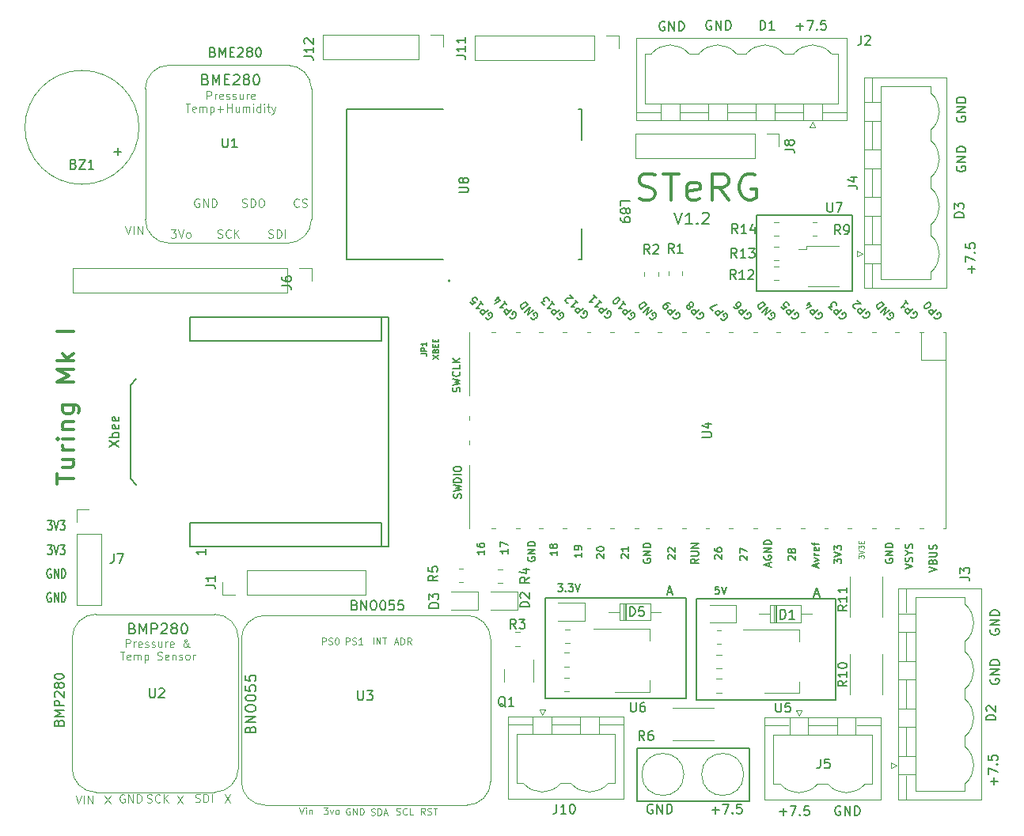
<source format=gbr>
%TF.GenerationSoftware,KiCad,Pcbnew,6.0.9-8da3e8f707~117~ubuntu18.04.1*%
%TF.CreationDate,2023-03-08T09:23:39+05:30*%
%TF.ProjectId,Cansat_V1.2,43616e73-6174-45f5-9631-2e322e6b6963,rev?*%
%TF.SameCoordinates,Original*%
%TF.FileFunction,Legend,Top*%
%TF.FilePolarity,Positive*%
%FSLAX46Y46*%
G04 Gerber Fmt 4.6, Leading zero omitted, Abs format (unit mm)*
G04 Created by KiCad (PCBNEW 6.0.9-8da3e8f707~117~ubuntu18.04.1) date 2023-03-08 09:23:39*
%MOMM*%
%LPD*%
G01*
G04 APERTURE LIST*
%ADD10C,0.150000*%
%ADD11C,0.152400*%
%ADD12C,0.380000*%
%ADD13C,0.300000*%
%ADD14C,0.121920*%
%ADD15C,0.097536*%
%ADD16C,0.200000*%
%ADD17C,0.100000*%
%ADD18C,0.127000*%
%ADD19C,0.115824*%
%ADD20C,0.120000*%
%ADD21C,0.203200*%
%ADD22C,0.050000*%
G04 APERTURE END LIST*
D10*
X172450000Y-118266051D02*
X187350000Y-118266051D01*
X187350000Y-118266051D02*
X187350000Y-129066051D01*
X187350000Y-129066051D02*
X172450000Y-129066051D01*
X172450000Y-129066051D02*
X172450000Y-118266051D01*
X178900000Y-77200000D02*
X189100000Y-77200000D01*
X189100000Y-77200000D02*
X189100000Y-85300000D01*
X189100000Y-85300000D02*
X178900000Y-85300000D01*
X178900000Y-85300000D02*
X178900000Y-77200000D01*
X166050000Y-134266051D02*
X178150000Y-134266051D01*
X178150000Y-134266051D02*
X178150000Y-139966051D01*
X178150000Y-139966051D02*
X166050000Y-139966051D01*
X166050000Y-139966051D02*
X166050000Y-134266051D01*
X156250000Y-118166051D02*
X171350000Y-118166051D01*
X171350000Y-118166051D02*
X171350000Y-128966051D01*
X171350000Y-128966051D02*
X156250000Y-128966051D01*
X156250000Y-128966051D02*
X156250000Y-118166051D01*
X167738095Y-140300000D02*
X167642857Y-140252380D01*
X167500000Y-140252380D01*
X167357142Y-140300000D01*
X167261904Y-140395238D01*
X167214285Y-140490476D01*
X167166666Y-140680952D01*
X167166666Y-140823809D01*
X167214285Y-141014285D01*
X167261904Y-141109523D01*
X167357142Y-141204761D01*
X167500000Y-141252380D01*
X167595238Y-141252380D01*
X167738095Y-141204761D01*
X167785714Y-141157142D01*
X167785714Y-140823809D01*
X167595238Y-140823809D01*
X168214285Y-141252380D02*
X168214285Y-140252380D01*
X168785714Y-141252380D01*
X168785714Y-140252380D01*
X169261904Y-141252380D02*
X169261904Y-140252380D01*
X169500000Y-140252380D01*
X169642857Y-140300000D01*
X169738095Y-140395238D01*
X169785714Y-140490476D01*
X169833333Y-140680952D01*
X169833333Y-140823809D01*
X169785714Y-141014285D01*
X169738095Y-141109523D01*
X169642857Y-141204761D01*
X169500000Y-141252380D01*
X169261904Y-141252380D01*
X172661904Y-113990476D02*
X172280952Y-114257142D01*
X172661904Y-114447619D02*
X171861904Y-114447619D01*
X171861904Y-114142857D01*
X171900000Y-114066666D01*
X171938095Y-114028571D01*
X172014285Y-113990476D01*
X172128571Y-113990476D01*
X172204761Y-114028571D01*
X172242857Y-114066666D01*
X172280952Y-114142857D01*
X172280952Y-114447619D01*
X171861904Y-113647619D02*
X172509523Y-113647619D01*
X172585714Y-113609523D01*
X172623809Y-113571428D01*
X172661904Y-113495238D01*
X172661904Y-113342857D01*
X172623809Y-113266666D01*
X172585714Y-113228571D01*
X172509523Y-113190476D01*
X171861904Y-113190476D01*
X172661904Y-112809523D02*
X171861904Y-112809523D01*
X172661904Y-112352380D01*
X171861904Y-112352380D01*
X154400000Y-113809523D02*
X154361904Y-113885714D01*
X154361904Y-114000000D01*
X154400000Y-114114285D01*
X154476190Y-114190476D01*
X154552380Y-114228571D01*
X154704761Y-114266666D01*
X154819047Y-114266666D01*
X154971428Y-114228571D01*
X155047619Y-114190476D01*
X155123809Y-114114285D01*
X155161904Y-114000000D01*
X155161904Y-113923809D01*
X155123809Y-113809523D01*
X155085714Y-113771428D01*
X154819047Y-113771428D01*
X154819047Y-113923809D01*
X155161904Y-113428571D02*
X154361904Y-113428571D01*
X155161904Y-112971428D01*
X154361904Y-112971428D01*
X155161904Y-112590476D02*
X154361904Y-112590476D01*
X154361904Y-112400000D01*
X154400000Y-112285714D01*
X154476190Y-112209523D01*
X154552380Y-112171428D01*
X154704761Y-112133333D01*
X154819047Y-112133333D01*
X154971428Y-112171428D01*
X155047619Y-112209523D01*
X155123809Y-112285714D01*
X155161904Y-112400000D01*
X155161904Y-112590476D01*
D11*
X103378571Y-115092000D02*
X103307142Y-115043619D01*
X103200000Y-115043619D01*
X103092857Y-115092000D01*
X103021428Y-115188761D01*
X102985714Y-115285523D01*
X102950000Y-115479047D01*
X102950000Y-115624190D01*
X102985714Y-115817714D01*
X103021428Y-115914476D01*
X103092857Y-116011238D01*
X103200000Y-116059619D01*
X103271428Y-116059619D01*
X103378571Y-116011238D01*
X103414285Y-115962857D01*
X103414285Y-115624190D01*
X103271428Y-115624190D01*
X103735714Y-116059619D02*
X103735714Y-115043619D01*
X104164285Y-116059619D01*
X104164285Y-115043619D01*
X104521428Y-116059619D02*
X104521428Y-115043619D01*
X104700000Y-115043619D01*
X104807142Y-115092000D01*
X104878571Y-115188761D01*
X104914285Y-115285523D01*
X104950000Y-115479047D01*
X104950000Y-115624190D01*
X104914285Y-115817714D01*
X104878571Y-115914476D01*
X104807142Y-116011238D01*
X104700000Y-116059619D01*
X104521428Y-116059619D01*
D10*
X174128571Y-140871428D02*
X174890476Y-140871428D01*
X174509523Y-141252380D02*
X174509523Y-140490476D01*
X175271428Y-140252380D02*
X175938095Y-140252380D01*
X175509523Y-141252380D01*
X176319047Y-141157142D02*
X176366666Y-141204761D01*
X176319047Y-141252380D01*
X176271428Y-141204761D01*
X176319047Y-141157142D01*
X176319047Y-141252380D01*
X177271428Y-140252380D02*
X176795238Y-140252380D01*
X176747619Y-140728571D01*
X176795238Y-140680952D01*
X176890476Y-140633333D01*
X177128571Y-140633333D01*
X177223809Y-140680952D01*
X177271428Y-140728571D01*
X177319047Y-140823809D01*
X177319047Y-141061904D01*
X177271428Y-141157142D01*
X177223809Y-141204761D01*
X177128571Y-141252380D01*
X176890476Y-141252380D01*
X176795238Y-141204761D01*
X176747619Y-141157142D01*
D12*
X166314285Y-75433333D02*
X166742857Y-75566666D01*
X167457142Y-75566666D01*
X167742857Y-75433333D01*
X167885714Y-75300000D01*
X168028571Y-75033333D01*
X168028571Y-74766666D01*
X167885714Y-74500000D01*
X167742857Y-74366666D01*
X167457142Y-74233333D01*
X166885714Y-74100000D01*
X166600000Y-73966666D01*
X166457142Y-73833333D01*
X166314285Y-73566666D01*
X166314285Y-73300000D01*
X166457142Y-73033333D01*
X166600000Y-72900000D01*
X166885714Y-72766666D01*
X167600000Y-72766666D01*
X168028571Y-72900000D01*
X168885714Y-72766666D02*
X170600000Y-72766666D01*
X169742857Y-75566666D02*
X169742857Y-72766666D01*
X172742857Y-75433333D02*
X172457142Y-75566666D01*
X171885714Y-75566666D01*
X171600000Y-75433333D01*
X171457142Y-75166666D01*
X171457142Y-74100000D01*
X171600000Y-73833333D01*
X171885714Y-73700000D01*
X172457142Y-73700000D01*
X172742857Y-73833333D01*
X172885714Y-74100000D01*
X172885714Y-74366666D01*
X171457142Y-74633333D01*
X175885714Y-75566666D02*
X174885714Y-74233333D01*
X174171428Y-75566666D02*
X174171428Y-72766666D01*
X175314285Y-72766666D01*
X175600000Y-72900000D01*
X175742857Y-73033333D01*
X175885714Y-73300000D01*
X175885714Y-73700000D01*
X175742857Y-73966666D01*
X175600000Y-74100000D01*
X175314285Y-74233333D01*
X174171428Y-74233333D01*
X178742857Y-72900000D02*
X178457142Y-72766666D01*
X178028571Y-72766666D01*
X177600000Y-72900000D01*
X177314285Y-73166666D01*
X177171428Y-73433333D01*
X177028571Y-73966666D01*
X177028571Y-74366666D01*
X177171428Y-74900000D01*
X177314285Y-75166666D01*
X177600000Y-75433333D01*
X178028571Y-75566666D01*
X178314285Y-75566666D01*
X178742857Y-75433333D01*
X178885714Y-75300000D01*
X178885714Y-74366666D01*
X178314285Y-74366666D01*
D13*
X104041666Y-105983333D02*
X104041666Y-104840476D01*
X105791666Y-105411904D02*
X104041666Y-105411904D01*
X104625000Y-103316666D02*
X105791666Y-103316666D01*
X104625000Y-104173809D02*
X105541666Y-104173809D01*
X105708333Y-104078571D01*
X105791666Y-103888095D01*
X105791666Y-103602380D01*
X105708333Y-103411904D01*
X105625000Y-103316666D01*
X105791666Y-102364285D02*
X104625000Y-102364285D01*
X104958333Y-102364285D02*
X104791666Y-102269047D01*
X104708333Y-102173809D01*
X104625000Y-101983333D01*
X104625000Y-101792857D01*
X105791666Y-101126190D02*
X104625000Y-101126190D01*
X104041666Y-101126190D02*
X104125000Y-101221428D01*
X104208333Y-101126190D01*
X104125000Y-101030952D01*
X104041666Y-101126190D01*
X104208333Y-101126190D01*
X104625000Y-100173809D02*
X105791666Y-100173809D01*
X104791666Y-100173809D02*
X104708333Y-100078571D01*
X104625000Y-99888095D01*
X104625000Y-99602380D01*
X104708333Y-99411904D01*
X104875000Y-99316666D01*
X105791666Y-99316666D01*
X104625000Y-97507142D02*
X106041666Y-97507142D01*
X106208333Y-97602380D01*
X106291666Y-97697619D01*
X106375000Y-97888095D01*
X106375000Y-98173809D01*
X106291666Y-98364285D01*
X105708333Y-97507142D02*
X105791666Y-97697619D01*
X105791666Y-98078571D01*
X105708333Y-98269047D01*
X105625000Y-98364285D01*
X105458333Y-98459523D01*
X104958333Y-98459523D01*
X104791666Y-98364285D01*
X104708333Y-98269047D01*
X104625000Y-98078571D01*
X104625000Y-97697619D01*
X104708333Y-97507142D01*
X105791666Y-95030952D02*
X104041666Y-95030952D01*
X105291666Y-94364285D01*
X104041666Y-93697619D01*
X105791666Y-93697619D01*
X105791666Y-92745238D02*
X104041666Y-92745238D01*
X105125000Y-92554761D02*
X105791666Y-91983333D01*
X104625000Y-91983333D02*
X105291666Y-92745238D01*
X105791666Y-89602380D02*
X104041666Y-89602380D01*
D10*
X183128571Y-56971428D02*
X183890476Y-56971428D01*
X183509523Y-57352380D02*
X183509523Y-56590476D01*
X184271428Y-56352380D02*
X184938095Y-56352380D01*
X184509523Y-57352380D01*
X185319047Y-57257142D02*
X185366666Y-57304761D01*
X185319047Y-57352380D01*
X185271428Y-57304761D01*
X185319047Y-57257142D01*
X185319047Y-57352380D01*
X186271428Y-56352380D02*
X185795238Y-56352380D01*
X185747619Y-56828571D01*
X185795238Y-56780952D01*
X185890476Y-56733333D01*
X186128571Y-56733333D01*
X186223809Y-56780952D01*
X186271428Y-56828571D01*
X186319047Y-56923809D01*
X186319047Y-57161904D01*
X186271428Y-57257142D01*
X186223809Y-57304761D01*
X186128571Y-57352380D01*
X185890476Y-57352380D01*
X185795238Y-57304761D01*
X185747619Y-57257142D01*
X160161904Y-113352380D02*
X160161904Y-113809523D01*
X160161904Y-113580952D02*
X159361904Y-113580952D01*
X159476190Y-113657142D01*
X159552380Y-113733333D01*
X159590476Y-113809523D01*
X160161904Y-112971428D02*
X160161904Y-112819047D01*
X160123809Y-112742857D01*
X160085714Y-112704761D01*
X159971428Y-112628571D01*
X159819047Y-112590476D01*
X159514285Y-112590476D01*
X159438095Y-112628571D01*
X159400000Y-112666666D01*
X159361904Y-112742857D01*
X159361904Y-112895238D01*
X159400000Y-112971428D01*
X159438095Y-113009523D01*
X159514285Y-113047619D01*
X159704761Y-113047619D01*
X159780952Y-113009523D01*
X159819047Y-112971428D01*
X159857142Y-112895238D01*
X159857142Y-112742857D01*
X159819047Y-112666666D01*
X159780952Y-112628571D01*
X159704761Y-112590476D01*
X203900000Y-121561904D02*
X203852380Y-121657142D01*
X203852380Y-121800000D01*
X203900000Y-121942857D01*
X203995238Y-122038095D01*
X204090476Y-122085714D01*
X204280952Y-122133333D01*
X204423809Y-122133333D01*
X204614285Y-122085714D01*
X204709523Y-122038095D01*
X204804761Y-121942857D01*
X204852380Y-121800000D01*
X204852380Y-121704761D01*
X204804761Y-121561904D01*
X204757142Y-121514285D01*
X204423809Y-121514285D01*
X204423809Y-121704761D01*
X204852380Y-121085714D02*
X203852380Y-121085714D01*
X204852380Y-120514285D01*
X203852380Y-120514285D01*
X204852380Y-120038095D02*
X203852380Y-120038095D01*
X203852380Y-119800000D01*
X203900000Y-119657142D01*
X203995238Y-119561904D01*
X204090476Y-119514285D01*
X204280952Y-119466666D01*
X204423809Y-119466666D01*
X204614285Y-119514285D01*
X204709523Y-119561904D01*
X204804761Y-119657142D01*
X204852380Y-119800000D01*
X204852380Y-120038095D01*
X169438095Y-114009523D02*
X169400000Y-113971428D01*
X169361904Y-113895238D01*
X169361904Y-113704761D01*
X169400000Y-113628571D01*
X169438095Y-113590476D01*
X169514285Y-113552380D01*
X169590476Y-113552380D01*
X169704761Y-113590476D01*
X170161904Y-114047619D01*
X170161904Y-113552380D01*
X169438095Y-113247619D02*
X169400000Y-113209523D01*
X169361904Y-113133333D01*
X169361904Y-112942857D01*
X169400000Y-112866666D01*
X169438095Y-112828571D01*
X169514285Y-112790476D01*
X169590476Y-112790476D01*
X169704761Y-112828571D01*
X170161904Y-113285714D01*
X170161904Y-112790476D01*
D14*
X116896972Y-139307424D02*
X117493026Y-140201504D01*
X117493026Y-139307424D02*
X116896972Y-140201504D01*
D10*
X179261904Y-57352380D02*
X179261904Y-56352380D01*
X179500000Y-56352380D01*
X179642857Y-56400000D01*
X179738095Y-56495238D01*
X179785714Y-56590476D01*
X179833333Y-56780952D01*
X179833333Y-56923809D01*
X179785714Y-57114285D01*
X179738095Y-57209523D01*
X179642857Y-57304761D01*
X179500000Y-57352380D01*
X179261904Y-57352380D01*
X180785714Y-57352380D02*
X180214285Y-57352380D01*
X180500000Y-57352380D02*
X180500000Y-56352380D01*
X180404761Y-56495238D01*
X180309523Y-56590476D01*
X180214285Y-56638095D01*
X104228571Y-131528571D02*
X104276190Y-131385714D01*
X104323809Y-131338095D01*
X104419047Y-131290476D01*
X104561904Y-131290476D01*
X104657142Y-131338095D01*
X104704761Y-131385714D01*
X104752380Y-131480952D01*
X104752380Y-131861904D01*
X103752380Y-131861904D01*
X103752380Y-131528571D01*
X103800000Y-131433333D01*
X103847619Y-131385714D01*
X103942857Y-131338095D01*
X104038095Y-131338095D01*
X104133333Y-131385714D01*
X104180952Y-131433333D01*
X104228571Y-131528571D01*
X104228571Y-131861904D01*
X104752380Y-130861904D02*
X103752380Y-130861904D01*
X104466666Y-130528571D01*
X103752380Y-130195238D01*
X104752380Y-130195238D01*
X104752380Y-129719047D02*
X103752380Y-129719047D01*
X103752380Y-129338095D01*
X103800000Y-129242857D01*
X103847619Y-129195238D01*
X103942857Y-129147619D01*
X104085714Y-129147619D01*
X104180952Y-129195238D01*
X104228571Y-129242857D01*
X104276190Y-129338095D01*
X104276190Y-129719047D01*
X103847619Y-128766666D02*
X103800000Y-128719047D01*
X103752380Y-128623809D01*
X103752380Y-128385714D01*
X103800000Y-128290476D01*
X103847619Y-128242857D01*
X103942857Y-128195238D01*
X104038095Y-128195238D01*
X104180952Y-128242857D01*
X104752380Y-128814285D01*
X104752380Y-128195238D01*
X104180952Y-127623809D02*
X104133333Y-127719047D01*
X104085714Y-127766666D01*
X103990476Y-127814285D01*
X103942857Y-127814285D01*
X103847619Y-127766666D01*
X103800000Y-127719047D01*
X103752380Y-127623809D01*
X103752380Y-127433333D01*
X103800000Y-127338095D01*
X103847619Y-127290476D01*
X103942857Y-127242857D01*
X103990476Y-127242857D01*
X104085714Y-127290476D01*
X104133333Y-127338095D01*
X104180952Y-127433333D01*
X104180952Y-127623809D01*
X104228571Y-127719047D01*
X104276190Y-127766666D01*
X104371428Y-127814285D01*
X104561904Y-127814285D01*
X104657142Y-127766666D01*
X104704761Y-127719047D01*
X104752380Y-127623809D01*
X104752380Y-127433333D01*
X104704761Y-127338095D01*
X104657142Y-127290476D01*
X104561904Y-127242857D01*
X104371428Y-127242857D01*
X104276190Y-127290476D01*
X104228571Y-127338095D01*
X104180952Y-127433333D01*
X103752380Y-126623809D02*
X103752380Y-126528571D01*
X103800000Y-126433333D01*
X103847619Y-126385714D01*
X103942857Y-126338095D01*
X104133333Y-126290476D01*
X104371428Y-126290476D01*
X104561904Y-126338095D01*
X104657142Y-126385714D01*
X104704761Y-126433333D01*
X104752380Y-126528571D01*
X104752380Y-126623809D01*
X104704761Y-126719047D01*
X104657142Y-126766666D01*
X104561904Y-126814285D01*
X104371428Y-126861904D01*
X104133333Y-126861904D01*
X103942857Y-126814285D01*
X103847619Y-126766666D01*
X103800000Y-126719047D01*
X103752380Y-126623809D01*
D15*
X135355036Y-140692368D02*
X135286916Y-140658307D01*
X135184736Y-140658307D01*
X135082555Y-140692368D01*
X135014435Y-140760488D01*
X134980374Y-140828608D01*
X134946314Y-140964849D01*
X134946314Y-141067030D01*
X134980374Y-141203270D01*
X135014435Y-141271391D01*
X135082555Y-141339511D01*
X135184736Y-141373571D01*
X135252856Y-141373571D01*
X135355036Y-141339511D01*
X135389097Y-141305451D01*
X135389097Y-141067030D01*
X135252856Y-141067030D01*
X135695638Y-141373571D02*
X135695638Y-140658307D01*
X136104361Y-141373571D01*
X136104361Y-140658307D01*
X136444963Y-141373571D02*
X136444963Y-140658307D01*
X136615264Y-140658307D01*
X136717444Y-140692368D01*
X136785564Y-140760488D01*
X136819625Y-140828608D01*
X136853685Y-140964849D01*
X136853685Y-141067030D01*
X136819625Y-141203270D01*
X136785564Y-141271391D01*
X136717444Y-141339511D01*
X136615264Y-141373571D01*
X136444963Y-141373571D01*
D10*
X204452380Y-131238095D02*
X203452380Y-131238095D01*
X203452380Y-131000000D01*
X203500000Y-130857142D01*
X203595238Y-130761904D01*
X203690476Y-130714285D01*
X203880952Y-130666666D01*
X204023809Y-130666666D01*
X204214285Y-130714285D01*
X204309523Y-130761904D01*
X204404761Y-130857142D01*
X204452380Y-131000000D01*
X204452380Y-131238095D01*
X203547619Y-130285714D02*
X203500000Y-130238095D01*
X203452380Y-130142857D01*
X203452380Y-129904761D01*
X203500000Y-129809523D01*
X203547619Y-129761904D01*
X203642857Y-129714285D01*
X203738095Y-129714285D01*
X203880952Y-129761904D01*
X204452380Y-130333333D01*
X204452380Y-129714285D01*
D15*
X129967705Y-140608307D02*
X130206127Y-141323571D01*
X130444548Y-140608307D01*
X130682969Y-141323571D02*
X130682969Y-140846729D01*
X130682969Y-140608307D02*
X130648909Y-140642368D01*
X130682969Y-140676428D01*
X130717030Y-140642368D01*
X130682969Y-140608307D01*
X130682969Y-140676428D01*
X131023571Y-140846729D02*
X131023571Y-141323571D01*
X131023571Y-140914849D02*
X131057632Y-140880789D01*
X131125752Y-140846729D01*
X131227932Y-140846729D01*
X131296053Y-140880789D01*
X131330113Y-140948909D01*
X131330113Y-141323571D01*
D10*
X201052380Y-77438095D02*
X200052380Y-77438095D01*
X200052380Y-77200000D01*
X200100000Y-77057142D01*
X200195238Y-76961904D01*
X200290476Y-76914285D01*
X200480952Y-76866666D01*
X200623809Y-76866666D01*
X200814285Y-76914285D01*
X200909523Y-76961904D01*
X201004761Y-77057142D01*
X201052380Y-77200000D01*
X201052380Y-77438095D01*
X200052380Y-76533333D02*
X200052380Y-75914285D01*
X200433333Y-76247619D01*
X200433333Y-76104761D01*
X200480952Y-76009523D01*
X200528571Y-75961904D01*
X200623809Y-75914285D01*
X200861904Y-75914285D01*
X200957142Y-75961904D01*
X201004761Y-76009523D01*
X201052380Y-76104761D01*
X201052380Y-76390476D01*
X201004761Y-76485714D01*
X200957142Y-76533333D01*
X164347619Y-76157142D02*
X164347619Y-75680952D01*
X165347619Y-75680952D01*
X164919047Y-76633333D02*
X164966666Y-76538095D01*
X165014285Y-76490476D01*
X165109523Y-76442857D01*
X165157142Y-76442857D01*
X165252380Y-76490476D01*
X165300000Y-76538095D01*
X165347619Y-76633333D01*
X165347619Y-76823809D01*
X165300000Y-76919047D01*
X165252380Y-76966666D01*
X165157142Y-77014285D01*
X165109523Y-77014285D01*
X165014285Y-76966666D01*
X164966666Y-76919047D01*
X164919047Y-76823809D01*
X164919047Y-76633333D01*
X164871428Y-76538095D01*
X164823809Y-76490476D01*
X164728571Y-76442857D01*
X164538095Y-76442857D01*
X164442857Y-76490476D01*
X164395238Y-76538095D01*
X164347619Y-76633333D01*
X164347619Y-76823809D01*
X164395238Y-76919047D01*
X164442857Y-76966666D01*
X164538095Y-77014285D01*
X164728571Y-77014285D01*
X164823809Y-76966666D01*
X164871428Y-76919047D01*
X164919047Y-76823809D01*
X164347619Y-77490476D02*
X164347619Y-77680952D01*
X164395238Y-77776190D01*
X164442857Y-77823809D01*
X164585714Y-77919047D01*
X164776190Y-77966666D01*
X165157142Y-77966666D01*
X165252380Y-77919047D01*
X165300000Y-77871428D01*
X165347619Y-77776190D01*
X165347619Y-77585714D01*
X165300000Y-77490476D01*
X165252380Y-77442857D01*
X165157142Y-77395238D01*
X164919047Y-77395238D01*
X164823809Y-77442857D01*
X164776190Y-77490476D01*
X164728571Y-77585714D01*
X164728571Y-77776190D01*
X164776190Y-77871428D01*
X164823809Y-77919047D01*
X164919047Y-77966666D01*
X187838095Y-140500000D02*
X187742857Y-140452380D01*
X187600000Y-140452380D01*
X187457142Y-140500000D01*
X187361904Y-140595238D01*
X187314285Y-140690476D01*
X187266666Y-140880952D01*
X187266666Y-141023809D01*
X187314285Y-141214285D01*
X187361904Y-141309523D01*
X187457142Y-141404761D01*
X187600000Y-141452380D01*
X187695238Y-141452380D01*
X187838095Y-141404761D01*
X187885714Y-141357142D01*
X187885714Y-141023809D01*
X187695238Y-141023809D01*
X188314285Y-141452380D02*
X188314285Y-140452380D01*
X188885714Y-141452380D01*
X188885714Y-140452380D01*
X189361904Y-141452380D02*
X189361904Y-140452380D01*
X189600000Y-140452380D01*
X189742857Y-140500000D01*
X189838095Y-140595238D01*
X189885714Y-140690476D01*
X189933333Y-140880952D01*
X189933333Y-141023809D01*
X189885714Y-141214285D01*
X189838095Y-141309523D01*
X189742857Y-141404761D01*
X189600000Y-141452380D01*
X189361904Y-141452380D01*
X187161904Y-114490476D02*
X187161904Y-113995238D01*
X187466666Y-114261904D01*
X187466666Y-114147619D01*
X187504761Y-114071428D01*
X187542857Y-114033333D01*
X187619047Y-113995238D01*
X187809523Y-113995238D01*
X187885714Y-114033333D01*
X187923809Y-114071428D01*
X187961904Y-114147619D01*
X187961904Y-114376190D01*
X187923809Y-114452380D01*
X187885714Y-114490476D01*
X187161904Y-113766666D02*
X187961904Y-113500000D01*
X187161904Y-113233333D01*
X187161904Y-113042857D02*
X187161904Y-112547619D01*
X187466666Y-112814285D01*
X187466666Y-112700000D01*
X187504761Y-112623809D01*
X187542857Y-112585714D01*
X187619047Y-112547619D01*
X187809523Y-112547619D01*
X187885714Y-112585714D01*
X187923809Y-112623809D01*
X187961904Y-112700000D01*
X187961904Y-112928571D01*
X187923809Y-113004761D01*
X187885714Y-113042857D01*
X181328571Y-141071428D02*
X182090476Y-141071428D01*
X181709523Y-141452380D02*
X181709523Y-140690476D01*
X182471428Y-140452380D02*
X183138095Y-140452380D01*
X182709523Y-141452380D01*
X183519047Y-141357142D02*
X183566666Y-141404761D01*
X183519047Y-141452380D01*
X183471428Y-141404761D01*
X183519047Y-141357142D01*
X183519047Y-141452380D01*
X184471428Y-140452380D02*
X183995238Y-140452380D01*
X183947619Y-140928571D01*
X183995238Y-140880952D01*
X184090476Y-140833333D01*
X184328571Y-140833333D01*
X184423809Y-140880952D01*
X184471428Y-140928571D01*
X184519047Y-141023809D01*
X184519047Y-141261904D01*
X184471428Y-141357142D01*
X184423809Y-141404761D01*
X184328571Y-141452380D01*
X184090476Y-141452380D01*
X183995238Y-141404761D01*
X183947619Y-141357142D01*
D11*
X103021428Y-109902380D02*
X103485714Y-109902380D01*
X103235714Y-110283333D01*
X103342857Y-110283333D01*
X103414285Y-110330952D01*
X103450000Y-110378571D01*
X103485714Y-110473809D01*
X103485714Y-110711904D01*
X103450000Y-110807142D01*
X103414285Y-110854761D01*
X103342857Y-110902380D01*
X103128571Y-110902380D01*
X103057142Y-110854761D01*
X103021428Y-110807142D01*
X103700000Y-109902380D02*
X103950000Y-110902380D01*
X104200000Y-109902380D01*
X104378571Y-109902380D02*
X104842857Y-109902380D01*
X104592857Y-110283333D01*
X104700000Y-110283333D01*
X104771428Y-110330952D01*
X104807142Y-110378571D01*
X104842857Y-110473809D01*
X104842857Y-110711904D01*
X104807142Y-110807142D01*
X104771428Y-110854761D01*
X104700000Y-110902380D01*
X104485714Y-110902380D01*
X104414285Y-110854761D01*
X104378571Y-110807142D01*
D10*
X174438095Y-114009523D02*
X174400000Y-113971428D01*
X174361904Y-113895238D01*
X174361904Y-113704761D01*
X174400000Y-113628571D01*
X174438095Y-113590476D01*
X174514285Y-113552380D01*
X174590476Y-113552380D01*
X174704761Y-113590476D01*
X175161904Y-114047619D01*
X175161904Y-113552380D01*
X174361904Y-112866666D02*
X174361904Y-113019047D01*
X174400000Y-113095238D01*
X174438095Y-113133333D01*
X174552380Y-113209523D01*
X174704761Y-113247619D01*
X175009523Y-113247619D01*
X175085714Y-113209523D01*
X175123809Y-113171428D01*
X175161904Y-113095238D01*
X175161904Y-112942857D01*
X175123809Y-112866666D01*
X175085714Y-112828571D01*
X175009523Y-112790476D01*
X174819047Y-112790476D01*
X174742857Y-112828571D01*
X174704761Y-112866666D01*
X174666666Y-112942857D01*
X174666666Y-113095238D01*
X174704761Y-113171428D01*
X174742857Y-113209523D01*
X174819047Y-113247619D01*
X157619047Y-116661904D02*
X158114285Y-116661904D01*
X157847619Y-116966666D01*
X157961904Y-116966666D01*
X158038095Y-117004761D01*
X158076190Y-117042857D01*
X158114285Y-117119047D01*
X158114285Y-117309523D01*
X158076190Y-117385714D01*
X158038095Y-117423809D01*
X157961904Y-117461904D01*
X157733333Y-117461904D01*
X157657142Y-117423809D01*
X157619047Y-117385714D01*
X158457142Y-117385714D02*
X158495238Y-117423809D01*
X158457142Y-117461904D01*
X158419047Y-117423809D01*
X158457142Y-117385714D01*
X158457142Y-117461904D01*
X158761904Y-116661904D02*
X159257142Y-116661904D01*
X158990476Y-116966666D01*
X159104761Y-116966666D01*
X159180952Y-117004761D01*
X159219047Y-117042857D01*
X159257142Y-117119047D01*
X159257142Y-117309523D01*
X159219047Y-117385714D01*
X159180952Y-117423809D01*
X159104761Y-117461904D01*
X158876190Y-117461904D01*
X158800000Y-117423809D01*
X158761904Y-117385714D01*
X159485714Y-116661904D02*
X159752380Y-117461904D01*
X160019047Y-116661904D01*
X149761904Y-113052380D02*
X149761904Y-113509523D01*
X149761904Y-113280952D02*
X148961904Y-113280952D01*
X149076190Y-113357142D01*
X149152380Y-113433333D01*
X149190476Y-113509523D01*
X148961904Y-112366666D02*
X148961904Y-112519047D01*
X149000000Y-112595238D01*
X149038095Y-112633333D01*
X149152380Y-112709523D01*
X149304761Y-112747619D01*
X149609523Y-112747619D01*
X149685714Y-112709523D01*
X149723809Y-112671428D01*
X149761904Y-112595238D01*
X149761904Y-112442857D01*
X149723809Y-112366666D01*
X149685714Y-112328571D01*
X149609523Y-112290476D01*
X149419047Y-112290476D01*
X149342857Y-112328571D01*
X149304761Y-112366666D01*
X149266666Y-112442857D01*
X149266666Y-112595238D01*
X149304761Y-112671428D01*
X149342857Y-112709523D01*
X149419047Y-112747619D01*
X109652380Y-101992857D02*
X110652380Y-101326190D01*
X109652380Y-101326190D02*
X110652380Y-101992857D01*
X110652380Y-100945238D02*
X109652380Y-100945238D01*
X110033333Y-100945238D02*
X109985714Y-100850000D01*
X109985714Y-100659523D01*
X110033333Y-100564285D01*
X110080952Y-100516666D01*
X110176190Y-100469047D01*
X110461904Y-100469047D01*
X110557142Y-100516666D01*
X110604761Y-100564285D01*
X110652380Y-100659523D01*
X110652380Y-100850000D01*
X110604761Y-100945238D01*
X110604761Y-99659523D02*
X110652380Y-99754761D01*
X110652380Y-99945238D01*
X110604761Y-100040476D01*
X110509523Y-100088095D01*
X110128571Y-100088095D01*
X110033333Y-100040476D01*
X109985714Y-99945238D01*
X109985714Y-99754761D01*
X110033333Y-99659523D01*
X110128571Y-99611904D01*
X110223809Y-99611904D01*
X110319047Y-100088095D01*
X110604761Y-98802380D02*
X110652380Y-98897619D01*
X110652380Y-99088095D01*
X110604761Y-99183333D01*
X110509523Y-99230952D01*
X110128571Y-99230952D01*
X110033333Y-99183333D01*
X109985714Y-99088095D01*
X109985714Y-98897619D01*
X110033333Y-98802380D01*
X110128571Y-98754761D01*
X110223809Y-98754761D01*
X110319047Y-99230952D01*
X169038095Y-56500000D02*
X168942857Y-56452380D01*
X168800000Y-56452380D01*
X168657142Y-56500000D01*
X168561904Y-56595238D01*
X168514285Y-56690476D01*
X168466666Y-56880952D01*
X168466666Y-57023809D01*
X168514285Y-57214285D01*
X168561904Y-57309523D01*
X168657142Y-57404761D01*
X168800000Y-57452380D01*
X168895238Y-57452380D01*
X169038095Y-57404761D01*
X169085714Y-57357142D01*
X169085714Y-57023809D01*
X168895238Y-57023809D01*
X169514285Y-57452380D02*
X169514285Y-56452380D01*
X170085714Y-57452380D01*
X170085714Y-56452380D01*
X170561904Y-57452380D02*
X170561904Y-56452380D01*
X170800000Y-56452380D01*
X170942857Y-56500000D01*
X171038095Y-56595238D01*
X171085714Y-56690476D01*
X171133333Y-56880952D01*
X171133333Y-57023809D01*
X171085714Y-57214285D01*
X171038095Y-57309523D01*
X170942857Y-57404761D01*
X170800000Y-57452380D01*
X170561904Y-57452380D01*
X185333333Y-114914285D02*
X185333333Y-114533333D01*
X185561904Y-114990476D02*
X184761904Y-114723809D01*
X185561904Y-114457142D01*
X185028571Y-114266666D02*
X185561904Y-114076190D01*
X185028571Y-113885714D01*
X185561904Y-113580952D02*
X185028571Y-113580952D01*
X185180952Y-113580952D02*
X185104761Y-113542857D01*
X185066666Y-113504761D01*
X185028571Y-113428571D01*
X185028571Y-113352380D01*
X185523809Y-112780952D02*
X185561904Y-112857142D01*
X185561904Y-113009523D01*
X185523809Y-113085714D01*
X185447619Y-113123809D01*
X185142857Y-113123809D01*
X185066666Y-113085714D01*
X185028571Y-113009523D01*
X185028571Y-112857142D01*
X185066666Y-112780952D01*
X185142857Y-112742857D01*
X185219047Y-112742857D01*
X185295238Y-113123809D01*
X185028571Y-112514285D02*
X185028571Y-112209523D01*
X185561904Y-112400000D02*
X184876190Y-112400000D01*
X184800000Y-112361904D01*
X184761904Y-112285714D01*
X184761904Y-112209523D01*
X152261904Y-112952380D02*
X152261904Y-113409523D01*
X152261904Y-113180952D02*
X151461904Y-113180952D01*
X151576190Y-113257142D01*
X151652380Y-113333333D01*
X151690476Y-113409523D01*
X151461904Y-112685714D02*
X151461904Y-112152380D01*
X152261904Y-112495238D01*
X180233333Y-114809523D02*
X180233333Y-114428571D01*
X180461904Y-114885714D02*
X179661904Y-114619047D01*
X180461904Y-114352380D01*
X179700000Y-113666666D02*
X179661904Y-113742857D01*
X179661904Y-113857142D01*
X179700000Y-113971428D01*
X179776190Y-114047619D01*
X179852380Y-114085714D01*
X180004761Y-114123809D01*
X180119047Y-114123809D01*
X180271428Y-114085714D01*
X180347619Y-114047619D01*
X180423809Y-113971428D01*
X180461904Y-113857142D01*
X180461904Y-113780952D01*
X180423809Y-113666666D01*
X180385714Y-113628571D01*
X180119047Y-113628571D01*
X180119047Y-113780952D01*
X180461904Y-113285714D02*
X179661904Y-113285714D01*
X180461904Y-112828571D01*
X179661904Y-112828571D01*
X180461904Y-112447619D02*
X179661904Y-112447619D01*
X179661904Y-112257142D01*
X179700000Y-112142857D01*
X179776190Y-112066666D01*
X179852380Y-112028571D01*
X180004761Y-111990476D01*
X180119047Y-111990476D01*
X180271428Y-112028571D01*
X180347619Y-112066666D01*
X180423809Y-112142857D01*
X180461904Y-112257142D01*
X180461904Y-112447619D01*
X177138095Y-114109523D02*
X177100000Y-114071428D01*
X177061904Y-113995238D01*
X177061904Y-113804761D01*
X177100000Y-113728571D01*
X177138095Y-113690476D01*
X177214285Y-113652380D01*
X177290476Y-113652380D01*
X177404761Y-113690476D01*
X177861904Y-114147619D01*
X177861904Y-113652380D01*
X177061904Y-113385714D02*
X177061904Y-112852380D01*
X177861904Y-113195238D01*
X201871428Y-83371428D02*
X201871428Y-82609523D01*
X202252380Y-82990476D02*
X201490476Y-82990476D01*
X201252380Y-82228571D02*
X201252380Y-81561904D01*
X202252380Y-81990476D01*
X202157142Y-81180952D02*
X202204761Y-81133333D01*
X202252380Y-81180952D01*
X202204761Y-81228571D01*
X202157142Y-81180952D01*
X202252380Y-81180952D01*
X201252380Y-80228571D02*
X201252380Y-80704761D01*
X201728571Y-80752380D01*
X201680952Y-80704761D01*
X201633333Y-80609523D01*
X201633333Y-80371428D01*
X201680952Y-80276190D01*
X201728571Y-80228571D01*
X201823809Y-80180952D01*
X202061904Y-80180952D01*
X202157142Y-80228571D01*
X202204761Y-80276190D01*
X202252380Y-80371428D01*
X202252380Y-80609523D01*
X202204761Y-80704761D01*
X202157142Y-80752380D01*
X120719047Y-59728571D02*
X120861904Y-59776190D01*
X120909523Y-59823809D01*
X120957142Y-59919047D01*
X120957142Y-60061904D01*
X120909523Y-60157142D01*
X120861904Y-60204761D01*
X120766666Y-60252380D01*
X120385714Y-60252380D01*
X120385714Y-59252380D01*
X120719047Y-59252380D01*
X120814285Y-59300000D01*
X120861904Y-59347619D01*
X120909523Y-59442857D01*
X120909523Y-59538095D01*
X120861904Y-59633333D01*
X120814285Y-59680952D01*
X120719047Y-59728571D01*
X120385714Y-59728571D01*
X121385714Y-60252380D02*
X121385714Y-59252380D01*
X121719047Y-59966666D01*
X122052380Y-59252380D01*
X122052380Y-60252380D01*
X122528571Y-59728571D02*
X122861904Y-59728571D01*
X123004761Y-60252380D02*
X122528571Y-60252380D01*
X122528571Y-59252380D01*
X123004761Y-59252380D01*
X123385714Y-59347619D02*
X123433333Y-59300000D01*
X123528571Y-59252380D01*
X123766666Y-59252380D01*
X123861904Y-59300000D01*
X123909523Y-59347619D01*
X123957142Y-59442857D01*
X123957142Y-59538095D01*
X123909523Y-59680952D01*
X123338095Y-60252380D01*
X123957142Y-60252380D01*
X124528571Y-59680952D02*
X124433333Y-59633333D01*
X124385714Y-59585714D01*
X124338095Y-59490476D01*
X124338095Y-59442857D01*
X124385714Y-59347619D01*
X124433333Y-59300000D01*
X124528571Y-59252380D01*
X124719047Y-59252380D01*
X124814285Y-59300000D01*
X124861904Y-59347619D01*
X124909523Y-59442857D01*
X124909523Y-59490476D01*
X124861904Y-59585714D01*
X124814285Y-59633333D01*
X124719047Y-59680952D01*
X124528571Y-59680952D01*
X124433333Y-59728571D01*
X124385714Y-59776190D01*
X124338095Y-59871428D01*
X124338095Y-60061904D01*
X124385714Y-60157142D01*
X124433333Y-60204761D01*
X124528571Y-60252380D01*
X124719047Y-60252380D01*
X124814285Y-60204761D01*
X124861904Y-60157142D01*
X124909523Y-60061904D01*
X124909523Y-59871428D01*
X124861904Y-59776190D01*
X124814285Y-59728571D01*
X124719047Y-59680952D01*
X125528571Y-59252380D02*
X125623809Y-59252380D01*
X125719047Y-59300000D01*
X125766666Y-59347619D01*
X125814285Y-59442857D01*
X125861904Y-59633333D01*
X125861904Y-59871428D01*
X125814285Y-60061904D01*
X125766666Y-60157142D01*
X125719047Y-60204761D01*
X125623809Y-60252380D01*
X125528571Y-60252380D01*
X125433333Y-60204761D01*
X125385714Y-60157142D01*
X125338095Y-60061904D01*
X125290476Y-59871428D01*
X125290476Y-59633333D01*
X125338095Y-59442857D01*
X125385714Y-59347619D01*
X125433333Y-59300000D01*
X125528571Y-59252380D01*
D16*
X170095238Y-76915476D02*
X170511904Y-78165476D01*
X170928571Y-76915476D01*
X172000000Y-78165476D02*
X171285714Y-78165476D01*
X171642857Y-78165476D02*
X171642857Y-76915476D01*
X171523809Y-77094047D01*
X171404761Y-77213095D01*
X171285714Y-77272619D01*
X172535714Y-78046428D02*
X172595238Y-78105952D01*
X172535714Y-78165476D01*
X172476190Y-78105952D01*
X172535714Y-78046428D01*
X172535714Y-78165476D01*
X173071428Y-77034523D02*
X173130952Y-76975000D01*
X173250000Y-76915476D01*
X173547619Y-76915476D01*
X173666666Y-76975000D01*
X173726190Y-77034523D01*
X173785714Y-77153571D01*
X173785714Y-77272619D01*
X173726190Y-77451190D01*
X173011904Y-78165476D01*
X173785714Y-78165476D01*
D14*
X109146972Y-139307424D02*
X109743026Y-140201504D01*
X109743026Y-139307424D02*
X109146972Y-140201504D01*
D10*
X174847619Y-116961904D02*
X174466666Y-116961904D01*
X174428571Y-117342857D01*
X174466666Y-117304761D01*
X174542857Y-117266666D01*
X174733333Y-117266666D01*
X174809523Y-117304761D01*
X174847619Y-117342857D01*
X174885714Y-117419047D01*
X174885714Y-117609523D01*
X174847619Y-117685714D01*
X174809523Y-117723809D01*
X174733333Y-117761904D01*
X174542857Y-117761904D01*
X174466666Y-117723809D01*
X174428571Y-117685714D01*
X175114285Y-116961904D02*
X175380952Y-117761904D01*
X175647619Y-116961904D01*
X200300000Y-71961904D02*
X200252380Y-72057142D01*
X200252380Y-72200000D01*
X200300000Y-72342857D01*
X200395238Y-72438095D01*
X200490476Y-72485714D01*
X200680952Y-72533333D01*
X200823809Y-72533333D01*
X201014285Y-72485714D01*
X201109523Y-72438095D01*
X201204761Y-72342857D01*
X201252380Y-72200000D01*
X201252380Y-72104761D01*
X201204761Y-71961904D01*
X201157142Y-71914285D01*
X200823809Y-71914285D01*
X200823809Y-72104761D01*
X201252380Y-71485714D02*
X200252380Y-71485714D01*
X201252380Y-70914285D01*
X200252380Y-70914285D01*
X201252380Y-70438095D02*
X200252380Y-70438095D01*
X200252380Y-70200000D01*
X200300000Y-70057142D01*
X200395238Y-69961904D01*
X200490476Y-69914285D01*
X200680952Y-69866666D01*
X200823809Y-69866666D01*
X201014285Y-69914285D01*
X201109523Y-69961904D01*
X201204761Y-70057142D01*
X201252380Y-70200000D01*
X201252380Y-70438095D01*
X192700000Y-114009523D02*
X192661904Y-114085714D01*
X192661904Y-114200000D01*
X192700000Y-114314285D01*
X192776190Y-114390476D01*
X192852380Y-114428571D01*
X193004761Y-114466666D01*
X193119047Y-114466666D01*
X193271428Y-114428571D01*
X193347619Y-114390476D01*
X193423809Y-114314285D01*
X193461904Y-114200000D01*
X193461904Y-114123809D01*
X193423809Y-114009523D01*
X193385714Y-113971428D01*
X193119047Y-113971428D01*
X193119047Y-114123809D01*
X193461904Y-113628571D02*
X192661904Y-113628571D01*
X193461904Y-113171428D01*
X192661904Y-113171428D01*
X193461904Y-112790476D02*
X192661904Y-112790476D01*
X192661904Y-112600000D01*
X192700000Y-112485714D01*
X192776190Y-112409523D01*
X192852380Y-112371428D01*
X193004761Y-112333333D01*
X193119047Y-112333333D01*
X193271428Y-112371428D01*
X193347619Y-112409523D01*
X193423809Y-112485714D01*
X193461904Y-112600000D01*
X193461904Y-112790476D01*
X203900000Y-126861904D02*
X203852380Y-126957142D01*
X203852380Y-127100000D01*
X203900000Y-127242857D01*
X203995238Y-127338095D01*
X204090476Y-127385714D01*
X204280952Y-127433333D01*
X204423809Y-127433333D01*
X204614285Y-127385714D01*
X204709523Y-127338095D01*
X204804761Y-127242857D01*
X204852380Y-127100000D01*
X204852380Y-127004761D01*
X204804761Y-126861904D01*
X204757142Y-126814285D01*
X204423809Y-126814285D01*
X204423809Y-127004761D01*
X204852380Y-126385714D02*
X203852380Y-126385714D01*
X204852380Y-125814285D01*
X203852380Y-125814285D01*
X204852380Y-125338095D02*
X203852380Y-125338095D01*
X203852380Y-125100000D01*
X203900000Y-124957142D01*
X203995238Y-124861904D01*
X204090476Y-124814285D01*
X204280952Y-124766666D01*
X204423809Y-124766666D01*
X204614285Y-124814285D01*
X204709523Y-124861904D01*
X204804761Y-124957142D01*
X204852380Y-125100000D01*
X204852380Y-125338095D01*
D15*
X143408307Y-141373571D02*
X143169886Y-141032969D01*
X142999585Y-141373571D02*
X142999585Y-140658307D01*
X143272067Y-140658307D01*
X143340187Y-140692368D01*
X143374247Y-140726428D01*
X143408307Y-140794548D01*
X143408307Y-140896729D01*
X143374247Y-140964849D01*
X143340187Y-140998909D01*
X143272067Y-141032969D01*
X142999585Y-141032969D01*
X143680789Y-141339511D02*
X143782969Y-141373571D01*
X143953270Y-141373571D01*
X144021391Y-141339511D01*
X144055451Y-141305451D01*
X144089511Y-141237331D01*
X144089511Y-141169210D01*
X144055451Y-141101090D01*
X144021391Y-141067030D01*
X143953270Y-141032969D01*
X143817030Y-140998909D01*
X143748909Y-140964849D01*
X143714849Y-140930789D01*
X143680789Y-140862668D01*
X143680789Y-140794548D01*
X143714849Y-140726428D01*
X143748909Y-140692368D01*
X143817030Y-140658307D01*
X143987331Y-140658307D01*
X144089511Y-140692368D01*
X144293872Y-140658307D02*
X144702595Y-140658307D01*
X144498233Y-141373571D02*
X144498233Y-140658307D01*
D10*
X174038095Y-56400000D02*
X173942857Y-56352380D01*
X173800000Y-56352380D01*
X173657142Y-56400000D01*
X173561904Y-56495238D01*
X173514285Y-56590476D01*
X173466666Y-56780952D01*
X173466666Y-56923809D01*
X173514285Y-57114285D01*
X173561904Y-57209523D01*
X173657142Y-57304761D01*
X173800000Y-57352380D01*
X173895238Y-57352380D01*
X174038095Y-57304761D01*
X174085714Y-57257142D01*
X174085714Y-56923809D01*
X173895238Y-56923809D01*
X174514285Y-57352380D02*
X174514285Y-56352380D01*
X175085714Y-57352380D01*
X175085714Y-56352380D01*
X175561904Y-57352380D02*
X175561904Y-56352380D01*
X175800000Y-56352380D01*
X175942857Y-56400000D01*
X176038095Y-56495238D01*
X176085714Y-56590476D01*
X176133333Y-56780952D01*
X176133333Y-56923809D01*
X176085714Y-57114285D01*
X176038095Y-57209523D01*
X175942857Y-57304761D01*
X175800000Y-57352380D01*
X175561904Y-57352380D01*
D11*
X103378571Y-117642000D02*
X103307142Y-117593619D01*
X103200000Y-117593619D01*
X103092857Y-117642000D01*
X103021428Y-117738761D01*
X102985714Y-117835523D01*
X102950000Y-118029047D01*
X102950000Y-118174190D01*
X102985714Y-118367714D01*
X103021428Y-118464476D01*
X103092857Y-118561238D01*
X103200000Y-118609619D01*
X103271428Y-118609619D01*
X103378571Y-118561238D01*
X103414285Y-118512857D01*
X103414285Y-118174190D01*
X103271428Y-118174190D01*
X103735714Y-118609619D02*
X103735714Y-117593619D01*
X104164285Y-118609619D01*
X104164285Y-117593619D01*
X104521428Y-118609619D02*
X104521428Y-117593619D01*
X104700000Y-117593619D01*
X104807142Y-117642000D01*
X104878571Y-117738761D01*
X104914285Y-117835523D01*
X104950000Y-118029047D01*
X104950000Y-118174190D01*
X104914285Y-118367714D01*
X104878571Y-118464476D01*
X104807142Y-118561238D01*
X104700000Y-118609619D01*
X104521428Y-118609619D01*
D15*
X132565525Y-140608307D02*
X133008307Y-140608307D01*
X132769886Y-140880789D01*
X132872067Y-140880789D01*
X132940187Y-140914849D01*
X132974247Y-140948909D01*
X133008307Y-141017030D01*
X133008307Y-141187331D01*
X132974247Y-141255451D01*
X132940187Y-141289511D01*
X132872067Y-141323571D01*
X132667705Y-141323571D01*
X132599585Y-141289511D01*
X132565525Y-141255451D01*
X133246729Y-140846729D02*
X133417030Y-141323571D01*
X133587331Y-140846729D01*
X133961993Y-141323571D02*
X133893872Y-141289511D01*
X133859812Y-141255451D01*
X133825752Y-141187331D01*
X133825752Y-140982969D01*
X133859812Y-140914849D01*
X133893872Y-140880789D01*
X133961993Y-140846729D01*
X134064173Y-140846729D01*
X134132294Y-140880789D01*
X134166354Y-140914849D01*
X134200414Y-140982969D01*
X134200414Y-141187331D01*
X134166354Y-141255451D01*
X134132294Y-141289511D01*
X134064173Y-141323571D01*
X133961993Y-141323571D01*
X140348495Y-141339511D02*
X140450675Y-141373571D01*
X140620976Y-141373571D01*
X140689097Y-141339511D01*
X140723157Y-141305451D01*
X140757217Y-141237331D01*
X140757217Y-141169210D01*
X140723157Y-141101090D01*
X140689097Y-141067030D01*
X140620976Y-141032969D01*
X140484736Y-140998909D01*
X140416615Y-140964849D01*
X140382555Y-140930789D01*
X140348495Y-140862668D01*
X140348495Y-140794548D01*
X140382555Y-140726428D01*
X140416615Y-140692368D01*
X140484736Y-140658307D01*
X140655036Y-140658307D01*
X140757217Y-140692368D01*
X141472481Y-141305451D02*
X141438421Y-141339511D01*
X141336240Y-141373571D01*
X141268120Y-141373571D01*
X141165939Y-141339511D01*
X141097819Y-141271391D01*
X141063759Y-141203270D01*
X141029699Y-141067030D01*
X141029699Y-140964849D01*
X141063759Y-140828608D01*
X141097819Y-140760488D01*
X141165939Y-140692368D01*
X141268120Y-140658307D01*
X141336240Y-140658307D01*
X141438421Y-140692368D01*
X141472481Y-140726428D01*
X142119625Y-141373571D02*
X141779023Y-141373571D01*
X141779023Y-140658307D01*
D10*
X164438095Y-113909523D02*
X164400000Y-113871428D01*
X164361904Y-113795238D01*
X164361904Y-113604761D01*
X164400000Y-113528571D01*
X164438095Y-113490476D01*
X164514285Y-113452380D01*
X164590476Y-113452380D01*
X164704761Y-113490476D01*
X165161904Y-113947619D01*
X165161904Y-113452380D01*
X165161904Y-112690476D02*
X165161904Y-113147619D01*
X165161904Y-112919047D02*
X164361904Y-112919047D01*
X164476190Y-112995238D01*
X164552380Y-113071428D01*
X164590476Y-113147619D01*
D14*
X121946972Y-139207424D02*
X122543026Y-140101504D01*
X122543026Y-139207424D02*
X121946972Y-140101504D01*
D11*
X103021428Y-112543619D02*
X103485714Y-112543619D01*
X103235714Y-112930666D01*
X103342857Y-112930666D01*
X103414285Y-112979047D01*
X103450000Y-113027428D01*
X103485714Y-113124190D01*
X103485714Y-113366095D01*
X103450000Y-113462857D01*
X103414285Y-113511238D01*
X103342857Y-113559619D01*
X103128571Y-113559619D01*
X103057142Y-113511238D01*
X103021428Y-113462857D01*
X103700000Y-112543619D02*
X103950000Y-113559619D01*
X104200000Y-112543619D01*
X104378571Y-112543619D02*
X104842857Y-112543619D01*
X104592857Y-112930666D01*
X104700000Y-112930666D01*
X104771428Y-112979047D01*
X104807142Y-113027428D01*
X104842857Y-113124190D01*
X104842857Y-113366095D01*
X104807142Y-113462857D01*
X104771428Y-113511238D01*
X104700000Y-113559619D01*
X104485714Y-113559619D01*
X104414285Y-113511238D01*
X104378571Y-113462857D01*
D15*
X137631465Y-141389511D02*
X137733645Y-141423571D01*
X137903946Y-141423571D01*
X137972067Y-141389511D01*
X138006127Y-141355451D01*
X138040187Y-141287331D01*
X138040187Y-141219210D01*
X138006127Y-141151090D01*
X137972067Y-141117030D01*
X137903946Y-141082969D01*
X137767705Y-141048909D01*
X137699585Y-141014849D01*
X137665525Y-140980789D01*
X137631465Y-140912668D01*
X137631465Y-140844548D01*
X137665525Y-140776428D01*
X137699585Y-140742368D01*
X137767705Y-140708307D01*
X137938006Y-140708307D01*
X138040187Y-140742368D01*
X138346729Y-141423571D02*
X138346729Y-140708307D01*
X138517030Y-140708307D01*
X138619210Y-140742368D01*
X138687331Y-140810488D01*
X138721391Y-140878608D01*
X138755451Y-141014849D01*
X138755451Y-141117030D01*
X138721391Y-141253270D01*
X138687331Y-141321391D01*
X138619210Y-141389511D01*
X138517030Y-141423571D01*
X138346729Y-141423571D01*
X139027932Y-141219210D02*
X139368534Y-141219210D01*
X138959812Y-141423571D02*
X139198233Y-140708307D01*
X139436655Y-141423571D01*
D10*
X197361904Y-115366666D02*
X198161904Y-115100000D01*
X197361904Y-114833333D01*
X197742857Y-114300000D02*
X197780952Y-114185714D01*
X197819047Y-114147619D01*
X197895238Y-114109523D01*
X198009523Y-114109523D01*
X198085714Y-114147619D01*
X198123809Y-114185714D01*
X198161904Y-114261904D01*
X198161904Y-114566666D01*
X197361904Y-114566666D01*
X197361904Y-114300000D01*
X197400000Y-114223809D01*
X197438095Y-114185714D01*
X197514285Y-114147619D01*
X197590476Y-114147619D01*
X197666666Y-114185714D01*
X197704761Y-114223809D01*
X197742857Y-114300000D01*
X197742857Y-114566666D01*
X197361904Y-113766666D02*
X198009523Y-113766666D01*
X198085714Y-113728571D01*
X198123809Y-113690476D01*
X198161904Y-113614285D01*
X198161904Y-113461904D01*
X198123809Y-113385714D01*
X198085714Y-113347619D01*
X198009523Y-113309523D01*
X197361904Y-113309523D01*
X198123809Y-112966666D02*
X198161904Y-112852380D01*
X198161904Y-112661904D01*
X198123809Y-112585714D01*
X198085714Y-112547619D01*
X198009523Y-112509523D01*
X197933333Y-112509523D01*
X197857142Y-112547619D01*
X197819047Y-112585714D01*
X197780952Y-112661904D01*
X197742857Y-112814285D01*
X197704761Y-112890476D01*
X197666666Y-112928571D01*
X197590476Y-112966666D01*
X197514285Y-112966666D01*
X197438095Y-112928571D01*
X197400000Y-112890476D01*
X197361904Y-112814285D01*
X197361904Y-112623809D01*
X197400000Y-112509523D01*
X200300000Y-66661904D02*
X200252380Y-66757142D01*
X200252380Y-66900000D01*
X200300000Y-67042857D01*
X200395238Y-67138095D01*
X200490476Y-67185714D01*
X200680952Y-67233333D01*
X200823809Y-67233333D01*
X201014285Y-67185714D01*
X201109523Y-67138095D01*
X201204761Y-67042857D01*
X201252380Y-66900000D01*
X201252380Y-66804761D01*
X201204761Y-66661904D01*
X201157142Y-66614285D01*
X200823809Y-66614285D01*
X200823809Y-66804761D01*
X201252380Y-66185714D02*
X200252380Y-66185714D01*
X201252380Y-65614285D01*
X200252380Y-65614285D01*
X201252380Y-65138095D02*
X200252380Y-65138095D01*
X200252380Y-64900000D01*
X200300000Y-64757142D01*
X200395238Y-64661904D01*
X200490476Y-64614285D01*
X200680952Y-64566666D01*
X200823809Y-64566666D01*
X201014285Y-64614285D01*
X201109523Y-64661904D01*
X201204761Y-64757142D01*
X201252380Y-64900000D01*
X201252380Y-65138095D01*
X161838095Y-113909523D02*
X161800000Y-113871428D01*
X161761904Y-113795238D01*
X161761904Y-113604761D01*
X161800000Y-113528571D01*
X161838095Y-113490476D01*
X161914285Y-113452380D01*
X161990476Y-113452380D01*
X162104761Y-113490476D01*
X162561904Y-113947619D01*
X162561904Y-113452380D01*
X161761904Y-112957142D02*
X161761904Y-112880952D01*
X161800000Y-112804761D01*
X161838095Y-112766666D01*
X161914285Y-112728571D01*
X162066666Y-112690476D01*
X162257142Y-112690476D01*
X162409523Y-112728571D01*
X162485714Y-112766666D01*
X162523809Y-112804761D01*
X162561904Y-112880952D01*
X162561904Y-112957142D01*
X162523809Y-113033333D01*
X162485714Y-113071428D01*
X162409523Y-113109523D01*
X162257142Y-113147619D01*
X162066666Y-113147619D01*
X161914285Y-113109523D01*
X161838095Y-113071428D01*
X161800000Y-113033333D01*
X161761904Y-112957142D01*
X166800000Y-114009523D02*
X166761904Y-114085714D01*
X166761904Y-114200000D01*
X166800000Y-114314285D01*
X166876190Y-114390476D01*
X166952380Y-114428571D01*
X167104761Y-114466666D01*
X167219047Y-114466666D01*
X167371428Y-114428571D01*
X167447619Y-114390476D01*
X167523809Y-114314285D01*
X167561904Y-114200000D01*
X167561904Y-114123809D01*
X167523809Y-114009523D01*
X167485714Y-113971428D01*
X167219047Y-113971428D01*
X167219047Y-114123809D01*
X167561904Y-113628571D02*
X166761904Y-113628571D01*
X167561904Y-113171428D01*
X166761904Y-113171428D01*
X167561904Y-112790476D02*
X166761904Y-112790476D01*
X166761904Y-112600000D01*
X166800000Y-112485714D01*
X166876190Y-112409523D01*
X166952380Y-112371428D01*
X167104761Y-112333333D01*
X167219047Y-112333333D01*
X167371428Y-112371428D01*
X167447619Y-112409523D01*
X167523809Y-112485714D01*
X167561904Y-112600000D01*
X167561904Y-112790476D01*
X182338095Y-114109523D02*
X182300000Y-114071428D01*
X182261904Y-113995238D01*
X182261904Y-113804761D01*
X182300000Y-113728571D01*
X182338095Y-113690476D01*
X182414285Y-113652380D01*
X182490476Y-113652380D01*
X182604761Y-113690476D01*
X183061904Y-114147619D01*
X183061904Y-113652380D01*
X182604761Y-113195238D02*
X182566666Y-113271428D01*
X182528571Y-113309523D01*
X182452380Y-113347619D01*
X182414285Y-113347619D01*
X182338095Y-113309523D01*
X182300000Y-113271428D01*
X182261904Y-113195238D01*
X182261904Y-113042857D01*
X182300000Y-112966666D01*
X182338095Y-112928571D01*
X182414285Y-112890476D01*
X182452380Y-112890476D01*
X182528571Y-112928571D01*
X182566666Y-112966666D01*
X182604761Y-113042857D01*
X182604761Y-113195238D01*
X182642857Y-113271428D01*
X182680952Y-113309523D01*
X182757142Y-113347619D01*
X182909523Y-113347619D01*
X182985714Y-113309523D01*
X183023809Y-113271428D01*
X183061904Y-113195238D01*
X183061904Y-113042857D01*
X183023809Y-112966666D01*
X182985714Y-112928571D01*
X182909523Y-112890476D01*
X182757142Y-112890476D01*
X182680952Y-112928571D01*
X182642857Y-112966666D01*
X182604761Y-113042857D01*
X204271428Y-138171428D02*
X204271428Y-137409523D01*
X204652380Y-137790476D02*
X203890476Y-137790476D01*
X203652380Y-137028571D02*
X203652380Y-136361904D01*
X204652380Y-136790476D01*
X204557142Y-135980952D02*
X204604761Y-135933333D01*
X204652380Y-135980952D01*
X204604761Y-136028571D01*
X204557142Y-135980952D01*
X204652380Y-135980952D01*
X203652380Y-135028571D02*
X203652380Y-135504761D01*
X204128571Y-135552380D01*
X204080952Y-135504761D01*
X204033333Y-135409523D01*
X204033333Y-135171428D01*
X204080952Y-135076190D01*
X204128571Y-135028571D01*
X204223809Y-134980952D01*
X204461904Y-134980952D01*
X204557142Y-135028571D01*
X204604761Y-135076190D01*
X204652380Y-135171428D01*
X204652380Y-135409523D01*
X204604761Y-135504761D01*
X204557142Y-135552380D01*
D17*
X189787857Y-113963571D02*
X189787857Y-113610714D01*
X190005000Y-113800714D01*
X190005000Y-113719285D01*
X190032142Y-113665000D01*
X190059285Y-113637857D01*
X190113571Y-113610714D01*
X190249285Y-113610714D01*
X190303571Y-113637857D01*
X190330714Y-113665000D01*
X190357857Y-113719285D01*
X190357857Y-113882142D01*
X190330714Y-113936428D01*
X190303571Y-113963571D01*
X189787857Y-113447857D02*
X190357857Y-113257857D01*
X189787857Y-113067857D01*
X189787857Y-112932142D02*
X189787857Y-112579285D01*
X190005000Y-112769285D01*
X190005000Y-112687857D01*
X190032142Y-112633571D01*
X190059285Y-112606428D01*
X190113571Y-112579285D01*
X190249285Y-112579285D01*
X190303571Y-112606428D01*
X190330714Y-112633571D01*
X190357857Y-112687857D01*
X190357857Y-112850714D01*
X190330714Y-112905000D01*
X190303571Y-112932142D01*
X190059285Y-112335000D02*
X190059285Y-112145000D01*
X190357857Y-112063571D02*
X190357857Y-112335000D01*
X189787857Y-112335000D01*
X189787857Y-112063571D01*
D10*
X135895238Y-118928571D02*
X136038095Y-118976190D01*
X136085714Y-119023809D01*
X136133333Y-119119047D01*
X136133333Y-119261904D01*
X136085714Y-119357142D01*
X136038095Y-119404761D01*
X135942857Y-119452380D01*
X135561904Y-119452380D01*
X135561904Y-118452380D01*
X135895238Y-118452380D01*
X135990476Y-118500000D01*
X136038095Y-118547619D01*
X136085714Y-118642857D01*
X136085714Y-118738095D01*
X136038095Y-118833333D01*
X135990476Y-118880952D01*
X135895238Y-118928571D01*
X135561904Y-118928571D01*
X136561904Y-119452380D02*
X136561904Y-118452380D01*
X137133333Y-119452380D01*
X137133333Y-118452380D01*
X137800000Y-118452380D02*
X137990476Y-118452380D01*
X138085714Y-118500000D01*
X138180952Y-118595238D01*
X138228571Y-118785714D01*
X138228571Y-119119047D01*
X138180952Y-119309523D01*
X138085714Y-119404761D01*
X137990476Y-119452380D01*
X137800000Y-119452380D01*
X137704761Y-119404761D01*
X137609523Y-119309523D01*
X137561904Y-119119047D01*
X137561904Y-118785714D01*
X137609523Y-118595238D01*
X137704761Y-118500000D01*
X137800000Y-118452380D01*
X138847619Y-118452380D02*
X138942857Y-118452380D01*
X139038095Y-118500000D01*
X139085714Y-118547619D01*
X139133333Y-118642857D01*
X139180952Y-118833333D01*
X139180952Y-119071428D01*
X139133333Y-119261904D01*
X139085714Y-119357142D01*
X139038095Y-119404761D01*
X138942857Y-119452380D01*
X138847619Y-119452380D01*
X138752380Y-119404761D01*
X138704761Y-119357142D01*
X138657142Y-119261904D01*
X138609523Y-119071428D01*
X138609523Y-118833333D01*
X138657142Y-118642857D01*
X138704761Y-118547619D01*
X138752380Y-118500000D01*
X138847619Y-118452380D01*
X140085714Y-118452380D02*
X139609523Y-118452380D01*
X139561904Y-118928571D01*
X139609523Y-118880952D01*
X139704761Y-118833333D01*
X139942857Y-118833333D01*
X140038095Y-118880952D01*
X140085714Y-118928571D01*
X140133333Y-119023809D01*
X140133333Y-119261904D01*
X140085714Y-119357142D01*
X140038095Y-119404761D01*
X139942857Y-119452380D01*
X139704761Y-119452380D01*
X139609523Y-119404761D01*
X139561904Y-119357142D01*
X141038095Y-118452380D02*
X140561904Y-118452380D01*
X140514285Y-118928571D01*
X140561904Y-118880952D01*
X140657142Y-118833333D01*
X140895238Y-118833333D01*
X140990476Y-118880952D01*
X141038095Y-118928571D01*
X141085714Y-119023809D01*
X141085714Y-119261904D01*
X141038095Y-119357142D01*
X140990476Y-119404761D01*
X140895238Y-119452380D01*
X140657142Y-119452380D01*
X140561904Y-119404761D01*
X140514285Y-119357142D01*
X157561904Y-113152380D02*
X157561904Y-113609523D01*
X157561904Y-113380952D02*
X156761904Y-113380952D01*
X156876190Y-113457142D01*
X156952380Y-113533333D01*
X156990476Y-113609523D01*
X157104761Y-112695238D02*
X157066666Y-112771428D01*
X157028571Y-112809523D01*
X156952380Y-112847619D01*
X156914285Y-112847619D01*
X156838095Y-112809523D01*
X156800000Y-112771428D01*
X156761904Y-112695238D01*
X156761904Y-112542857D01*
X156800000Y-112466666D01*
X156838095Y-112428571D01*
X156914285Y-112390476D01*
X156952380Y-112390476D01*
X157028571Y-112428571D01*
X157066666Y-112466666D01*
X157104761Y-112542857D01*
X157104761Y-112695238D01*
X157142857Y-112771428D01*
X157180952Y-112809523D01*
X157257142Y-112847619D01*
X157409523Y-112847619D01*
X157485714Y-112809523D01*
X157523809Y-112771428D01*
X157561904Y-112695238D01*
X157561904Y-112542857D01*
X157523809Y-112466666D01*
X157485714Y-112428571D01*
X157409523Y-112390476D01*
X157257142Y-112390476D01*
X157180952Y-112428571D01*
X157142857Y-112466666D01*
X157104761Y-112542857D01*
%TO.C,J1*%
X119952380Y-116783333D02*
X120666666Y-116783333D01*
X120809523Y-116830952D01*
X120904761Y-116926190D01*
X120952380Y-117069047D01*
X120952380Y-117164285D01*
X120952380Y-115783333D02*
X120952380Y-116354761D01*
X120952380Y-116069047D02*
X119952380Y-116069047D01*
X120095238Y-116164285D01*
X120190476Y-116259523D01*
X120238095Y-116354761D01*
D18*
%TO.C,JP1*%
X142970841Y-92018000D02*
X143406270Y-92018000D01*
X143493355Y-92047028D01*
X143551412Y-92105085D01*
X143580441Y-92192171D01*
X143580441Y-92250228D01*
X143580441Y-91727714D02*
X142970841Y-91727714D01*
X142970841Y-91495485D01*
X142999870Y-91437428D01*
X143028898Y-91408400D01*
X143086955Y-91379371D01*
X143174041Y-91379371D01*
X143232098Y-91408400D01*
X143261127Y-91437428D01*
X143290155Y-91495485D01*
X143290155Y-91727714D01*
X143580441Y-90798800D02*
X143580441Y-91147142D01*
X143580441Y-90972971D02*
X142970841Y-90972971D01*
X143057927Y-91031028D01*
X143115984Y-91089085D01*
X143145012Y-91147142D01*
X144240841Y-92569542D02*
X144850441Y-92163142D01*
X144240841Y-92163142D02*
X144850441Y-92569542D01*
X144531127Y-91727714D02*
X144560155Y-91640628D01*
X144589184Y-91611600D01*
X144647241Y-91582571D01*
X144734327Y-91582571D01*
X144792384Y-91611600D01*
X144821412Y-91640628D01*
X144850441Y-91698685D01*
X144850441Y-91930914D01*
X144240841Y-91930914D01*
X144240841Y-91727714D01*
X144269870Y-91669657D01*
X144298898Y-91640628D01*
X144356955Y-91611600D01*
X144415012Y-91611600D01*
X144473070Y-91640628D01*
X144502098Y-91669657D01*
X144531127Y-91727714D01*
X144531127Y-91930914D01*
X144531127Y-91321314D02*
X144531127Y-91118114D01*
X144850441Y-91031028D02*
X144850441Y-91321314D01*
X144240841Y-91321314D01*
X144240841Y-91031028D01*
X144531127Y-90769771D02*
X144531127Y-90566571D01*
X144850441Y-90479485D02*
X144850441Y-90769771D01*
X144240841Y-90769771D01*
X144240841Y-90479485D01*
D11*
X119909619Y-112959714D02*
X119909619Y-113540285D01*
X119909619Y-113250000D02*
X118893619Y-113250000D01*
X119038761Y-113346761D01*
X119135523Y-113443523D01*
X119183904Y-113540285D01*
D10*
%TO.C,J10*%
X157490476Y-140252380D02*
X157490476Y-140966666D01*
X157442857Y-141109523D01*
X157347619Y-141204761D01*
X157204761Y-141252380D01*
X157109523Y-141252380D01*
X158490476Y-141252380D02*
X157919047Y-141252380D01*
X158204761Y-141252380D02*
X158204761Y-140252380D01*
X158109523Y-140395238D01*
X158014285Y-140490476D01*
X157919047Y-140538095D01*
X159109523Y-140252380D02*
X159204761Y-140252380D01*
X159300000Y-140300000D01*
X159347619Y-140347619D01*
X159395238Y-140442857D01*
X159442857Y-140633333D01*
X159442857Y-140871428D01*
X159395238Y-141061904D01*
X159347619Y-141157142D01*
X159300000Y-141204761D01*
X159204761Y-141252380D01*
X159109523Y-141252380D01*
X159014285Y-141204761D01*
X158966666Y-141157142D01*
X158919047Y-141061904D01*
X158871428Y-140871428D01*
X158871428Y-140633333D01*
X158919047Y-140442857D01*
X158966666Y-140347619D01*
X159014285Y-140300000D01*
X159109523Y-140252380D01*
%TO.C,J12*%
X130452380Y-60209523D02*
X131166666Y-60209523D01*
X131309523Y-60257142D01*
X131404761Y-60352380D01*
X131452380Y-60495238D01*
X131452380Y-60590476D01*
X131452380Y-59209523D02*
X131452380Y-59780952D01*
X131452380Y-59495238D02*
X130452380Y-59495238D01*
X130595238Y-59590476D01*
X130690476Y-59685714D01*
X130738095Y-59780952D01*
X130547619Y-58828571D02*
X130500000Y-58780952D01*
X130452380Y-58685714D01*
X130452380Y-58447619D01*
X130500000Y-58352380D01*
X130547619Y-58304761D01*
X130642857Y-58257142D01*
X130738095Y-58257142D01*
X130880952Y-58304761D01*
X131452380Y-58876190D01*
X131452380Y-58257142D01*
%TO.C,J6*%
X128077380Y-84733333D02*
X128791666Y-84733333D01*
X128934523Y-84780952D01*
X129029761Y-84876190D01*
X129077380Y-85019047D01*
X129077380Y-85114285D01*
X128077380Y-83828571D02*
X128077380Y-84019047D01*
X128125000Y-84114285D01*
X128172619Y-84161904D01*
X128315476Y-84257142D01*
X128505952Y-84304761D01*
X128886904Y-84304761D01*
X128982142Y-84257142D01*
X129029761Y-84209523D01*
X129077380Y-84114285D01*
X129077380Y-83923809D01*
X129029761Y-83828571D01*
X128982142Y-83780952D01*
X128886904Y-83733333D01*
X128648809Y-83733333D01*
X128553571Y-83780952D01*
X128505952Y-83828571D01*
X128458333Y-83923809D01*
X128458333Y-84114285D01*
X128505952Y-84209523D01*
X128553571Y-84257142D01*
X128648809Y-84304761D01*
%TO.C,R12*%
X176657142Y-84052380D02*
X176323809Y-83576190D01*
X176085714Y-84052380D02*
X176085714Y-83052380D01*
X176466666Y-83052380D01*
X176561904Y-83100000D01*
X176609523Y-83147619D01*
X176657142Y-83242857D01*
X176657142Y-83385714D01*
X176609523Y-83480952D01*
X176561904Y-83528571D01*
X176466666Y-83576190D01*
X176085714Y-83576190D01*
X177609523Y-84052380D02*
X177038095Y-84052380D01*
X177323809Y-84052380D02*
X177323809Y-83052380D01*
X177228571Y-83195238D01*
X177133333Y-83290476D01*
X177038095Y-83338095D01*
X177990476Y-83147619D02*
X178038095Y-83100000D01*
X178133333Y-83052380D01*
X178371428Y-83052380D01*
X178466666Y-83100000D01*
X178514285Y-83147619D01*
X178561904Y-83242857D01*
X178561904Y-83338095D01*
X178514285Y-83480952D01*
X177942857Y-84052380D01*
X178561904Y-84052380D01*
%TO.C,U5*%
X180938095Y-129402380D02*
X180938095Y-130211904D01*
X180985714Y-130307142D01*
X181033333Y-130354761D01*
X181128571Y-130402380D01*
X181319047Y-130402380D01*
X181414285Y-130354761D01*
X181461904Y-130307142D01*
X181509523Y-130211904D01*
X181509523Y-129402380D01*
X182461904Y-129402380D02*
X181985714Y-129402380D01*
X181938095Y-129878571D01*
X181985714Y-129830952D01*
X182080952Y-129783333D01*
X182319047Y-129783333D01*
X182414285Y-129830952D01*
X182461904Y-129878571D01*
X182509523Y-129973809D01*
X182509523Y-130211904D01*
X182461904Y-130307142D01*
X182414285Y-130354761D01*
X182319047Y-130402380D01*
X182080952Y-130402380D01*
X181985714Y-130354761D01*
X181938095Y-130307142D01*
%TO.C,R14*%
X176857142Y-79152380D02*
X176523809Y-78676190D01*
X176285714Y-79152380D02*
X176285714Y-78152380D01*
X176666666Y-78152380D01*
X176761904Y-78200000D01*
X176809523Y-78247619D01*
X176857142Y-78342857D01*
X176857142Y-78485714D01*
X176809523Y-78580952D01*
X176761904Y-78628571D01*
X176666666Y-78676190D01*
X176285714Y-78676190D01*
X177809523Y-79152380D02*
X177238095Y-79152380D01*
X177523809Y-79152380D02*
X177523809Y-78152380D01*
X177428571Y-78295238D01*
X177333333Y-78390476D01*
X177238095Y-78438095D01*
X178666666Y-78485714D02*
X178666666Y-79152380D01*
X178428571Y-78104761D02*
X178190476Y-78819047D01*
X178809523Y-78819047D01*
%TO.C,U7*%
X186438095Y-75852380D02*
X186438095Y-76661904D01*
X186485714Y-76757142D01*
X186533333Y-76804761D01*
X186628571Y-76852380D01*
X186819047Y-76852380D01*
X186914285Y-76804761D01*
X186961904Y-76757142D01*
X187009523Y-76661904D01*
X187009523Y-75852380D01*
X187390476Y-75852380D02*
X188057142Y-75852380D01*
X187628571Y-76852380D01*
%TO.C,J4*%
X188652380Y-74053333D02*
X189366666Y-74053333D01*
X189509523Y-74100952D01*
X189604761Y-74196190D01*
X189652380Y-74339047D01*
X189652380Y-74434285D01*
X188985714Y-73148571D02*
X189652380Y-73148571D01*
X188604761Y-73386666D02*
X189319047Y-73624761D01*
X189319047Y-73005714D01*
%TO.C,U3*%
X136221621Y-128118431D02*
X136221621Y-128927955D01*
X136269240Y-129023193D01*
X136316859Y-129070812D01*
X136412097Y-129118431D01*
X136602573Y-129118431D01*
X136697811Y-129070812D01*
X136745430Y-129023193D01*
X136793049Y-128927955D01*
X136793049Y-128118431D01*
X137174002Y-128118431D02*
X137793049Y-128118431D01*
X137459716Y-128499384D01*
X137602573Y-128499384D01*
X137697811Y-128547003D01*
X137745430Y-128594622D01*
X137793049Y-128689860D01*
X137793049Y-128927955D01*
X137745430Y-129023193D01*
X137697811Y-129070812D01*
X137602573Y-129118431D01*
X137316859Y-129118431D01*
X137221621Y-129070812D01*
X137174002Y-129023193D01*
D15*
X137858331Y-123109571D02*
X137858331Y-122394307D01*
X138198933Y-123109571D02*
X138198933Y-122394307D01*
X138607655Y-123109571D01*
X138607655Y-122394307D01*
X138846076Y-122394307D02*
X139254799Y-122394307D01*
X139050438Y-123109571D02*
X139050438Y-122394307D01*
D11*
X124717646Y-132230561D02*
X124770865Y-132070904D01*
X124824084Y-132017685D01*
X124930522Y-131964466D01*
X125090179Y-131964466D01*
X125196617Y-132017685D01*
X125249836Y-132070904D01*
X125303055Y-132177342D01*
X125303055Y-132603095D01*
X124185455Y-132603095D01*
X124185455Y-132230561D01*
X124238675Y-132124123D01*
X124291894Y-132070904D01*
X124398332Y-132017685D01*
X124504770Y-132017685D01*
X124611208Y-132070904D01*
X124664427Y-132124123D01*
X124717646Y-132230561D01*
X124717646Y-132603095D01*
X125303055Y-131485495D02*
X124185455Y-131485495D01*
X125303055Y-130846866D01*
X124185455Y-130846866D01*
X124185455Y-130101800D02*
X124185455Y-129888923D01*
X124238675Y-129782485D01*
X124345113Y-129676047D01*
X124557989Y-129622828D01*
X124930522Y-129622828D01*
X125143398Y-129676047D01*
X125249836Y-129782485D01*
X125303055Y-129888923D01*
X125303055Y-130101800D01*
X125249836Y-130208238D01*
X125143398Y-130314676D01*
X124930522Y-130367895D01*
X124557989Y-130367895D01*
X124345113Y-130314676D01*
X124238675Y-130208238D01*
X124185455Y-130101800D01*
X124185455Y-128930980D02*
X124185455Y-128824542D01*
X124238675Y-128718104D01*
X124291894Y-128664885D01*
X124398332Y-128611666D01*
X124611208Y-128558447D01*
X124877303Y-128558447D01*
X125090179Y-128611666D01*
X125196617Y-128664885D01*
X125249836Y-128718104D01*
X125303055Y-128824542D01*
X125303055Y-128930980D01*
X125249836Y-129037419D01*
X125196617Y-129090638D01*
X125090179Y-129143857D01*
X124877303Y-129197076D01*
X124611208Y-129197076D01*
X124398332Y-129143857D01*
X124291894Y-129090638D01*
X124238675Y-129037419D01*
X124185455Y-128930980D01*
X124185455Y-127547285D02*
X124185455Y-128079476D01*
X124717646Y-128132695D01*
X124664427Y-128079476D01*
X124611208Y-127973038D01*
X124611208Y-127706942D01*
X124664427Y-127600504D01*
X124717646Y-127547285D01*
X124824084Y-127494066D01*
X125090179Y-127494066D01*
X125196617Y-127547285D01*
X125249836Y-127600504D01*
X125303055Y-127706942D01*
X125303055Y-127973038D01*
X125249836Y-128079476D01*
X125196617Y-128132695D01*
X124185455Y-126482904D02*
X124185455Y-127015095D01*
X124717646Y-127068314D01*
X124664427Y-127015095D01*
X124611208Y-126908657D01*
X124611208Y-126642561D01*
X124664427Y-126536123D01*
X124717646Y-126482904D01*
X124824084Y-126429685D01*
X125090179Y-126429685D01*
X125196617Y-126482904D01*
X125249836Y-126536123D01*
X125303055Y-126642561D01*
X125303055Y-126908657D01*
X125249836Y-127015095D01*
X125196617Y-127068314D01*
D15*
X134938940Y-123157571D02*
X134938940Y-122442307D01*
X135211421Y-122442307D01*
X135279542Y-122476368D01*
X135313602Y-122510428D01*
X135347662Y-122578548D01*
X135347662Y-122680729D01*
X135313602Y-122748849D01*
X135279542Y-122782909D01*
X135211421Y-122816969D01*
X134938940Y-122816969D01*
X135620143Y-123123511D02*
X135722324Y-123157571D01*
X135892625Y-123157571D01*
X135960745Y-123123511D01*
X135994806Y-123089451D01*
X136028866Y-123021331D01*
X136028866Y-122953210D01*
X135994806Y-122885090D01*
X135960745Y-122851030D01*
X135892625Y-122816969D01*
X135756384Y-122782909D01*
X135688264Y-122748849D01*
X135654204Y-122714789D01*
X135620143Y-122646668D01*
X135620143Y-122578548D01*
X135654204Y-122510428D01*
X135688264Y-122476368D01*
X135756384Y-122442307D01*
X135926685Y-122442307D01*
X136028866Y-122476368D01*
X136710070Y-123157571D02*
X136301347Y-123157571D01*
X136505708Y-123157571D02*
X136505708Y-122442307D01*
X136437588Y-122544488D01*
X136369468Y-122612608D01*
X136301347Y-122646668D01*
X132398940Y-123157571D02*
X132398940Y-122442307D01*
X132671421Y-122442307D01*
X132739542Y-122476368D01*
X132773602Y-122510428D01*
X132807662Y-122578548D01*
X132807662Y-122680729D01*
X132773602Y-122748849D01*
X132739542Y-122782909D01*
X132671421Y-122816969D01*
X132398940Y-122816969D01*
X133080143Y-123123511D02*
X133182324Y-123157571D01*
X133352625Y-123157571D01*
X133420745Y-123123511D01*
X133454806Y-123089451D01*
X133488866Y-123021331D01*
X133488866Y-122953210D01*
X133454806Y-122885090D01*
X133420745Y-122851030D01*
X133352625Y-122816969D01*
X133216384Y-122782909D01*
X133148264Y-122748849D01*
X133114204Y-122714789D01*
X133080143Y-122646668D01*
X133080143Y-122578548D01*
X133114204Y-122510428D01*
X133148264Y-122476368D01*
X133216384Y-122442307D01*
X133386685Y-122442307D01*
X133488866Y-122476368D01*
X133931648Y-122442307D02*
X133999769Y-122442307D01*
X134067889Y-122476368D01*
X134101949Y-122510428D01*
X134136009Y-122578548D01*
X134170070Y-122714789D01*
X134170070Y-122885090D01*
X134136009Y-123021331D01*
X134101949Y-123089451D01*
X134067889Y-123123511D01*
X133999769Y-123157571D01*
X133931648Y-123157571D01*
X133863528Y-123123511D01*
X133829468Y-123089451D01*
X133795407Y-123021331D01*
X133761347Y-122885090D01*
X133761347Y-122714789D01*
X133795407Y-122578548D01*
X133829468Y-122510428D01*
X133863528Y-122476368D01*
X133931648Y-122442307D01*
X140142910Y-122953210D02*
X140483511Y-122953210D01*
X140074789Y-123157571D02*
X140313211Y-122442307D01*
X140551632Y-123157571D01*
X140790053Y-123157571D02*
X140790053Y-122442307D01*
X140960354Y-122442307D01*
X141062535Y-122476368D01*
X141130655Y-122544488D01*
X141164715Y-122612608D01*
X141198775Y-122748849D01*
X141198775Y-122851030D01*
X141164715Y-122987270D01*
X141130655Y-123055391D01*
X141062535Y-123123511D01*
X140960354Y-123157571D01*
X140790053Y-123157571D01*
X141914039Y-123157571D02*
X141675618Y-122816969D01*
X141505317Y-123157571D02*
X141505317Y-122442307D01*
X141777799Y-122442307D01*
X141845919Y-122476368D01*
X141879979Y-122510428D01*
X141914039Y-122578548D01*
X141914039Y-122680729D01*
X141879979Y-122748849D01*
X141845919Y-122782909D01*
X141777799Y-122816969D01*
X141505317Y-122816969D01*
D10*
%TO.C,D1*%
X181411904Y-120418431D02*
X181411904Y-119418431D01*
X181650000Y-119418431D01*
X181792857Y-119466051D01*
X181888095Y-119561289D01*
X181935714Y-119656527D01*
X181983333Y-119847003D01*
X181983333Y-119989860D01*
X181935714Y-120180336D01*
X181888095Y-120275574D01*
X181792857Y-120370812D01*
X181650000Y-120418431D01*
X181411904Y-120418431D01*
X182935714Y-120418431D02*
X182364285Y-120418431D01*
X182650000Y-120418431D02*
X182650000Y-119418431D01*
X182554761Y-119561289D01*
X182459523Y-119656527D01*
X182364285Y-119704146D01*
X185061904Y-117766666D02*
X185538095Y-117766666D01*
X184966666Y-118052380D02*
X185300000Y-117052380D01*
X185633333Y-118052380D01*
%TO.C,R10*%
X188552380Y-127042857D02*
X188076190Y-127376190D01*
X188552380Y-127614285D02*
X187552380Y-127614285D01*
X187552380Y-127233333D01*
X187600000Y-127138095D01*
X187647619Y-127090476D01*
X187742857Y-127042857D01*
X187885714Y-127042857D01*
X187980952Y-127090476D01*
X188028571Y-127138095D01*
X188076190Y-127233333D01*
X188076190Y-127614285D01*
X188552380Y-126090476D02*
X188552380Y-126661904D01*
X188552380Y-126376190D02*
X187552380Y-126376190D01*
X187695238Y-126471428D01*
X187790476Y-126566666D01*
X187838095Y-126661904D01*
X187552380Y-125471428D02*
X187552380Y-125376190D01*
X187600000Y-125280952D01*
X187647619Y-125233333D01*
X187742857Y-125185714D01*
X187933333Y-125138095D01*
X188171428Y-125138095D01*
X188361904Y-125185714D01*
X188457142Y-125233333D01*
X188504761Y-125280952D01*
X188552380Y-125376190D01*
X188552380Y-125471428D01*
X188504761Y-125566666D01*
X188457142Y-125614285D01*
X188361904Y-125661904D01*
X188171428Y-125709523D01*
X187933333Y-125709523D01*
X187742857Y-125661904D01*
X187647619Y-125614285D01*
X187600000Y-125566666D01*
X187552380Y-125471428D01*
%TO.C,D3*%
X144852380Y-119238095D02*
X143852380Y-119238095D01*
X143852380Y-119000000D01*
X143900000Y-118857142D01*
X143995238Y-118761904D01*
X144090476Y-118714285D01*
X144280952Y-118666666D01*
X144423809Y-118666666D01*
X144614285Y-118714285D01*
X144709523Y-118761904D01*
X144804761Y-118857142D01*
X144852380Y-119000000D01*
X144852380Y-119238095D01*
X143852380Y-118333333D02*
X143852380Y-117714285D01*
X144233333Y-118047619D01*
X144233333Y-117904761D01*
X144280952Y-117809523D01*
X144328571Y-117761904D01*
X144423809Y-117714285D01*
X144661904Y-117714285D01*
X144757142Y-117761904D01*
X144804761Y-117809523D01*
X144852380Y-117904761D01*
X144852380Y-118190476D01*
X144804761Y-118285714D01*
X144757142Y-118333333D01*
%TO.C,R13*%
X176757142Y-81752380D02*
X176423809Y-81276190D01*
X176185714Y-81752380D02*
X176185714Y-80752380D01*
X176566666Y-80752380D01*
X176661904Y-80800000D01*
X176709523Y-80847619D01*
X176757142Y-80942857D01*
X176757142Y-81085714D01*
X176709523Y-81180952D01*
X176661904Y-81228571D01*
X176566666Y-81276190D01*
X176185714Y-81276190D01*
X177709523Y-81752380D02*
X177138095Y-81752380D01*
X177423809Y-81752380D02*
X177423809Y-80752380D01*
X177328571Y-80895238D01*
X177233333Y-80990476D01*
X177138095Y-81038095D01*
X178042857Y-80752380D02*
X178661904Y-80752380D01*
X178328571Y-81133333D01*
X178471428Y-81133333D01*
X178566666Y-81180952D01*
X178614285Y-81228571D01*
X178661904Y-81323809D01*
X178661904Y-81561904D01*
X178614285Y-81657142D01*
X178566666Y-81704761D01*
X178471428Y-81752380D01*
X178185714Y-81752380D01*
X178090476Y-81704761D01*
X178042857Y-81657142D01*
%TO.C,D2*%
X154552380Y-119138095D02*
X153552380Y-119138095D01*
X153552380Y-118900000D01*
X153600000Y-118757142D01*
X153695238Y-118661904D01*
X153790476Y-118614285D01*
X153980952Y-118566666D01*
X154123809Y-118566666D01*
X154314285Y-118614285D01*
X154409523Y-118661904D01*
X154504761Y-118757142D01*
X154552380Y-118900000D01*
X154552380Y-119138095D01*
X153647619Y-118185714D02*
X153600000Y-118138095D01*
X153552380Y-118042857D01*
X153552380Y-117804761D01*
X153600000Y-117709523D01*
X153647619Y-117661904D01*
X153742857Y-117614285D01*
X153838095Y-117614285D01*
X153980952Y-117661904D01*
X154552380Y-118233333D01*
X154552380Y-117614285D01*
%TO.C,J3*%
X200652380Y-115933333D02*
X201366666Y-115933333D01*
X201509523Y-115980952D01*
X201604761Y-116076190D01*
X201652380Y-116219047D01*
X201652380Y-116314285D01*
X200652380Y-115552380D02*
X200652380Y-114933333D01*
X201033333Y-115266666D01*
X201033333Y-115123809D01*
X201080952Y-115028571D01*
X201128571Y-114980952D01*
X201223809Y-114933333D01*
X201461904Y-114933333D01*
X201557142Y-114980952D01*
X201604761Y-115028571D01*
X201652380Y-115123809D01*
X201652380Y-115409523D01*
X201604761Y-115504761D01*
X201557142Y-115552380D01*
%TO.C,U6*%
X165388095Y-129352380D02*
X165388095Y-130161904D01*
X165435714Y-130257142D01*
X165483333Y-130304761D01*
X165578571Y-130352380D01*
X165769047Y-130352380D01*
X165864285Y-130304761D01*
X165911904Y-130257142D01*
X165959523Y-130161904D01*
X165959523Y-129352380D01*
X166864285Y-129352380D02*
X166673809Y-129352380D01*
X166578571Y-129400000D01*
X166530952Y-129447619D01*
X166435714Y-129590476D01*
X166388095Y-129780952D01*
X166388095Y-130161904D01*
X166435714Y-130257142D01*
X166483333Y-130304761D01*
X166578571Y-130352380D01*
X166769047Y-130352380D01*
X166864285Y-130304761D01*
X166911904Y-130257142D01*
X166959523Y-130161904D01*
X166959523Y-129923809D01*
X166911904Y-129828571D01*
X166864285Y-129780952D01*
X166769047Y-129733333D01*
X166578571Y-129733333D01*
X166483333Y-129780952D01*
X166435714Y-129828571D01*
X166388095Y-129923809D01*
%TO.C,R5*%
X144752380Y-115766666D02*
X144276190Y-116100000D01*
X144752380Y-116338095D02*
X143752380Y-116338095D01*
X143752380Y-115957142D01*
X143800000Y-115861904D01*
X143847619Y-115814285D01*
X143942857Y-115766666D01*
X144085714Y-115766666D01*
X144180952Y-115814285D01*
X144228571Y-115861904D01*
X144276190Y-115957142D01*
X144276190Y-116338095D01*
X143752380Y-114861904D02*
X143752380Y-115338095D01*
X144228571Y-115385714D01*
X144180952Y-115338095D01*
X144133333Y-115242857D01*
X144133333Y-115004761D01*
X144180952Y-114909523D01*
X144228571Y-114861904D01*
X144323809Y-114814285D01*
X144561904Y-114814285D01*
X144657142Y-114861904D01*
X144704761Y-114909523D01*
X144752380Y-115004761D01*
X144752380Y-115242857D01*
X144704761Y-115338095D01*
X144657142Y-115385714D01*
%TO.C,R3*%
X153133333Y-121452380D02*
X152800000Y-120976190D01*
X152561904Y-121452380D02*
X152561904Y-120452380D01*
X152942857Y-120452380D01*
X153038095Y-120500000D01*
X153085714Y-120547619D01*
X153133333Y-120642857D01*
X153133333Y-120785714D01*
X153085714Y-120880952D01*
X153038095Y-120928571D01*
X152942857Y-120976190D01*
X152561904Y-120976190D01*
X153466666Y-120452380D02*
X154085714Y-120452380D01*
X153752380Y-120833333D01*
X153895238Y-120833333D01*
X153990476Y-120880952D01*
X154038095Y-120928571D01*
X154085714Y-121023809D01*
X154085714Y-121261904D01*
X154038095Y-121357142D01*
X153990476Y-121404761D01*
X153895238Y-121452380D01*
X153609523Y-121452380D01*
X153514285Y-121404761D01*
X153466666Y-121357142D01*
%TO.C,D5*%
X165311904Y-120118431D02*
X165311904Y-119118431D01*
X165550000Y-119118431D01*
X165692857Y-119166051D01*
X165788095Y-119261289D01*
X165835714Y-119356527D01*
X165883333Y-119547003D01*
X165883333Y-119689860D01*
X165835714Y-119880336D01*
X165788095Y-119975574D01*
X165692857Y-120070812D01*
X165550000Y-120118431D01*
X165311904Y-120118431D01*
X166788095Y-119118431D02*
X166311904Y-119118431D01*
X166264285Y-119594622D01*
X166311904Y-119547003D01*
X166407142Y-119499384D01*
X166645238Y-119499384D01*
X166740476Y-119547003D01*
X166788095Y-119594622D01*
X166835714Y-119689860D01*
X166835714Y-119927955D01*
X166788095Y-120023193D01*
X166740476Y-120070812D01*
X166645238Y-120118431D01*
X166407142Y-120118431D01*
X166311904Y-120070812D01*
X166264285Y-120023193D01*
X169361904Y-117566666D02*
X169838095Y-117566666D01*
X169266666Y-117852380D02*
X169600000Y-116852380D01*
X169933333Y-117852380D01*
%TO.C,J5*%
X185716666Y-135418431D02*
X185716666Y-136132717D01*
X185669047Y-136275574D01*
X185573809Y-136370812D01*
X185430952Y-136418431D01*
X185335714Y-136418431D01*
X186669047Y-135418431D02*
X186192857Y-135418431D01*
X186145238Y-135894622D01*
X186192857Y-135847003D01*
X186288095Y-135799384D01*
X186526190Y-135799384D01*
X186621428Y-135847003D01*
X186669047Y-135894622D01*
X186716666Y-135989860D01*
X186716666Y-136227955D01*
X186669047Y-136323193D01*
X186621428Y-136370812D01*
X186526190Y-136418431D01*
X186288095Y-136418431D01*
X186192857Y-136370812D01*
X186145238Y-136323193D01*
%TO.C,R6*%
X166883333Y-133402380D02*
X166550000Y-132926190D01*
X166311904Y-133402380D02*
X166311904Y-132402380D01*
X166692857Y-132402380D01*
X166788095Y-132450000D01*
X166835714Y-132497619D01*
X166883333Y-132592857D01*
X166883333Y-132735714D01*
X166835714Y-132830952D01*
X166788095Y-132878571D01*
X166692857Y-132926190D01*
X166311904Y-132926190D01*
X167740476Y-132402380D02*
X167550000Y-132402380D01*
X167454761Y-132450000D01*
X167407142Y-132497619D01*
X167311904Y-132640476D01*
X167264285Y-132830952D01*
X167264285Y-133211904D01*
X167311904Y-133307142D01*
X167359523Y-133354761D01*
X167454761Y-133402380D01*
X167645238Y-133402380D01*
X167740476Y-133354761D01*
X167788095Y-133307142D01*
X167835714Y-133211904D01*
X167835714Y-132973809D01*
X167788095Y-132878571D01*
X167740476Y-132830952D01*
X167645238Y-132783333D01*
X167454761Y-132783333D01*
X167359523Y-132830952D01*
X167311904Y-132878571D01*
X167264285Y-132973809D01*
%TO.C,R11*%
X188552380Y-118942857D02*
X188076190Y-119276190D01*
X188552380Y-119514285D02*
X187552380Y-119514285D01*
X187552380Y-119133333D01*
X187600000Y-119038095D01*
X187647619Y-118990476D01*
X187742857Y-118942857D01*
X187885714Y-118942857D01*
X187980952Y-118990476D01*
X188028571Y-119038095D01*
X188076190Y-119133333D01*
X188076190Y-119514285D01*
X188552380Y-117990476D02*
X188552380Y-118561904D01*
X188552380Y-118276190D02*
X187552380Y-118276190D01*
X187695238Y-118371428D01*
X187790476Y-118466666D01*
X187838095Y-118561904D01*
X188552380Y-117038095D02*
X188552380Y-117609523D01*
X188552380Y-117323809D02*
X187552380Y-117323809D01*
X187695238Y-117419047D01*
X187790476Y-117514285D01*
X187838095Y-117609523D01*
%TO.C,R9*%
X187833333Y-79252380D02*
X187500000Y-78776190D01*
X187261904Y-79252380D02*
X187261904Y-78252380D01*
X187642857Y-78252380D01*
X187738095Y-78300000D01*
X187785714Y-78347619D01*
X187833333Y-78442857D01*
X187833333Y-78585714D01*
X187785714Y-78680952D01*
X187738095Y-78728571D01*
X187642857Y-78776190D01*
X187261904Y-78776190D01*
X188309523Y-79252380D02*
X188500000Y-79252380D01*
X188595238Y-79204761D01*
X188642857Y-79157142D01*
X188738095Y-79014285D01*
X188785714Y-78823809D01*
X188785714Y-78442857D01*
X188738095Y-78347619D01*
X188690476Y-78300000D01*
X188595238Y-78252380D01*
X188404761Y-78252380D01*
X188309523Y-78300000D01*
X188261904Y-78347619D01*
X188214285Y-78442857D01*
X188214285Y-78680952D01*
X188261904Y-78776190D01*
X188309523Y-78823809D01*
X188404761Y-78871428D01*
X188595238Y-78871428D01*
X188690476Y-78823809D01*
X188738095Y-78776190D01*
X188785714Y-78680952D01*
%TO.C,J11*%
X146752380Y-60109523D02*
X147466666Y-60109523D01*
X147609523Y-60157142D01*
X147704761Y-60252380D01*
X147752380Y-60395238D01*
X147752380Y-60490476D01*
X147752380Y-59109523D02*
X147752380Y-59680952D01*
X147752380Y-59395238D02*
X146752380Y-59395238D01*
X146895238Y-59490476D01*
X146990476Y-59585714D01*
X147038095Y-59680952D01*
X147752380Y-58157142D02*
X147752380Y-58728571D01*
X147752380Y-58442857D02*
X146752380Y-58442857D01*
X146895238Y-58538095D01*
X146990476Y-58633333D01*
X147038095Y-58728571D01*
%TO.C,U1*%
X121738095Y-68952380D02*
X121738095Y-69761904D01*
X121785714Y-69857142D01*
X121833333Y-69904761D01*
X121928571Y-69952380D01*
X122119047Y-69952380D01*
X122214285Y-69904761D01*
X122261904Y-69857142D01*
X122309523Y-69761904D01*
X122309523Y-68952380D01*
X123309523Y-69952380D02*
X122738095Y-69952380D01*
X123023809Y-69952380D02*
X123023809Y-68952380D01*
X122928571Y-69095238D01*
X122833333Y-69190476D01*
X122738095Y-69238095D01*
D14*
X119225089Y-75494949D02*
X119139939Y-75452373D01*
X119012213Y-75452373D01*
X118884487Y-75494949D01*
X118799337Y-75580099D01*
X118756761Y-75665249D01*
X118714186Y-75835550D01*
X118714186Y-75963276D01*
X118756761Y-76133577D01*
X118799337Y-76218728D01*
X118884487Y-76303878D01*
X119012213Y-76346453D01*
X119097363Y-76346453D01*
X119225089Y-76303878D01*
X119267664Y-76261303D01*
X119267664Y-75963276D01*
X119097363Y-75963276D01*
X119650841Y-76346453D02*
X119650841Y-75452373D01*
X120161744Y-76346453D01*
X120161744Y-75452373D01*
X120587497Y-76346453D02*
X120587497Y-75452373D01*
X120800373Y-75452373D01*
X120928099Y-75494949D01*
X121013249Y-75580099D01*
X121055824Y-75665249D01*
X121098400Y-75835550D01*
X121098400Y-75963276D01*
X121055824Y-76133577D01*
X121013249Y-76218728D01*
X120928099Y-76303878D01*
X120800373Y-76346453D01*
X120587497Y-76346453D01*
X123836761Y-76303878D02*
X123964487Y-76346453D01*
X124177363Y-76346453D01*
X124262514Y-76303878D01*
X124305089Y-76261303D01*
X124347664Y-76176152D01*
X124347664Y-76091002D01*
X124305089Y-76005851D01*
X124262514Y-75963276D01*
X124177363Y-75920701D01*
X124007062Y-75878126D01*
X123921912Y-75835550D01*
X123879337Y-75792975D01*
X123836761Y-75707825D01*
X123836761Y-75622674D01*
X123879337Y-75537524D01*
X123921912Y-75494949D01*
X124007062Y-75452373D01*
X124219939Y-75452373D01*
X124347664Y-75494949D01*
X124730841Y-76346453D02*
X124730841Y-75452373D01*
X124943718Y-75452373D01*
X125071443Y-75494949D01*
X125156594Y-75580099D01*
X125199169Y-75665249D01*
X125241744Y-75835550D01*
X125241744Y-75963276D01*
X125199169Y-76133577D01*
X125156594Y-76218728D01*
X125071443Y-76303878D01*
X124943718Y-76346453D01*
X124730841Y-76346453D01*
X125795222Y-75452373D02*
X125965523Y-75452373D01*
X126050674Y-75494949D01*
X126135824Y-75580099D01*
X126178400Y-75750400D01*
X126178400Y-76048427D01*
X126135824Y-76218728D01*
X126050674Y-76303878D01*
X125965523Y-76346453D01*
X125795222Y-76346453D01*
X125710072Y-76303878D01*
X125624921Y-76218728D01*
X125582346Y-76048427D01*
X125582346Y-75750400D01*
X125624921Y-75580099D01*
X125710072Y-75494949D01*
X125795222Y-75452373D01*
X126633664Y-79605878D02*
X126761390Y-79648453D01*
X126974266Y-79648453D01*
X127059417Y-79605878D01*
X127101992Y-79563303D01*
X127144567Y-79478152D01*
X127144567Y-79393002D01*
X127101992Y-79307851D01*
X127059417Y-79265276D01*
X126974266Y-79222701D01*
X126803965Y-79180126D01*
X126718815Y-79137550D01*
X126676240Y-79094975D01*
X126633664Y-79009825D01*
X126633664Y-78924674D01*
X126676240Y-78839524D01*
X126718815Y-78796949D01*
X126803965Y-78754373D01*
X127016841Y-78754373D01*
X127144567Y-78796949D01*
X127527744Y-79648453D02*
X127527744Y-78754373D01*
X127740621Y-78754373D01*
X127868346Y-78796949D01*
X127953497Y-78882099D01*
X127996072Y-78967249D01*
X128038647Y-79137550D01*
X128038647Y-79265276D01*
X127996072Y-79435577D01*
X127953497Y-79520728D01*
X127868346Y-79605878D01*
X127740621Y-79648453D01*
X127527744Y-79648453D01*
X128421824Y-79648453D02*
X128421824Y-78754373D01*
D11*
X119926637Y-62664320D02*
X120086294Y-62717539D01*
X120139513Y-62770758D01*
X120192732Y-62877196D01*
X120192732Y-63036853D01*
X120139513Y-63143291D01*
X120086294Y-63196510D01*
X119979856Y-63249729D01*
X119554104Y-63249729D01*
X119554104Y-62132129D01*
X119926637Y-62132129D01*
X120033075Y-62185349D01*
X120086294Y-62238568D01*
X120139513Y-62345006D01*
X120139513Y-62451444D01*
X120086294Y-62557882D01*
X120033075Y-62611101D01*
X119926637Y-62664320D01*
X119554104Y-62664320D01*
X120671704Y-63249729D02*
X120671704Y-62132129D01*
X121044237Y-62930415D01*
X121416770Y-62132129D01*
X121416770Y-63249729D01*
X121948961Y-62664320D02*
X122321494Y-62664320D01*
X122481151Y-63249729D02*
X121948961Y-63249729D01*
X121948961Y-62132129D01*
X122481151Y-62132129D01*
X122906904Y-62238568D02*
X122960123Y-62185349D01*
X123066561Y-62132129D01*
X123332656Y-62132129D01*
X123439094Y-62185349D01*
X123492313Y-62238568D01*
X123545532Y-62345006D01*
X123545532Y-62451444D01*
X123492313Y-62611101D01*
X122853685Y-63249729D01*
X123545532Y-63249729D01*
X124184161Y-62611101D02*
X124077723Y-62557882D01*
X124024504Y-62504663D01*
X123971285Y-62398225D01*
X123971285Y-62345006D01*
X124024504Y-62238568D01*
X124077723Y-62185349D01*
X124184161Y-62132129D01*
X124397037Y-62132129D01*
X124503475Y-62185349D01*
X124556694Y-62238568D01*
X124609913Y-62345006D01*
X124609913Y-62398225D01*
X124556694Y-62504663D01*
X124503475Y-62557882D01*
X124397037Y-62611101D01*
X124184161Y-62611101D01*
X124077723Y-62664320D01*
X124024504Y-62717539D01*
X123971285Y-62823977D01*
X123971285Y-63036853D01*
X124024504Y-63143291D01*
X124077723Y-63196510D01*
X124184161Y-63249729D01*
X124397037Y-63249729D01*
X124503475Y-63196510D01*
X124556694Y-63143291D01*
X124609913Y-63036853D01*
X124609913Y-62823977D01*
X124556694Y-62717539D01*
X124503475Y-62664320D01*
X124397037Y-62611101D01*
X125301761Y-62132129D02*
X125408199Y-62132129D01*
X125514637Y-62185349D01*
X125567856Y-62238568D01*
X125621075Y-62345006D01*
X125674294Y-62557882D01*
X125674294Y-62823977D01*
X125621075Y-63036853D01*
X125567856Y-63143291D01*
X125514637Y-63196510D01*
X125408199Y-63249729D01*
X125301761Y-63249729D01*
X125195323Y-63196510D01*
X125142104Y-63143291D01*
X125088885Y-63036853D01*
X125035666Y-62823977D01*
X125035666Y-62557882D01*
X125088885Y-62345006D01*
X125142104Y-62238568D01*
X125195323Y-62185349D01*
X125301761Y-62132129D01*
D14*
X116175638Y-78754373D02*
X116729116Y-78754373D01*
X116431089Y-79094975D01*
X116558815Y-79094975D01*
X116643965Y-79137550D01*
X116686541Y-79180126D01*
X116729116Y-79265276D01*
X116729116Y-79478152D01*
X116686541Y-79563303D01*
X116643965Y-79605878D01*
X116558815Y-79648453D01*
X116303363Y-79648453D01*
X116218213Y-79605878D01*
X116175638Y-79563303D01*
X116984567Y-78754373D02*
X117282594Y-79648453D01*
X117580621Y-78754373D01*
X118006373Y-79648453D02*
X117921222Y-79605878D01*
X117878647Y-79563303D01*
X117836072Y-79478152D01*
X117836072Y-79222701D01*
X117878647Y-79137550D01*
X117921222Y-79094975D01*
X118006373Y-79052400D01*
X118134099Y-79052400D01*
X118219249Y-79094975D01*
X118261824Y-79137550D01*
X118304400Y-79222701D01*
X118304400Y-79478152D01*
X118261824Y-79563303D01*
X118219249Y-79605878D01*
X118134099Y-79648453D01*
X118006373Y-79648453D01*
X129898895Y-76261303D02*
X129856320Y-76303878D01*
X129728594Y-76346453D01*
X129643443Y-76346453D01*
X129515718Y-76303878D01*
X129430567Y-76218728D01*
X129387992Y-76133577D01*
X129345417Y-75963276D01*
X129345417Y-75835550D01*
X129387992Y-75665249D01*
X129430567Y-75580099D01*
X129515718Y-75494949D01*
X129643443Y-75452373D01*
X129728594Y-75452373D01*
X129856320Y-75494949D01*
X129898895Y-75537524D01*
X130239497Y-76303878D02*
X130367222Y-76346453D01*
X130580099Y-76346453D01*
X130665249Y-76303878D01*
X130707824Y-76261303D01*
X130750400Y-76176152D01*
X130750400Y-76091002D01*
X130707824Y-76005851D01*
X130665249Y-75963276D01*
X130580099Y-75920701D01*
X130409798Y-75878126D01*
X130324647Y-75835550D01*
X130282072Y-75792975D01*
X130239497Y-75707825D01*
X130239497Y-75622674D01*
X130282072Y-75537524D01*
X130324647Y-75494949D01*
X130409798Y-75452373D01*
X130622674Y-75452373D01*
X130750400Y-75494949D01*
D19*
X120069821Y-64781443D02*
X120069821Y-63932067D01*
X120393392Y-63932067D01*
X120474285Y-63972514D01*
X120514732Y-64012960D01*
X120555178Y-64093853D01*
X120555178Y-64215192D01*
X120514732Y-64296085D01*
X120474285Y-64336532D01*
X120393392Y-64376978D01*
X120069821Y-64376978D01*
X120919197Y-64781443D02*
X120919197Y-64215192D01*
X120919197Y-64376978D02*
X120959643Y-64296085D01*
X121000089Y-64255639D01*
X121080982Y-64215192D01*
X121161875Y-64215192D01*
X121768573Y-64740997D02*
X121687680Y-64781443D01*
X121525894Y-64781443D01*
X121445001Y-64740997D01*
X121404554Y-64660104D01*
X121404554Y-64336532D01*
X121445001Y-64255639D01*
X121525894Y-64215192D01*
X121687680Y-64215192D01*
X121768573Y-64255639D01*
X121809019Y-64336532D01*
X121809019Y-64417425D01*
X121404554Y-64498318D01*
X122132591Y-64740997D02*
X122213484Y-64781443D01*
X122375270Y-64781443D01*
X122456163Y-64740997D01*
X122496609Y-64660104D01*
X122496609Y-64619657D01*
X122456163Y-64538764D01*
X122375270Y-64498318D01*
X122253930Y-64498318D01*
X122173037Y-64457871D01*
X122132591Y-64376978D01*
X122132591Y-64336532D01*
X122173037Y-64255639D01*
X122253930Y-64215192D01*
X122375270Y-64215192D01*
X122456163Y-64255639D01*
X122820181Y-64740997D02*
X122901074Y-64781443D01*
X123062860Y-64781443D01*
X123143753Y-64740997D01*
X123184199Y-64660104D01*
X123184199Y-64619657D01*
X123143753Y-64538764D01*
X123062860Y-64498318D01*
X122941520Y-64498318D01*
X122860627Y-64457871D01*
X122820181Y-64376978D01*
X122820181Y-64336532D01*
X122860627Y-64255639D01*
X122941520Y-64215192D01*
X123062860Y-64215192D01*
X123143753Y-64255639D01*
X123912236Y-64215192D02*
X123912236Y-64781443D01*
X123548217Y-64215192D02*
X123548217Y-64660104D01*
X123588664Y-64740997D01*
X123669557Y-64781443D01*
X123790896Y-64781443D01*
X123871789Y-64740997D01*
X123912236Y-64700550D01*
X124316701Y-64781443D02*
X124316701Y-64215192D01*
X124316701Y-64376978D02*
X124357147Y-64296085D01*
X124397593Y-64255639D01*
X124478486Y-64215192D01*
X124559379Y-64215192D01*
X125166077Y-64740997D02*
X125085184Y-64781443D01*
X124923398Y-64781443D01*
X124842505Y-64740997D01*
X124802058Y-64660104D01*
X124802058Y-64336532D01*
X124842505Y-64255639D01*
X124923398Y-64215192D01*
X125085184Y-64215192D01*
X125166077Y-64255639D01*
X125206523Y-64336532D01*
X125206523Y-64417425D01*
X124802058Y-64498318D01*
X117784595Y-65299562D02*
X118269952Y-65299562D01*
X118027273Y-66148938D02*
X118027273Y-65299562D01*
X118876649Y-66108492D02*
X118795756Y-66148938D01*
X118633971Y-66148938D01*
X118553078Y-66108492D01*
X118512631Y-66027599D01*
X118512631Y-65704027D01*
X118553078Y-65623134D01*
X118633971Y-65582687D01*
X118795756Y-65582687D01*
X118876649Y-65623134D01*
X118917096Y-65704027D01*
X118917096Y-65784920D01*
X118512631Y-65865813D01*
X119281114Y-66148938D02*
X119281114Y-65582687D01*
X119281114Y-65663580D02*
X119321561Y-65623134D01*
X119402454Y-65582687D01*
X119523793Y-65582687D01*
X119604686Y-65623134D01*
X119645132Y-65704027D01*
X119645132Y-66148938D01*
X119645132Y-65704027D02*
X119685579Y-65623134D01*
X119766472Y-65582687D01*
X119887811Y-65582687D01*
X119968704Y-65623134D01*
X120009151Y-65704027D01*
X120009151Y-66148938D01*
X120413616Y-65582687D02*
X120413616Y-66432063D01*
X120413616Y-65623134D02*
X120494508Y-65582687D01*
X120656294Y-65582687D01*
X120737187Y-65623134D01*
X120777634Y-65663580D01*
X120818080Y-65744473D01*
X120818080Y-65987152D01*
X120777634Y-66068045D01*
X120737187Y-66108492D01*
X120656294Y-66148938D01*
X120494508Y-66148938D01*
X120413616Y-66108492D01*
X121182099Y-65825366D02*
X121829242Y-65825366D01*
X121505670Y-66148938D02*
X121505670Y-65501794D01*
X122233707Y-66148938D02*
X122233707Y-65299562D01*
X122233707Y-65704027D02*
X122719065Y-65704027D01*
X122719065Y-66148938D02*
X122719065Y-65299562D01*
X123487548Y-65582687D02*
X123487548Y-66148938D01*
X123123529Y-65582687D02*
X123123529Y-66027599D01*
X123163976Y-66108492D01*
X123244869Y-66148938D01*
X123366208Y-66148938D01*
X123447101Y-66108492D01*
X123487548Y-66068045D01*
X123892012Y-66148938D02*
X123892012Y-65582687D01*
X123892012Y-65663580D02*
X123932459Y-65623134D01*
X124013352Y-65582687D01*
X124134691Y-65582687D01*
X124215584Y-65623134D01*
X124256031Y-65704027D01*
X124256031Y-66148938D01*
X124256031Y-65704027D02*
X124296477Y-65623134D01*
X124377370Y-65582687D01*
X124498710Y-65582687D01*
X124579603Y-65623134D01*
X124620049Y-65704027D01*
X124620049Y-66148938D01*
X125024514Y-66148938D02*
X125024514Y-65582687D01*
X125024514Y-65299562D02*
X124984067Y-65340009D01*
X125024514Y-65380455D01*
X125064960Y-65340009D01*
X125024514Y-65299562D01*
X125024514Y-65380455D01*
X125792997Y-66148938D02*
X125792997Y-65299562D01*
X125792997Y-66108492D02*
X125712104Y-66148938D01*
X125550318Y-66148938D01*
X125469425Y-66108492D01*
X125428979Y-66068045D01*
X125388532Y-65987152D01*
X125388532Y-65744473D01*
X125428979Y-65663580D01*
X125469425Y-65623134D01*
X125550318Y-65582687D01*
X125712104Y-65582687D01*
X125792997Y-65623134D01*
X126197462Y-66148938D02*
X126197462Y-65582687D01*
X126197462Y-65299562D02*
X126157015Y-65340009D01*
X126197462Y-65380455D01*
X126237908Y-65340009D01*
X126197462Y-65299562D01*
X126197462Y-65380455D01*
X126480587Y-65582687D02*
X126804159Y-65582687D01*
X126601926Y-65299562D02*
X126601926Y-66027599D01*
X126642373Y-66108492D01*
X126723266Y-66148938D01*
X126804159Y-66148938D01*
X127006391Y-65582687D02*
X127208624Y-66148938D01*
X127410856Y-65582687D02*
X127208624Y-66148938D01*
X127127731Y-66351170D01*
X127087284Y-66391617D01*
X127006391Y-66432063D01*
D14*
X121212337Y-79605878D02*
X121340062Y-79648453D01*
X121552939Y-79648453D01*
X121638089Y-79605878D01*
X121680664Y-79563303D01*
X121723240Y-79478152D01*
X121723240Y-79393002D01*
X121680664Y-79307851D01*
X121638089Y-79265276D01*
X121552939Y-79222701D01*
X121382638Y-79180126D01*
X121297487Y-79137550D01*
X121254912Y-79094975D01*
X121212337Y-79009825D01*
X121212337Y-78924674D01*
X121254912Y-78839524D01*
X121297487Y-78796949D01*
X121382638Y-78754373D01*
X121595514Y-78754373D01*
X121723240Y-78796949D01*
X122617320Y-79563303D02*
X122574744Y-79605878D01*
X122447019Y-79648453D01*
X122361868Y-79648453D01*
X122234142Y-79605878D01*
X122148992Y-79520728D01*
X122106417Y-79435577D01*
X122063841Y-79265276D01*
X122063841Y-79137550D01*
X122106417Y-78967249D01*
X122148992Y-78882099D01*
X122234142Y-78796949D01*
X122361868Y-78754373D01*
X122447019Y-78754373D01*
X122574744Y-78796949D01*
X122617320Y-78839524D01*
X123000497Y-79648453D02*
X123000497Y-78754373D01*
X123511400Y-79648453D02*
X123128222Y-79137550D01*
X123511400Y-78754373D02*
X123000497Y-79265276D01*
X111327140Y-78357424D02*
X111625167Y-79251504D01*
X111923193Y-78357424D01*
X112221220Y-79251504D02*
X112221220Y-78357424D01*
X112646972Y-79251504D02*
X112646972Y-78357424D01*
X113157875Y-79251504D01*
X113157875Y-78357424D01*
D10*
%TO.C,U8*%
X147052380Y-74761904D02*
X147861904Y-74761904D01*
X147957142Y-74714285D01*
X148004761Y-74666666D01*
X148052380Y-74571428D01*
X148052380Y-74380952D01*
X148004761Y-74285714D01*
X147957142Y-74238095D01*
X147861904Y-74190476D01*
X147052380Y-74190476D01*
X147480952Y-73571428D02*
X147433333Y-73666666D01*
X147385714Y-73714285D01*
X147290476Y-73761904D01*
X147242857Y-73761904D01*
X147147619Y-73714285D01*
X147100000Y-73666666D01*
X147052380Y-73571428D01*
X147052380Y-73380952D01*
X147100000Y-73285714D01*
X147147619Y-73238095D01*
X147242857Y-73190476D01*
X147290476Y-73190476D01*
X147385714Y-73238095D01*
X147433333Y-73285714D01*
X147480952Y-73380952D01*
X147480952Y-73571428D01*
X147528571Y-73666666D01*
X147576190Y-73714285D01*
X147671428Y-73761904D01*
X147861904Y-73761904D01*
X147957142Y-73714285D01*
X148004761Y-73666666D01*
X148052380Y-73571428D01*
X148052380Y-73380952D01*
X148004761Y-73285714D01*
X147957142Y-73238095D01*
X147861904Y-73190476D01*
X147671428Y-73190476D01*
X147576190Y-73238095D01*
X147528571Y-73285714D01*
X147480952Y-73380952D01*
%TO.C,U4*%
X173069880Y-100981904D02*
X173879404Y-100981904D01*
X173974642Y-100934285D01*
X174022261Y-100886666D01*
X174069880Y-100791428D01*
X174069880Y-100600952D01*
X174022261Y-100505714D01*
X173974642Y-100458095D01*
X173879404Y-100410476D01*
X173069880Y-100410476D01*
X173403214Y-99505714D02*
X174069880Y-99505714D01*
X173022261Y-99743809D02*
X173736547Y-99981904D01*
X173736547Y-99362857D01*
X162578092Y-87976277D02*
X162605029Y-88057089D01*
X162685841Y-88137902D01*
X162793591Y-88191776D01*
X162901341Y-88191776D01*
X162982153Y-88164839D01*
X163116840Y-88084027D01*
X163197652Y-88003215D01*
X163278464Y-87868528D01*
X163305402Y-87787715D01*
X163305402Y-87679966D01*
X163251527Y-87572216D01*
X163197652Y-87518341D01*
X163089902Y-87464467D01*
X163036028Y-87464467D01*
X162847466Y-87653028D01*
X162955215Y-87760778D01*
X162847466Y-87168155D02*
X162281780Y-87733841D01*
X162066281Y-87518341D01*
X162039344Y-87437529D01*
X162039344Y-87383654D01*
X162066281Y-87302842D01*
X162147093Y-87222030D01*
X162227906Y-87195093D01*
X162281780Y-87195093D01*
X162362593Y-87222030D01*
X162578092Y-87437529D01*
X161985469Y-86306158D02*
X162308718Y-86629407D01*
X162147093Y-86467783D02*
X161581408Y-87033468D01*
X161716095Y-87006531D01*
X161823845Y-87006531D01*
X161904657Y-87033468D01*
X161446721Y-85767410D02*
X161769970Y-86090659D01*
X161608345Y-85929035D02*
X161042660Y-86494720D01*
X161177347Y-86467783D01*
X161285097Y-86467783D01*
X161365909Y-86494720D01*
X165118092Y-88122277D02*
X165145029Y-88203089D01*
X165225841Y-88283902D01*
X165333591Y-88337776D01*
X165441341Y-88337776D01*
X165522153Y-88310839D01*
X165656840Y-88230027D01*
X165737652Y-88149215D01*
X165818464Y-88014528D01*
X165845402Y-87933715D01*
X165845402Y-87825966D01*
X165791527Y-87718216D01*
X165737652Y-87664341D01*
X165629902Y-87610467D01*
X165576028Y-87610467D01*
X165387466Y-87799028D01*
X165495215Y-87906778D01*
X165387466Y-87314155D02*
X164821780Y-87879841D01*
X164606281Y-87664341D01*
X164579344Y-87583529D01*
X164579344Y-87529654D01*
X164606281Y-87448842D01*
X164687093Y-87368030D01*
X164767906Y-87341093D01*
X164821780Y-87341093D01*
X164902593Y-87368030D01*
X165118092Y-87583529D01*
X164525469Y-86452158D02*
X164848718Y-86775407D01*
X164687093Y-86613783D02*
X164121408Y-87179468D01*
X164256095Y-87152531D01*
X164363845Y-87152531D01*
X164444657Y-87179468D01*
X163609597Y-86667658D02*
X163555723Y-86613783D01*
X163528785Y-86532971D01*
X163528785Y-86479096D01*
X163555723Y-86398284D01*
X163636535Y-86263597D01*
X163771222Y-86128910D01*
X163905909Y-86048097D01*
X163986721Y-86021160D01*
X164040596Y-86021160D01*
X164121408Y-86048097D01*
X164175283Y-86101972D01*
X164202220Y-86182784D01*
X164202220Y-86236659D01*
X164175283Y-86317471D01*
X164094471Y-86452158D01*
X163959784Y-86586845D01*
X163825097Y-86667658D01*
X163744284Y-86694595D01*
X163690410Y-86694595D01*
X163609597Y-86667658D01*
X190248718Y-88006903D02*
X190275655Y-88087715D01*
X190356467Y-88168528D01*
X190464217Y-88222402D01*
X190571967Y-88222402D01*
X190652779Y-88195465D01*
X190787466Y-88114653D01*
X190868278Y-88033841D01*
X190949090Y-87899154D01*
X190976028Y-87818341D01*
X190976028Y-87710592D01*
X190922153Y-87602842D01*
X190868278Y-87548967D01*
X190760528Y-87495093D01*
X190706654Y-87495093D01*
X190518092Y-87683654D01*
X190625841Y-87791404D01*
X190518092Y-87198781D02*
X189952406Y-87764467D01*
X189736907Y-87548967D01*
X189709970Y-87468155D01*
X189709970Y-87414280D01*
X189736907Y-87333468D01*
X189817719Y-87252656D01*
X189898532Y-87225719D01*
X189952406Y-87225719D01*
X190033219Y-87252656D01*
X190248718Y-87468155D01*
X189467533Y-87171844D02*
X189413658Y-87171844D01*
X189332846Y-87144906D01*
X189198159Y-87010219D01*
X189171222Y-86929407D01*
X189171222Y-86875532D01*
X189198159Y-86794720D01*
X189252034Y-86740845D01*
X189359784Y-86686971D01*
X190006281Y-86686971D01*
X189656095Y-86336784D01*
X182628718Y-88106903D02*
X182655655Y-88187715D01*
X182736467Y-88268528D01*
X182844217Y-88322402D01*
X182951967Y-88322402D01*
X183032779Y-88295465D01*
X183167466Y-88214653D01*
X183248278Y-88133841D01*
X183329090Y-87999154D01*
X183356028Y-87918341D01*
X183356028Y-87810592D01*
X183302153Y-87702842D01*
X183248278Y-87648967D01*
X183140528Y-87595093D01*
X183086654Y-87595093D01*
X182898092Y-87783654D01*
X183005841Y-87891404D01*
X182898092Y-87298781D02*
X182332406Y-87864467D01*
X182116907Y-87648967D01*
X182089970Y-87568155D01*
X182089970Y-87514280D01*
X182116907Y-87433468D01*
X182197719Y-87352656D01*
X182278532Y-87325719D01*
X182332406Y-87325719D01*
X182413219Y-87352656D01*
X182628718Y-87568155D01*
X181497347Y-87029407D02*
X181766721Y-87298781D01*
X182063032Y-87056345D01*
X182009158Y-87056345D01*
X181928345Y-87029407D01*
X181793658Y-86894720D01*
X181766721Y-86813908D01*
X181766721Y-86760033D01*
X181793658Y-86679221D01*
X181928345Y-86544534D01*
X182009158Y-86517597D01*
X182063032Y-86517597D01*
X182143845Y-86544534D01*
X182278532Y-86679221D01*
X182305469Y-86760033D01*
X182305469Y-86813908D01*
X157498092Y-88122277D02*
X157525029Y-88203089D01*
X157605841Y-88283902D01*
X157713591Y-88337776D01*
X157821341Y-88337776D01*
X157902153Y-88310839D01*
X158036840Y-88230027D01*
X158117652Y-88149215D01*
X158198464Y-88014528D01*
X158225402Y-87933715D01*
X158225402Y-87825966D01*
X158171527Y-87718216D01*
X158117652Y-87664341D01*
X158009902Y-87610467D01*
X157956028Y-87610467D01*
X157767466Y-87799028D01*
X157875215Y-87906778D01*
X157767466Y-87314155D02*
X157201780Y-87879841D01*
X156986281Y-87664341D01*
X156959344Y-87583529D01*
X156959344Y-87529654D01*
X156986281Y-87448842D01*
X157067093Y-87368030D01*
X157147906Y-87341093D01*
X157201780Y-87341093D01*
X157282593Y-87368030D01*
X157498092Y-87583529D01*
X156905469Y-86452158D02*
X157228718Y-86775407D01*
X157067093Y-86613783D02*
X156501408Y-87179468D01*
X156636095Y-87152531D01*
X156743845Y-87152531D01*
X156824657Y-87179468D01*
X156151222Y-86829282D02*
X155801036Y-86479096D01*
X156205097Y-86452158D01*
X156124284Y-86371346D01*
X156097347Y-86290534D01*
X156097347Y-86236659D01*
X156124284Y-86155847D01*
X156258971Y-86021160D01*
X156339784Y-85994223D01*
X156393658Y-85994223D01*
X156474471Y-86021160D01*
X156636095Y-86182784D01*
X156663032Y-86263597D01*
X156663032Y-86317471D01*
X160038092Y-87976277D02*
X160065029Y-88057089D01*
X160145841Y-88137902D01*
X160253591Y-88191776D01*
X160361341Y-88191776D01*
X160442153Y-88164839D01*
X160576840Y-88084027D01*
X160657652Y-88003215D01*
X160738464Y-87868528D01*
X160765402Y-87787715D01*
X160765402Y-87679966D01*
X160711527Y-87572216D01*
X160657652Y-87518341D01*
X160549902Y-87464467D01*
X160496028Y-87464467D01*
X160307466Y-87653028D01*
X160415215Y-87760778D01*
X160307466Y-87168155D02*
X159741780Y-87733841D01*
X159526281Y-87518341D01*
X159499344Y-87437529D01*
X159499344Y-87383654D01*
X159526281Y-87302842D01*
X159607093Y-87222030D01*
X159687906Y-87195093D01*
X159741780Y-87195093D01*
X159822593Y-87222030D01*
X160038092Y-87437529D01*
X159445469Y-86306158D02*
X159768718Y-86629407D01*
X159607093Y-86467783D02*
X159041408Y-87033468D01*
X159176095Y-87006531D01*
X159283845Y-87006531D01*
X159364657Y-87033468D01*
X158718159Y-86602470D02*
X158664284Y-86602470D01*
X158583472Y-86575532D01*
X158448785Y-86440845D01*
X158421848Y-86360033D01*
X158421848Y-86306158D01*
X158448785Y-86225346D01*
X158502660Y-86171471D01*
X158610410Y-86117597D01*
X159256907Y-86117597D01*
X158906721Y-85767410D01*
X197868718Y-88106903D02*
X197895655Y-88187715D01*
X197976467Y-88268528D01*
X198084217Y-88322402D01*
X198191967Y-88322402D01*
X198272779Y-88295465D01*
X198407466Y-88214653D01*
X198488278Y-88133841D01*
X198569090Y-87999154D01*
X198596028Y-87918341D01*
X198596028Y-87810592D01*
X198542153Y-87702842D01*
X198488278Y-87648967D01*
X198380528Y-87595093D01*
X198326654Y-87595093D01*
X198138092Y-87783654D01*
X198245841Y-87891404D01*
X198138092Y-87298781D02*
X197572406Y-87864467D01*
X197356907Y-87648967D01*
X197329970Y-87568155D01*
X197329970Y-87514280D01*
X197356907Y-87433468D01*
X197437719Y-87352656D01*
X197518532Y-87325719D01*
X197572406Y-87325719D01*
X197653219Y-87352656D01*
X197868718Y-87568155D01*
X196898971Y-87191032D02*
X196845097Y-87137157D01*
X196818159Y-87056345D01*
X196818159Y-87002470D01*
X196845097Y-86921658D01*
X196925909Y-86786971D01*
X197060596Y-86652284D01*
X197195283Y-86571471D01*
X197276095Y-86544534D01*
X197329970Y-86544534D01*
X197410782Y-86571471D01*
X197464657Y-86625346D01*
X197491594Y-86706158D01*
X197491594Y-86760033D01*
X197464657Y-86840845D01*
X197383845Y-86975532D01*
X197249158Y-87110219D01*
X197114471Y-87191032D01*
X197033658Y-87217969D01*
X196979784Y-87217969D01*
X196898971Y-87191032D01*
X152418092Y-88076277D02*
X152445029Y-88157089D01*
X152525841Y-88237902D01*
X152633591Y-88291776D01*
X152741341Y-88291776D01*
X152822153Y-88264839D01*
X152956840Y-88184027D01*
X153037652Y-88103215D01*
X153118464Y-87968528D01*
X153145402Y-87887715D01*
X153145402Y-87779966D01*
X153091527Y-87672216D01*
X153037652Y-87618341D01*
X152929902Y-87564467D01*
X152876028Y-87564467D01*
X152687466Y-87753028D01*
X152795215Y-87860778D01*
X152687466Y-87268155D02*
X152121780Y-87833841D01*
X151906281Y-87618341D01*
X151879344Y-87537529D01*
X151879344Y-87483654D01*
X151906281Y-87402842D01*
X151987093Y-87322030D01*
X152067906Y-87295093D01*
X152121780Y-87295093D01*
X152202593Y-87322030D01*
X152418092Y-87537529D01*
X151825469Y-86406158D02*
X152148718Y-86729407D01*
X151987093Y-86567783D02*
X151421408Y-87133468D01*
X151556095Y-87106531D01*
X151663845Y-87106531D01*
X151744657Y-87133468D01*
X150963472Y-86298409D02*
X151340596Y-85921285D01*
X150882660Y-86648595D02*
X151421408Y-86379221D01*
X151071222Y-86029035D01*
X194761904Y-115071428D02*
X195561904Y-114804761D01*
X194761904Y-114538095D01*
X195523809Y-114309523D02*
X195561904Y-114195238D01*
X195561904Y-114004761D01*
X195523809Y-113928571D01*
X195485714Y-113890476D01*
X195409523Y-113852380D01*
X195333333Y-113852380D01*
X195257142Y-113890476D01*
X195219047Y-113928571D01*
X195180952Y-114004761D01*
X195142857Y-114157142D01*
X195104761Y-114233333D01*
X195066666Y-114271428D01*
X194990476Y-114309523D01*
X194914285Y-114309523D01*
X194838095Y-114271428D01*
X194800000Y-114233333D01*
X194761904Y-114157142D01*
X194761904Y-113966666D01*
X194800000Y-113852380D01*
X195180952Y-113357142D02*
X195561904Y-113357142D01*
X194761904Y-113623809D02*
X195180952Y-113357142D01*
X194761904Y-113090476D01*
X195523809Y-112861904D02*
X195561904Y-112747619D01*
X195561904Y-112557142D01*
X195523809Y-112480952D01*
X195485714Y-112442857D01*
X195409523Y-112404761D01*
X195333333Y-112404761D01*
X195257142Y-112442857D01*
X195219047Y-112480952D01*
X195180952Y-112557142D01*
X195142857Y-112709523D01*
X195104761Y-112785714D01*
X195066666Y-112823809D01*
X194990476Y-112861904D01*
X194914285Y-112861904D01*
X194838095Y-112823809D01*
X194800000Y-112785714D01*
X194761904Y-112709523D01*
X194761904Y-112519047D01*
X194800000Y-112404761D01*
X149878092Y-88122277D02*
X149905029Y-88203089D01*
X149985841Y-88283902D01*
X150093591Y-88337776D01*
X150201341Y-88337776D01*
X150282153Y-88310839D01*
X150416840Y-88230027D01*
X150497652Y-88149215D01*
X150578464Y-88014528D01*
X150605402Y-87933715D01*
X150605402Y-87825966D01*
X150551527Y-87718216D01*
X150497652Y-87664341D01*
X150389902Y-87610467D01*
X150336028Y-87610467D01*
X150147466Y-87799028D01*
X150255215Y-87906778D01*
X150147466Y-87314155D02*
X149581780Y-87879841D01*
X149366281Y-87664341D01*
X149339344Y-87583529D01*
X149339344Y-87529654D01*
X149366281Y-87448842D01*
X149447093Y-87368030D01*
X149527906Y-87341093D01*
X149581780Y-87341093D01*
X149662593Y-87368030D01*
X149878092Y-87583529D01*
X149285469Y-86452158D02*
X149608718Y-86775407D01*
X149447093Y-86613783D02*
X148881408Y-87179468D01*
X149016095Y-87152531D01*
X149123845Y-87152531D01*
X149204657Y-87179468D01*
X148207973Y-86506033D02*
X148477347Y-86775407D01*
X148773658Y-86532971D01*
X148719784Y-86532971D01*
X148638971Y-86506033D01*
X148504284Y-86371346D01*
X148477347Y-86290534D01*
X148477347Y-86236659D01*
X148504284Y-86155847D01*
X148638971Y-86021160D01*
X148719784Y-85994223D01*
X148773658Y-85994223D01*
X148854471Y-86021160D01*
X148989158Y-86155847D01*
X149016095Y-86236659D01*
X149016095Y-86290534D01*
X187708718Y-88106903D02*
X187735655Y-88187715D01*
X187816467Y-88268528D01*
X187924217Y-88322402D01*
X188031967Y-88322402D01*
X188112779Y-88295465D01*
X188247466Y-88214653D01*
X188328278Y-88133841D01*
X188409090Y-87999154D01*
X188436028Y-87918341D01*
X188436028Y-87810592D01*
X188382153Y-87702842D01*
X188328278Y-87648967D01*
X188220528Y-87595093D01*
X188166654Y-87595093D01*
X187978092Y-87783654D01*
X188085841Y-87891404D01*
X187978092Y-87298781D02*
X187412406Y-87864467D01*
X187196907Y-87648967D01*
X187169970Y-87568155D01*
X187169970Y-87514280D01*
X187196907Y-87433468D01*
X187277719Y-87352656D01*
X187358532Y-87325719D01*
X187412406Y-87325719D01*
X187493219Y-87352656D01*
X187708718Y-87568155D01*
X186900596Y-87352656D02*
X186550410Y-87002470D01*
X186954471Y-86975532D01*
X186873658Y-86894720D01*
X186846721Y-86813908D01*
X186846721Y-86760033D01*
X186873658Y-86679221D01*
X187008345Y-86544534D01*
X187089158Y-86517597D01*
X187143032Y-86517597D01*
X187223845Y-86544534D01*
X187385469Y-86706158D01*
X187412406Y-86786971D01*
X187412406Y-86840845D01*
X192815655Y-88133841D02*
X192842593Y-88214653D01*
X192923405Y-88295465D01*
X193031154Y-88349340D01*
X193138904Y-88349340D01*
X193219716Y-88322402D01*
X193354403Y-88241590D01*
X193435215Y-88160778D01*
X193516028Y-88026091D01*
X193542965Y-87945279D01*
X193542965Y-87837529D01*
X193489090Y-87729780D01*
X193435215Y-87675905D01*
X193327466Y-87622030D01*
X193273591Y-87622030D01*
X193085029Y-87810592D01*
X193192779Y-87918341D01*
X193085029Y-87325719D02*
X192519344Y-87891404D01*
X192761780Y-87002470D01*
X192196095Y-87568155D01*
X192492406Y-86733096D02*
X191926721Y-87298781D01*
X191792034Y-87164094D01*
X191738159Y-87056345D01*
X191738159Y-86948595D01*
X191765097Y-86867783D01*
X191845909Y-86733096D01*
X191926721Y-86652284D01*
X192061408Y-86571471D01*
X192142220Y-86544534D01*
X192249970Y-86544534D01*
X192357719Y-86598409D01*
X192492406Y-86733096D01*
X175038718Y-88206903D02*
X175065655Y-88287715D01*
X175146467Y-88368528D01*
X175254217Y-88422402D01*
X175361967Y-88422402D01*
X175442779Y-88395465D01*
X175577466Y-88314653D01*
X175658278Y-88233841D01*
X175739090Y-88099154D01*
X175766028Y-88018341D01*
X175766028Y-87910592D01*
X175712153Y-87802842D01*
X175658278Y-87748967D01*
X175550528Y-87695093D01*
X175496654Y-87695093D01*
X175308092Y-87883654D01*
X175415841Y-87991404D01*
X175308092Y-87398781D02*
X174742406Y-87964467D01*
X174526907Y-87748967D01*
X174499970Y-87668155D01*
X174499970Y-87614280D01*
X174526907Y-87533468D01*
X174607719Y-87452656D01*
X174688532Y-87425719D01*
X174742406Y-87425719D01*
X174823219Y-87452656D01*
X175038718Y-87668155D01*
X174230596Y-87452656D02*
X173853472Y-87075532D01*
X174661594Y-86752284D01*
X167415655Y-88133841D02*
X167442593Y-88214653D01*
X167523405Y-88295465D01*
X167631154Y-88349340D01*
X167738904Y-88349340D01*
X167819716Y-88322402D01*
X167954403Y-88241590D01*
X168035215Y-88160778D01*
X168116028Y-88026091D01*
X168142965Y-87945279D01*
X168142965Y-87837529D01*
X168089090Y-87729780D01*
X168035215Y-87675905D01*
X167927466Y-87622030D01*
X167873591Y-87622030D01*
X167685029Y-87810592D01*
X167792779Y-87918341D01*
X167685029Y-87325719D02*
X167119344Y-87891404D01*
X167361780Y-87002470D01*
X166796095Y-87568155D01*
X167092406Y-86733096D02*
X166526721Y-87298781D01*
X166392034Y-87164094D01*
X166338159Y-87056345D01*
X166338159Y-86948595D01*
X166365097Y-86867783D01*
X166445909Y-86733096D01*
X166526721Y-86652284D01*
X166661408Y-86571471D01*
X166742220Y-86544534D01*
X166849970Y-86544534D01*
X166957719Y-86598409D01*
X167092406Y-86733096D01*
X154715655Y-88133841D02*
X154742593Y-88214653D01*
X154823405Y-88295465D01*
X154931154Y-88349340D01*
X155038904Y-88349340D01*
X155119716Y-88322402D01*
X155254403Y-88241590D01*
X155335215Y-88160778D01*
X155416028Y-88026091D01*
X155442965Y-87945279D01*
X155442965Y-87837529D01*
X155389090Y-87729780D01*
X155335215Y-87675905D01*
X155227466Y-87622030D01*
X155173591Y-87622030D01*
X154985029Y-87810592D01*
X155092779Y-87918341D01*
X154985029Y-87325719D02*
X154419344Y-87891404D01*
X154661780Y-87002470D01*
X154096095Y-87568155D01*
X154392406Y-86733096D02*
X153826721Y-87298781D01*
X153692034Y-87164094D01*
X153638159Y-87056345D01*
X153638159Y-86948595D01*
X153665097Y-86867783D01*
X153745909Y-86733096D01*
X153826721Y-86652284D01*
X153961408Y-86571471D01*
X154042220Y-86544534D01*
X154149970Y-86544534D01*
X154257719Y-86598409D01*
X154392406Y-86733096D01*
X169928718Y-88106903D02*
X169955655Y-88187715D01*
X170036467Y-88268528D01*
X170144217Y-88322402D01*
X170251967Y-88322402D01*
X170332779Y-88295465D01*
X170467466Y-88214653D01*
X170548278Y-88133841D01*
X170629090Y-87999154D01*
X170656028Y-87918341D01*
X170656028Y-87810592D01*
X170602153Y-87702842D01*
X170548278Y-87648967D01*
X170440528Y-87595093D01*
X170386654Y-87595093D01*
X170198092Y-87783654D01*
X170305841Y-87891404D01*
X170198092Y-87298781D02*
X169632406Y-87864467D01*
X169416907Y-87648967D01*
X169389970Y-87568155D01*
X169389970Y-87514280D01*
X169416907Y-87433468D01*
X169497719Y-87352656D01*
X169578532Y-87325719D01*
X169632406Y-87325719D01*
X169713219Y-87352656D01*
X169928718Y-87568155D01*
X169605469Y-86706158D02*
X169497719Y-86598409D01*
X169416907Y-86571471D01*
X169363032Y-86571471D01*
X169228345Y-86598409D01*
X169093658Y-86679221D01*
X168878159Y-86894720D01*
X168851222Y-86975532D01*
X168851222Y-87029407D01*
X168878159Y-87110219D01*
X168985909Y-87217969D01*
X169066721Y-87244906D01*
X169120596Y-87244906D01*
X169201408Y-87217969D01*
X169336095Y-87083282D01*
X169363032Y-87002470D01*
X169363032Y-86948595D01*
X169336095Y-86867783D01*
X169228345Y-86760033D01*
X169147533Y-86733096D01*
X169093658Y-86733096D01*
X169012846Y-86760033D01*
X147223809Y-107495238D02*
X147261904Y-107380952D01*
X147261904Y-107190476D01*
X147223809Y-107114285D01*
X147185714Y-107076190D01*
X147109523Y-107038095D01*
X147033333Y-107038095D01*
X146957142Y-107076190D01*
X146919047Y-107114285D01*
X146880952Y-107190476D01*
X146842857Y-107342857D01*
X146804761Y-107419047D01*
X146766666Y-107457142D01*
X146690476Y-107495238D01*
X146614285Y-107495238D01*
X146538095Y-107457142D01*
X146500000Y-107419047D01*
X146461904Y-107342857D01*
X146461904Y-107152380D01*
X146500000Y-107038095D01*
X146461904Y-106771428D02*
X147261904Y-106580952D01*
X146690476Y-106428571D01*
X147261904Y-106276190D01*
X146461904Y-106085714D01*
X147261904Y-105780952D02*
X146461904Y-105780952D01*
X146461904Y-105590476D01*
X146500000Y-105476190D01*
X146576190Y-105400000D01*
X146652380Y-105361904D01*
X146804761Y-105323809D01*
X146919047Y-105323809D01*
X147071428Y-105361904D01*
X147147619Y-105400000D01*
X147223809Y-105476190D01*
X147261904Y-105590476D01*
X147261904Y-105780952D01*
X147261904Y-104980952D02*
X146461904Y-104980952D01*
X146461904Y-104447619D02*
X146461904Y-104295238D01*
X146500000Y-104219047D01*
X146576190Y-104142857D01*
X146728571Y-104104761D01*
X146995238Y-104104761D01*
X147147619Y-104142857D01*
X147223809Y-104219047D01*
X147261904Y-104295238D01*
X147261904Y-104447619D01*
X147223809Y-104523809D01*
X147147619Y-104600000D01*
X146995238Y-104638095D01*
X146728571Y-104638095D01*
X146576190Y-104600000D01*
X146500000Y-104523809D01*
X146461904Y-104447619D01*
X180115655Y-88133841D02*
X180142593Y-88214653D01*
X180223405Y-88295465D01*
X180331154Y-88349340D01*
X180438904Y-88349340D01*
X180519716Y-88322402D01*
X180654403Y-88241590D01*
X180735215Y-88160778D01*
X180816028Y-88026091D01*
X180842965Y-87945279D01*
X180842965Y-87837529D01*
X180789090Y-87729780D01*
X180735215Y-87675905D01*
X180627466Y-87622030D01*
X180573591Y-87622030D01*
X180385029Y-87810592D01*
X180492779Y-87918341D01*
X180385029Y-87325719D02*
X179819344Y-87891404D01*
X180061780Y-87002470D01*
X179496095Y-87568155D01*
X179792406Y-86733096D02*
X179226721Y-87298781D01*
X179092034Y-87164094D01*
X179038159Y-87056345D01*
X179038159Y-86948595D01*
X179065097Y-86867783D01*
X179145909Y-86733096D01*
X179226721Y-86652284D01*
X179361408Y-86571471D01*
X179442220Y-86544534D01*
X179549970Y-86544534D01*
X179657719Y-86598409D01*
X179792406Y-86733096D01*
X147123809Y-96109523D02*
X147161904Y-95995238D01*
X147161904Y-95804761D01*
X147123809Y-95728571D01*
X147085714Y-95690476D01*
X147009523Y-95652380D01*
X146933333Y-95652380D01*
X146857142Y-95690476D01*
X146819047Y-95728571D01*
X146780952Y-95804761D01*
X146742857Y-95957142D01*
X146704761Y-96033333D01*
X146666666Y-96071428D01*
X146590476Y-96109523D01*
X146514285Y-96109523D01*
X146438095Y-96071428D01*
X146400000Y-96033333D01*
X146361904Y-95957142D01*
X146361904Y-95766666D01*
X146400000Y-95652380D01*
X146361904Y-95385714D02*
X147161904Y-95195238D01*
X146590476Y-95042857D01*
X147161904Y-94890476D01*
X146361904Y-94700000D01*
X147085714Y-93938095D02*
X147123809Y-93976190D01*
X147161904Y-94090476D01*
X147161904Y-94166666D01*
X147123809Y-94280952D01*
X147047619Y-94357142D01*
X146971428Y-94395238D01*
X146819047Y-94433333D01*
X146704761Y-94433333D01*
X146552380Y-94395238D01*
X146476190Y-94357142D01*
X146400000Y-94280952D01*
X146361904Y-94166666D01*
X146361904Y-94090476D01*
X146400000Y-93976190D01*
X146438095Y-93938095D01*
X147161904Y-93214285D02*
X147161904Y-93595238D01*
X146361904Y-93595238D01*
X147161904Y-92947619D02*
X146361904Y-92947619D01*
X147161904Y-92490476D02*
X146704761Y-92833333D01*
X146361904Y-92490476D02*
X146819047Y-92947619D01*
X172468718Y-88106903D02*
X172495655Y-88187715D01*
X172576467Y-88268528D01*
X172684217Y-88322402D01*
X172791967Y-88322402D01*
X172872779Y-88295465D01*
X173007466Y-88214653D01*
X173088278Y-88133841D01*
X173169090Y-87999154D01*
X173196028Y-87918341D01*
X173196028Y-87810592D01*
X173142153Y-87702842D01*
X173088278Y-87648967D01*
X172980528Y-87595093D01*
X172926654Y-87595093D01*
X172738092Y-87783654D01*
X172845841Y-87891404D01*
X172738092Y-87298781D02*
X172172406Y-87864467D01*
X171956907Y-87648967D01*
X171929970Y-87568155D01*
X171929970Y-87514280D01*
X171956907Y-87433468D01*
X172037719Y-87352656D01*
X172118532Y-87325719D01*
X172172406Y-87325719D01*
X172253219Y-87352656D01*
X172468718Y-87568155D01*
X171768345Y-86975532D02*
X171795283Y-87056345D01*
X171795283Y-87110219D01*
X171768345Y-87191032D01*
X171741408Y-87217969D01*
X171660596Y-87244906D01*
X171606721Y-87244906D01*
X171525909Y-87217969D01*
X171418159Y-87110219D01*
X171391222Y-87029407D01*
X171391222Y-86975532D01*
X171418159Y-86894720D01*
X171445097Y-86867783D01*
X171525909Y-86840845D01*
X171579784Y-86840845D01*
X171660596Y-86867783D01*
X171768345Y-86975532D01*
X171849158Y-87002470D01*
X171903032Y-87002470D01*
X171983845Y-86975532D01*
X172091594Y-86867783D01*
X172118532Y-86786971D01*
X172118532Y-86733096D01*
X172091594Y-86652284D01*
X171983845Y-86544534D01*
X171903032Y-86517597D01*
X171849158Y-86517597D01*
X171768345Y-86544534D01*
X171660596Y-86652284D01*
X171633658Y-86733096D01*
X171633658Y-86786971D01*
X171660596Y-86867783D01*
X195338718Y-88006903D02*
X195365655Y-88087715D01*
X195446467Y-88168528D01*
X195554217Y-88222402D01*
X195661967Y-88222402D01*
X195742779Y-88195465D01*
X195877466Y-88114653D01*
X195958278Y-88033841D01*
X196039090Y-87899154D01*
X196066028Y-87818341D01*
X196066028Y-87710592D01*
X196012153Y-87602842D01*
X195958278Y-87548967D01*
X195850528Y-87495093D01*
X195796654Y-87495093D01*
X195608092Y-87683654D01*
X195715841Y-87791404D01*
X195608092Y-87198781D02*
X195042406Y-87764467D01*
X194826907Y-87548967D01*
X194799970Y-87468155D01*
X194799970Y-87414280D01*
X194826907Y-87333468D01*
X194907719Y-87252656D01*
X194988532Y-87225719D01*
X195042406Y-87225719D01*
X195123219Y-87252656D01*
X195338718Y-87468155D01*
X194746095Y-86336784D02*
X195069344Y-86660033D01*
X194907719Y-86498409D02*
X194342034Y-87064094D01*
X194476721Y-87037157D01*
X194584471Y-87037157D01*
X194665283Y-87064094D01*
X177548718Y-88106903D02*
X177575655Y-88187715D01*
X177656467Y-88268528D01*
X177764217Y-88322402D01*
X177871967Y-88322402D01*
X177952779Y-88295465D01*
X178087466Y-88214653D01*
X178168278Y-88133841D01*
X178249090Y-87999154D01*
X178276028Y-87918341D01*
X178276028Y-87810592D01*
X178222153Y-87702842D01*
X178168278Y-87648967D01*
X178060528Y-87595093D01*
X178006654Y-87595093D01*
X177818092Y-87783654D01*
X177925841Y-87891404D01*
X177818092Y-87298781D02*
X177252406Y-87864467D01*
X177036907Y-87648967D01*
X177009970Y-87568155D01*
X177009970Y-87514280D01*
X177036907Y-87433468D01*
X177117719Y-87352656D01*
X177198532Y-87325719D01*
X177252406Y-87325719D01*
X177333219Y-87352656D01*
X177548718Y-87568155D01*
X176444284Y-87056345D02*
X176552034Y-87164094D01*
X176632846Y-87191032D01*
X176686721Y-87191032D01*
X176821408Y-87164094D01*
X176956095Y-87083282D01*
X177171594Y-86867783D01*
X177198532Y-86786971D01*
X177198532Y-86733096D01*
X177171594Y-86652284D01*
X177063845Y-86544534D01*
X176983032Y-86517597D01*
X176929158Y-86517597D01*
X176848345Y-86544534D01*
X176713658Y-86679221D01*
X176686721Y-86760033D01*
X176686721Y-86813908D01*
X176713658Y-86894720D01*
X176821408Y-87002470D01*
X176902220Y-87029407D01*
X176956095Y-87029407D01*
X177036907Y-87002470D01*
X185168718Y-88106903D02*
X185195655Y-88187715D01*
X185276467Y-88268528D01*
X185384217Y-88322402D01*
X185491967Y-88322402D01*
X185572779Y-88295465D01*
X185707466Y-88214653D01*
X185788278Y-88133841D01*
X185869090Y-87999154D01*
X185896028Y-87918341D01*
X185896028Y-87810592D01*
X185842153Y-87702842D01*
X185788278Y-87648967D01*
X185680528Y-87595093D01*
X185626654Y-87595093D01*
X185438092Y-87783654D01*
X185545841Y-87891404D01*
X185438092Y-87298781D02*
X184872406Y-87864467D01*
X184656907Y-87648967D01*
X184629970Y-87568155D01*
X184629970Y-87514280D01*
X184656907Y-87433468D01*
X184737719Y-87352656D01*
X184818532Y-87325719D01*
X184872406Y-87325719D01*
X184953219Y-87352656D01*
X185168718Y-87568155D01*
X184252846Y-86867783D02*
X184629970Y-86490659D01*
X184172034Y-87217969D02*
X184710782Y-86948595D01*
X184360596Y-86598409D01*
%TO.C,Q1*%
X152004761Y-129847619D02*
X151909523Y-129800000D01*
X151814285Y-129704761D01*
X151671428Y-129561904D01*
X151576190Y-129514285D01*
X151480952Y-129514285D01*
X151528571Y-129752380D02*
X151433333Y-129704761D01*
X151338095Y-129609523D01*
X151290476Y-129419047D01*
X151290476Y-129085714D01*
X151338095Y-128895238D01*
X151433333Y-128800000D01*
X151528571Y-128752380D01*
X151719047Y-128752380D01*
X151814285Y-128800000D01*
X151909523Y-128895238D01*
X151957142Y-129085714D01*
X151957142Y-129419047D01*
X151909523Y-129609523D01*
X151814285Y-129704761D01*
X151719047Y-129752380D01*
X151528571Y-129752380D01*
X152909523Y-129752380D02*
X152338095Y-129752380D01*
X152623809Y-129752380D02*
X152623809Y-128752380D01*
X152528571Y-128895238D01*
X152433333Y-128990476D01*
X152338095Y-129038095D01*
%TO.C,J7*%
X110116666Y-113452380D02*
X110116666Y-114166666D01*
X110069047Y-114309523D01*
X109973809Y-114404761D01*
X109830952Y-114452380D01*
X109735714Y-114452380D01*
X110497619Y-113452380D02*
X111164285Y-113452380D01*
X110735714Y-114452380D01*
%TO.C,R2*%
X167433333Y-81352380D02*
X167100000Y-80876190D01*
X166861904Y-81352380D02*
X166861904Y-80352380D01*
X167242857Y-80352380D01*
X167338095Y-80400000D01*
X167385714Y-80447619D01*
X167433333Y-80542857D01*
X167433333Y-80685714D01*
X167385714Y-80780952D01*
X167338095Y-80828571D01*
X167242857Y-80876190D01*
X166861904Y-80876190D01*
X167814285Y-80447619D02*
X167861904Y-80400000D01*
X167957142Y-80352380D01*
X168195238Y-80352380D01*
X168290476Y-80400000D01*
X168338095Y-80447619D01*
X168385714Y-80542857D01*
X168385714Y-80638095D01*
X168338095Y-80780952D01*
X167766666Y-81352380D01*
X168385714Y-81352380D01*
%TO.C,J8*%
X181902380Y-70133333D02*
X182616666Y-70133333D01*
X182759523Y-70180952D01*
X182854761Y-70276190D01*
X182902380Y-70419047D01*
X182902380Y-70514285D01*
X182330952Y-69514285D02*
X182283333Y-69609523D01*
X182235714Y-69657142D01*
X182140476Y-69704761D01*
X182092857Y-69704761D01*
X181997619Y-69657142D01*
X181950000Y-69609523D01*
X181902380Y-69514285D01*
X181902380Y-69323809D01*
X181950000Y-69228571D01*
X181997619Y-69180952D01*
X182092857Y-69133333D01*
X182140476Y-69133333D01*
X182235714Y-69180952D01*
X182283333Y-69228571D01*
X182330952Y-69323809D01*
X182330952Y-69514285D01*
X182378571Y-69609523D01*
X182426190Y-69657142D01*
X182521428Y-69704761D01*
X182711904Y-69704761D01*
X182807142Y-69657142D01*
X182854761Y-69609523D01*
X182902380Y-69514285D01*
X182902380Y-69323809D01*
X182854761Y-69228571D01*
X182807142Y-69180952D01*
X182711904Y-69133333D01*
X182521428Y-69133333D01*
X182426190Y-69180952D01*
X182378571Y-69228571D01*
X182330952Y-69323809D01*
%TO.C,R1*%
X170033333Y-81252380D02*
X169700000Y-80776190D01*
X169461904Y-81252380D02*
X169461904Y-80252380D01*
X169842857Y-80252380D01*
X169938095Y-80300000D01*
X169985714Y-80347619D01*
X170033333Y-80442857D01*
X170033333Y-80585714D01*
X169985714Y-80680952D01*
X169938095Y-80728571D01*
X169842857Y-80776190D01*
X169461904Y-80776190D01*
X170985714Y-81252380D02*
X170414285Y-81252380D01*
X170700000Y-81252380D02*
X170700000Y-80252380D01*
X170604761Y-80395238D01*
X170509523Y-80490476D01*
X170414285Y-80538095D01*
%TO.C,J2*%
X190066666Y-57952380D02*
X190066666Y-58666666D01*
X190019047Y-58809523D01*
X189923809Y-58904761D01*
X189780952Y-58952380D01*
X189685714Y-58952380D01*
X190495238Y-58047619D02*
X190542857Y-58000000D01*
X190638095Y-57952380D01*
X190876190Y-57952380D01*
X190971428Y-58000000D01*
X191019047Y-58047619D01*
X191066666Y-58142857D01*
X191066666Y-58238095D01*
X191019047Y-58380952D01*
X190447619Y-58952380D01*
X191066666Y-58952380D01*
%TO.C,BZ1*%
X105819047Y-71728571D02*
X105961904Y-71776190D01*
X106009523Y-71823809D01*
X106057142Y-71919047D01*
X106057142Y-72061904D01*
X106009523Y-72157142D01*
X105961904Y-72204761D01*
X105866666Y-72252380D01*
X105485714Y-72252380D01*
X105485714Y-71252380D01*
X105819047Y-71252380D01*
X105914285Y-71300000D01*
X105961904Y-71347619D01*
X106009523Y-71442857D01*
X106009523Y-71538095D01*
X105961904Y-71633333D01*
X105914285Y-71680952D01*
X105819047Y-71728571D01*
X105485714Y-71728571D01*
X106390476Y-71252380D02*
X107057142Y-71252380D01*
X106390476Y-72252380D01*
X107057142Y-72252380D01*
X107961904Y-72252380D02*
X107390476Y-72252380D01*
X107676190Y-72252380D02*
X107676190Y-71252380D01*
X107580952Y-71395238D01*
X107485714Y-71490476D01*
X107390476Y-71538095D01*
X110129047Y-70411428D02*
X110890952Y-70411428D01*
X110510000Y-70792380D02*
X110510000Y-70030476D01*
%TO.C,U2*%
X113938095Y-127852380D02*
X113938095Y-128661904D01*
X113985714Y-128757142D01*
X114033333Y-128804761D01*
X114128571Y-128852380D01*
X114319047Y-128852380D01*
X114414285Y-128804761D01*
X114461904Y-128757142D01*
X114509523Y-128661904D01*
X114509523Y-127852380D01*
X114938095Y-127947619D02*
X114985714Y-127900000D01*
X115080952Y-127852380D01*
X115319047Y-127852380D01*
X115414285Y-127900000D01*
X115461904Y-127947619D01*
X115509523Y-128042857D01*
X115509523Y-128138095D01*
X115461904Y-128280952D01*
X114890476Y-128852380D01*
X115509523Y-128852380D01*
D19*
X111396496Y-123430494D02*
X111396496Y-122581118D01*
X111720067Y-122581118D01*
X111800960Y-122621565D01*
X111841407Y-122662011D01*
X111881853Y-122742904D01*
X111881853Y-122864243D01*
X111841407Y-122945136D01*
X111800960Y-122985583D01*
X111720067Y-123026029D01*
X111396496Y-123026029D01*
X112245872Y-123430494D02*
X112245872Y-122864243D01*
X112245872Y-123026029D02*
X112286318Y-122945136D01*
X112326764Y-122904690D01*
X112407657Y-122864243D01*
X112488550Y-122864243D01*
X113095248Y-123390048D02*
X113014355Y-123430494D01*
X112852569Y-123430494D01*
X112771676Y-123390048D01*
X112731229Y-123309155D01*
X112731229Y-122985583D01*
X112771676Y-122904690D01*
X112852569Y-122864243D01*
X113014355Y-122864243D01*
X113095248Y-122904690D01*
X113135694Y-122985583D01*
X113135694Y-123066476D01*
X112731229Y-123147369D01*
X113459266Y-123390048D02*
X113540159Y-123430494D01*
X113701945Y-123430494D01*
X113782838Y-123390048D01*
X113823284Y-123309155D01*
X113823284Y-123268708D01*
X113782838Y-123187815D01*
X113701945Y-123147369D01*
X113580605Y-123147369D01*
X113499712Y-123106922D01*
X113459266Y-123026029D01*
X113459266Y-122985583D01*
X113499712Y-122904690D01*
X113580605Y-122864243D01*
X113701945Y-122864243D01*
X113782838Y-122904690D01*
X114146856Y-123390048D02*
X114227749Y-123430494D01*
X114389535Y-123430494D01*
X114470428Y-123390048D01*
X114510874Y-123309155D01*
X114510874Y-123268708D01*
X114470428Y-123187815D01*
X114389535Y-123147369D01*
X114268195Y-123147369D01*
X114187302Y-123106922D01*
X114146856Y-123026029D01*
X114146856Y-122985583D01*
X114187302Y-122904690D01*
X114268195Y-122864243D01*
X114389535Y-122864243D01*
X114470428Y-122904690D01*
X115238911Y-122864243D02*
X115238911Y-123430494D01*
X114874892Y-122864243D02*
X114874892Y-123309155D01*
X114915339Y-123390048D01*
X114996232Y-123430494D01*
X115117571Y-123430494D01*
X115198464Y-123390048D01*
X115238911Y-123349601D01*
X115643376Y-123430494D02*
X115643376Y-122864243D01*
X115643376Y-123026029D02*
X115683822Y-122945136D01*
X115724268Y-122904690D01*
X115805161Y-122864243D01*
X115886054Y-122864243D01*
X116492752Y-123390048D02*
X116411859Y-123430494D01*
X116250073Y-123430494D01*
X116169180Y-123390048D01*
X116128733Y-123309155D01*
X116128733Y-122985583D01*
X116169180Y-122904690D01*
X116250073Y-122864243D01*
X116411859Y-122864243D01*
X116492752Y-122904690D01*
X116533198Y-122985583D01*
X116533198Y-123066476D01*
X116128733Y-123147369D01*
X118231950Y-123430494D02*
X118191504Y-123430494D01*
X118110611Y-123390048D01*
X117989271Y-123268708D01*
X117787039Y-123026029D01*
X117706146Y-122904690D01*
X117665699Y-122783350D01*
X117665699Y-122702457D01*
X117706146Y-122621565D01*
X117787039Y-122581118D01*
X117827485Y-122581118D01*
X117908378Y-122621565D01*
X117948825Y-122702457D01*
X117948825Y-122742904D01*
X117908378Y-122823797D01*
X117867932Y-122864243D01*
X117625253Y-123026029D01*
X117584806Y-123066476D01*
X117544360Y-123147369D01*
X117544360Y-123268708D01*
X117584806Y-123349601D01*
X117625253Y-123390048D01*
X117706146Y-123430494D01*
X117827485Y-123430494D01*
X117908378Y-123390048D01*
X117948825Y-123349601D01*
X118070164Y-123187815D01*
X118110611Y-123066476D01*
X118110611Y-122985583D01*
X110769575Y-123948613D02*
X111254933Y-123948613D01*
X111012254Y-124797989D02*
X111012254Y-123948613D01*
X111861630Y-124757543D02*
X111780737Y-124797989D01*
X111618951Y-124797989D01*
X111538058Y-124757543D01*
X111497612Y-124676650D01*
X111497612Y-124353078D01*
X111538058Y-124272185D01*
X111618951Y-124231738D01*
X111780737Y-124231738D01*
X111861630Y-124272185D01*
X111902076Y-124353078D01*
X111902076Y-124433971D01*
X111497612Y-124514864D01*
X112266095Y-124797989D02*
X112266095Y-124231738D01*
X112266095Y-124312631D02*
X112306541Y-124272185D01*
X112387434Y-124231738D01*
X112508774Y-124231738D01*
X112589667Y-124272185D01*
X112630113Y-124353078D01*
X112630113Y-124797989D01*
X112630113Y-124353078D02*
X112670560Y-124272185D01*
X112751452Y-124231738D01*
X112872792Y-124231738D01*
X112953685Y-124272185D01*
X112994131Y-124353078D01*
X112994131Y-124797989D01*
X113398596Y-124231738D02*
X113398596Y-125081114D01*
X113398596Y-124272185D02*
X113479489Y-124231738D01*
X113641275Y-124231738D01*
X113722168Y-124272185D01*
X113762614Y-124312631D01*
X113803061Y-124393524D01*
X113803061Y-124636203D01*
X113762614Y-124717096D01*
X113722168Y-124757543D01*
X113641275Y-124797989D01*
X113479489Y-124797989D01*
X113398596Y-124757543D01*
X114773776Y-124757543D02*
X114895116Y-124797989D01*
X115097348Y-124797989D01*
X115178241Y-124757543D01*
X115218688Y-124717096D01*
X115259134Y-124636203D01*
X115259134Y-124555310D01*
X115218688Y-124474417D01*
X115178241Y-124433971D01*
X115097348Y-124393524D01*
X114935562Y-124353078D01*
X114854669Y-124312631D01*
X114814223Y-124272185D01*
X114773776Y-124191292D01*
X114773776Y-124110399D01*
X114814223Y-124029506D01*
X114854669Y-123989060D01*
X114935562Y-123948613D01*
X115137795Y-123948613D01*
X115259134Y-123989060D01*
X115946724Y-124757543D02*
X115865831Y-124797989D01*
X115704045Y-124797989D01*
X115623152Y-124757543D01*
X115582706Y-124676650D01*
X115582706Y-124353078D01*
X115623152Y-124272185D01*
X115704045Y-124231738D01*
X115865831Y-124231738D01*
X115946724Y-124272185D01*
X115987171Y-124353078D01*
X115987171Y-124433971D01*
X115582706Y-124514864D01*
X116351189Y-124231738D02*
X116351189Y-124797989D01*
X116351189Y-124312631D02*
X116391635Y-124272185D01*
X116472528Y-124231738D01*
X116593868Y-124231738D01*
X116674761Y-124272185D01*
X116715207Y-124353078D01*
X116715207Y-124797989D01*
X117079225Y-124757543D02*
X117160118Y-124797989D01*
X117321904Y-124797989D01*
X117402797Y-124757543D01*
X117443244Y-124676650D01*
X117443244Y-124636203D01*
X117402797Y-124555310D01*
X117321904Y-124514864D01*
X117200565Y-124514864D01*
X117119672Y-124474417D01*
X117079225Y-124393524D01*
X117079225Y-124353078D01*
X117119672Y-124272185D01*
X117200565Y-124231738D01*
X117321904Y-124231738D01*
X117402797Y-124272185D01*
X117928601Y-124797989D02*
X117847708Y-124757543D01*
X117807262Y-124717096D01*
X117766816Y-124636203D01*
X117766816Y-124393524D01*
X117807262Y-124312631D01*
X117847708Y-124272185D01*
X117928601Y-124231738D01*
X118049941Y-124231738D01*
X118130834Y-124272185D01*
X118171280Y-124312631D01*
X118211727Y-124393524D01*
X118211727Y-124636203D01*
X118171280Y-124717096D01*
X118130834Y-124757543D01*
X118049941Y-124797989D01*
X117928601Y-124797989D01*
X118575745Y-124797989D02*
X118575745Y-124231738D01*
X118575745Y-124393524D02*
X118616192Y-124312631D01*
X118656638Y-124272185D01*
X118737531Y-124231738D01*
X118818424Y-124231738D01*
D14*
X113651388Y-140058929D02*
X113779113Y-140101504D01*
X113991990Y-140101504D01*
X114077140Y-140058929D01*
X114119715Y-140016354D01*
X114162291Y-139931203D01*
X114162291Y-139846053D01*
X114119715Y-139760902D01*
X114077140Y-139718327D01*
X113991990Y-139675752D01*
X113821689Y-139633177D01*
X113736538Y-139590601D01*
X113693963Y-139548026D01*
X113651388Y-139462876D01*
X113651388Y-139377725D01*
X113693963Y-139292575D01*
X113736538Y-139250000D01*
X113821689Y-139207424D01*
X114034565Y-139207424D01*
X114162291Y-139250000D01*
X115056371Y-140016354D02*
X115013795Y-140058929D01*
X114886070Y-140101504D01*
X114800919Y-140101504D01*
X114673193Y-140058929D01*
X114588043Y-139973779D01*
X114545468Y-139888628D01*
X114502892Y-139718327D01*
X114502892Y-139590601D01*
X114545468Y-139420300D01*
X114588043Y-139335150D01*
X114673193Y-139250000D01*
X114800919Y-139207424D01*
X114886070Y-139207424D01*
X115013795Y-139250000D01*
X115056371Y-139292575D01*
X115439548Y-140101504D02*
X115439548Y-139207424D01*
X115950451Y-140101504D02*
X115567273Y-139590601D01*
X115950451Y-139207424D02*
X115439548Y-139718327D01*
X106027140Y-139307424D02*
X106325167Y-140201504D01*
X106623193Y-139307424D01*
X106921220Y-140201504D02*
X106921220Y-139307424D01*
X107346972Y-140201504D02*
X107346972Y-139307424D01*
X107857875Y-140201504D01*
X107857875Y-139307424D01*
D11*
X112102688Y-121440371D02*
X112262345Y-121493590D01*
X112315564Y-121546809D01*
X112368783Y-121653247D01*
X112368783Y-121812904D01*
X112315564Y-121919342D01*
X112262345Y-121972561D01*
X112155907Y-122025780D01*
X111730155Y-122025780D01*
X111730155Y-120908180D01*
X112102688Y-120908180D01*
X112209126Y-120961400D01*
X112262345Y-121014619D01*
X112315564Y-121121057D01*
X112315564Y-121227495D01*
X112262345Y-121333933D01*
X112209126Y-121387152D01*
X112102688Y-121440371D01*
X111730155Y-121440371D01*
X112847755Y-122025780D02*
X112847755Y-120908180D01*
X113220288Y-121706466D01*
X113592821Y-120908180D01*
X113592821Y-122025780D01*
X114125012Y-122025780D02*
X114125012Y-120908180D01*
X114550764Y-120908180D01*
X114657202Y-120961400D01*
X114710421Y-121014619D01*
X114763640Y-121121057D01*
X114763640Y-121280714D01*
X114710421Y-121387152D01*
X114657202Y-121440371D01*
X114550764Y-121493590D01*
X114125012Y-121493590D01*
X115189393Y-121014619D02*
X115242612Y-120961400D01*
X115349050Y-120908180D01*
X115615145Y-120908180D01*
X115721583Y-120961400D01*
X115774802Y-121014619D01*
X115828021Y-121121057D01*
X115828021Y-121227495D01*
X115774802Y-121387152D01*
X115136174Y-122025780D01*
X115828021Y-122025780D01*
X116466650Y-121387152D02*
X116360212Y-121333933D01*
X116306993Y-121280714D01*
X116253774Y-121174276D01*
X116253774Y-121121057D01*
X116306993Y-121014619D01*
X116360212Y-120961400D01*
X116466650Y-120908180D01*
X116679526Y-120908180D01*
X116785964Y-120961400D01*
X116839183Y-121014619D01*
X116892402Y-121121057D01*
X116892402Y-121174276D01*
X116839183Y-121280714D01*
X116785964Y-121333933D01*
X116679526Y-121387152D01*
X116466650Y-121387152D01*
X116360212Y-121440371D01*
X116306993Y-121493590D01*
X116253774Y-121600028D01*
X116253774Y-121812904D01*
X116306993Y-121919342D01*
X116360212Y-121972561D01*
X116466650Y-122025780D01*
X116679526Y-122025780D01*
X116785964Y-121972561D01*
X116839183Y-121919342D01*
X116892402Y-121812904D01*
X116892402Y-121600028D01*
X116839183Y-121493590D01*
X116785964Y-121440371D01*
X116679526Y-121387152D01*
X117584250Y-120908180D02*
X117690688Y-120908180D01*
X117797126Y-120961400D01*
X117850345Y-121014619D01*
X117903564Y-121121057D01*
X117956783Y-121333933D01*
X117956783Y-121600028D01*
X117903564Y-121812904D01*
X117850345Y-121919342D01*
X117797126Y-121972561D01*
X117690688Y-122025780D01*
X117584250Y-122025780D01*
X117477812Y-121972561D01*
X117424593Y-121919342D01*
X117371374Y-121812904D01*
X117318155Y-121600028D01*
X117318155Y-121333933D01*
X117371374Y-121121057D01*
X117424593Y-121014619D01*
X117477812Y-120961400D01*
X117584250Y-120908180D01*
D14*
X118809715Y-140008929D02*
X118937441Y-140051504D01*
X119150317Y-140051504D01*
X119235468Y-140008929D01*
X119278043Y-139966354D01*
X119320618Y-139881203D01*
X119320618Y-139796053D01*
X119278043Y-139710902D01*
X119235468Y-139668327D01*
X119150317Y-139625752D01*
X118980016Y-139583177D01*
X118894866Y-139540601D01*
X118852291Y-139498026D01*
X118809715Y-139412876D01*
X118809715Y-139327725D01*
X118852291Y-139242575D01*
X118894866Y-139200000D01*
X118980016Y-139157424D01*
X119192892Y-139157424D01*
X119320618Y-139200000D01*
X119703795Y-140051504D02*
X119703795Y-139157424D01*
X119916672Y-139157424D01*
X120044397Y-139200000D01*
X120129548Y-139285150D01*
X120172123Y-139370300D01*
X120214698Y-139540601D01*
X120214698Y-139668327D01*
X120172123Y-139838628D01*
X120129548Y-139923779D01*
X120044397Y-140008929D01*
X119916672Y-140051504D01*
X119703795Y-140051504D01*
X120597875Y-140051504D02*
X120597875Y-139157424D01*
X111227140Y-139250000D02*
X111141990Y-139207424D01*
X111014264Y-139207424D01*
X110886538Y-139250000D01*
X110801388Y-139335150D01*
X110758812Y-139420300D01*
X110716237Y-139590601D01*
X110716237Y-139718327D01*
X110758812Y-139888628D01*
X110801388Y-139973779D01*
X110886538Y-140058929D01*
X111014264Y-140101504D01*
X111099414Y-140101504D01*
X111227140Y-140058929D01*
X111269715Y-140016354D01*
X111269715Y-139718327D01*
X111099414Y-139718327D01*
X111652892Y-140101504D02*
X111652892Y-139207424D01*
X112163795Y-140101504D01*
X112163795Y-139207424D01*
X112589548Y-140101504D02*
X112589548Y-139207424D01*
X112802424Y-139207424D01*
X112930150Y-139250000D01*
X113015300Y-139335150D01*
X113057875Y-139420300D01*
X113100451Y-139590601D01*
X113100451Y-139718327D01*
X113057875Y-139888628D01*
X113015300Y-139973779D01*
X112930150Y-140058929D01*
X112802424Y-140101504D01*
X112589548Y-140101504D01*
D10*
%TO.C,R4*%
X154552380Y-115966666D02*
X154076190Y-116300000D01*
X154552380Y-116538095D02*
X153552380Y-116538095D01*
X153552380Y-116157142D01*
X153600000Y-116061904D01*
X153647619Y-116014285D01*
X153742857Y-115966666D01*
X153885714Y-115966666D01*
X153980952Y-116014285D01*
X154028571Y-116061904D01*
X154076190Y-116157142D01*
X154076190Y-116538095D01*
X153885714Y-115109523D02*
X154552380Y-115109523D01*
X153504761Y-115347619D02*
X154219047Y-115585714D01*
X154219047Y-114966666D01*
D20*
%TO.C,J1*%
X137080000Y-117830000D02*
X137080000Y-115170000D01*
X124320000Y-117830000D02*
X124320000Y-115170000D01*
X121720000Y-117830000D02*
X121720000Y-116500000D01*
X124320000Y-117830000D02*
X137080000Y-117830000D01*
X124320000Y-115170000D02*
X137080000Y-115170000D01*
X123050000Y-117830000D02*
X121720000Y-117830000D01*
%TO.C,C1*%
X175111252Y-126831051D02*
X174588748Y-126831051D01*
X175111252Y-128301051D02*
X174588748Y-128301051D01*
D21*
%TO.C,JP1*%
X138745370Y-112647880D02*
X139494670Y-112647880D01*
X111895030Y-105398720D02*
X112497010Y-106099760D01*
X118245030Y-90651480D02*
X138745370Y-90651480D01*
X111895030Y-105398720D02*
X111895030Y-95401280D01*
X118245030Y-88152120D02*
X138745370Y-88152120D01*
X139494670Y-112647880D02*
X139494670Y-88152120D01*
X138745370Y-112647880D02*
X138745370Y-110148520D01*
X111895030Y-95401280D02*
X112497010Y-94700240D01*
X138745370Y-88152120D02*
X138745370Y-90651480D01*
X118245030Y-90651480D02*
X118245030Y-88152120D01*
X118245030Y-112647880D02*
X138745370Y-112647880D01*
X118245030Y-110148520D02*
X118245030Y-112647880D01*
X118245030Y-110148520D02*
X138745370Y-110148520D01*
X138745370Y-88152120D02*
X139494670Y-88152120D01*
D20*
%TO.C,R7*%
X174622936Y-121631051D02*
X175077064Y-121631051D01*
X174622936Y-123101051D02*
X175077064Y-123101051D01*
%TO.C,J10*%
X163752500Y-132708551D02*
X163752500Y-138008551D01*
X163752500Y-138008551D02*
X163012500Y-138008551D01*
X157932500Y-138008551D02*
X159012500Y-138008551D01*
X152282500Y-130898551D02*
X152282500Y-139718551D01*
X154932500Y-132708551D02*
X154932500Y-130898551D01*
X160012500Y-130898551D02*
X162012500Y-130898551D01*
X152282500Y-131708551D02*
X154822500Y-131708551D01*
X153192500Y-132708551D02*
X163752500Y-132708551D01*
X164662500Y-131708551D02*
X162122500Y-131708551D01*
X156232500Y-130098551D02*
X155932500Y-130698551D01*
X156932500Y-132708551D02*
X154932500Y-132708551D01*
X155932500Y-130698551D02*
X155632500Y-130098551D01*
X155632500Y-130098551D02*
X156232500Y-130098551D01*
X164662500Y-130898551D02*
X152282500Y-130898551D01*
X162012500Y-130898551D02*
X162012500Y-132708551D01*
X156932500Y-130898551D02*
X156932500Y-132708551D01*
X160012500Y-132708551D02*
X160012500Y-130898551D01*
X154932500Y-130898551D02*
X156932500Y-130898551D01*
X156932500Y-131708551D02*
X160012500Y-131708551D01*
X153192500Y-138008551D02*
X153192500Y-132708551D01*
X152282500Y-139718551D02*
X164662500Y-139718551D01*
X164662500Y-139718551D02*
X164662500Y-130898551D01*
X162012500Y-132708551D02*
X160012500Y-132708551D01*
X153932500Y-138008551D02*
X153192500Y-138008551D01*
X153932500Y-138008551D02*
G75*
G03*
X157919342Y-138024372I2000000J1650000D01*
G01*
X159012500Y-138008551D02*
G75*
G03*
X162999342Y-138024372I2000000J1650000D01*
G01*
%TO.C,J12*%
X144000000Y-57870000D02*
X145330000Y-57870000D01*
X142730000Y-60530000D02*
X132510000Y-60530000D01*
X132510000Y-57870000D02*
X132510000Y-60530000D01*
X145330000Y-57870000D02*
X145330000Y-59200000D01*
X142730000Y-57870000D02*
X132510000Y-57870000D01*
X142730000Y-57870000D02*
X142730000Y-60530000D01*
%TO.C,D4*%
X176710000Y-118906051D02*
X173850000Y-118906051D01*
X176710000Y-120826051D02*
X176710000Y-118906051D01*
X173850000Y-120826051D02*
X176710000Y-120826051D01*
%TO.C,R8*%
X158422936Y-121531051D02*
X158877064Y-121531051D01*
X158422936Y-123001051D02*
X158877064Y-123001051D01*
%TO.C,J6*%
X128655000Y-85530000D02*
X105735000Y-85530000D01*
X131255000Y-82870000D02*
X131255000Y-84200000D01*
X128655000Y-82870000D02*
X105735000Y-82870000D01*
X129925000Y-82870000D02*
X131255000Y-82870000D01*
X128655000Y-82870000D02*
X128655000Y-85530000D01*
X105735000Y-82870000D02*
X105735000Y-85530000D01*
%TO.C,C4*%
X158811252Y-124031051D02*
X158288748Y-124031051D01*
X158811252Y-125501051D02*
X158288748Y-125501051D01*
%TO.C,R12*%
X181227064Y-84135000D02*
X180772936Y-84135000D01*
X181227064Y-82665000D02*
X180772936Y-82665000D01*
%TO.C,U5*%
X183460000Y-128376051D02*
X183460000Y-127116051D01*
X177450000Y-121556051D02*
X183460000Y-121556051D01*
X179700000Y-128376051D02*
X183460000Y-128376051D01*
X183460000Y-121556051D02*
X183460000Y-122816051D01*
%TO.C,R14*%
X180772936Y-79435000D02*
X181227064Y-79435000D01*
X180772936Y-77965000D02*
X181227064Y-77965000D01*
%TO.C,U7*%
X184200000Y-80500000D02*
X187650000Y-80500000D01*
X183350000Y-80800000D02*
X184200000Y-80800000D01*
X184200000Y-80800000D02*
X184200000Y-80500000D01*
X187650000Y-84850000D02*
X184350000Y-84850000D01*
%TO.C,J4*%
X192195000Y-70180000D02*
X192195000Y-72180000D01*
X191195000Y-62450000D02*
X191195000Y-64990000D01*
X190385000Y-72180000D02*
X190385000Y-70180000D01*
X190385000Y-67100000D02*
X190385000Y-65100000D01*
X190385000Y-84990000D02*
X199205000Y-84990000D01*
X197495000Y-79340000D02*
X197495000Y-78260000D01*
X197495000Y-63360000D02*
X197495000Y-64100000D01*
X189585000Y-81640000D02*
X189585000Y-81040000D01*
X199205000Y-84990000D02*
X199205000Y-62450000D01*
X192195000Y-82340000D02*
X190385000Y-82340000D01*
X192195000Y-84080000D02*
X192195000Y-63360000D01*
X192195000Y-67100000D02*
X190385000Y-67100000D01*
X190385000Y-65100000D02*
X192195000Y-65100000D01*
X191195000Y-75260000D02*
X191195000Y-72180000D01*
X189585000Y-81040000D02*
X190185000Y-81340000D01*
X197495000Y-74260000D02*
X197495000Y-73180000D01*
X192195000Y-75260000D02*
X192195000Y-77260000D01*
X192195000Y-63360000D02*
X197495000Y-63360000D01*
X191195000Y-84990000D02*
X191195000Y-82450000D01*
X192195000Y-72180000D02*
X190385000Y-72180000D01*
X190385000Y-82340000D02*
X190385000Y-80340000D01*
X192195000Y-80340000D02*
X192195000Y-82340000D01*
X197495000Y-69180000D02*
X197495000Y-68100000D01*
X190385000Y-75260000D02*
X192195000Y-75260000D01*
X191195000Y-70180000D02*
X191195000Y-67100000D01*
X190385000Y-77260000D02*
X190385000Y-75260000D01*
X199205000Y-62450000D02*
X190385000Y-62450000D01*
X197495000Y-83340000D02*
X197495000Y-84080000D01*
X192195000Y-77260000D02*
X190385000Y-77260000D01*
X192195000Y-65100000D02*
X192195000Y-67100000D01*
X197495000Y-84080000D02*
X192195000Y-84080000D01*
X190385000Y-80340000D02*
X192195000Y-80340000D01*
X190385000Y-62450000D02*
X190385000Y-84990000D01*
X190385000Y-70180000D02*
X192195000Y-70180000D01*
X191195000Y-80340000D02*
X191195000Y-77260000D01*
X190185000Y-81340000D02*
X189585000Y-81640000D01*
X197495000Y-83340000D02*
G75*
G03*
X197510821Y-79353158I-1650000J2000000D01*
G01*
X197495000Y-78260000D02*
G75*
G03*
X197510821Y-74273158I-1650000J2000000D01*
G01*
X197495000Y-68100000D02*
G75*
G03*
X197510821Y-64113158I-1650000J2000000D01*
G01*
X197495000Y-73180000D02*
G75*
G03*
X197510821Y-69193158I-1650000J2000000D01*
G01*
D22*
%TO.C,U3*%
X123747475Y-137820000D02*
X123747475Y-122580000D01*
X150417475Y-122580000D02*
X150417475Y-137820000D01*
X147877475Y-140360000D02*
X126287475Y-140360000D01*
X126287475Y-120040000D02*
X147877475Y-120040000D01*
X147877475Y-140360000D02*
G75*
G03*
X150417475Y-137820000I1J2539999D01*
G01*
X123747475Y-137820000D02*
G75*
G03*
X126287475Y-140360000I2540001J1D01*
G01*
X150417477Y-122580000D02*
G75*
G03*
X147877475Y-120040000I-2540001J-1D01*
G01*
X126287475Y-120040000D02*
G75*
G03*
X123747475Y-122580000I1J-2540001D01*
G01*
D20*
%TO.C,D1*%
X180305000Y-120786051D02*
X183585000Y-120786051D01*
X183585000Y-120786051D02*
X183585000Y-118946051D01*
X184765000Y-119866051D02*
X183585000Y-119866051D01*
X180305000Y-118946051D02*
X180305000Y-120786051D01*
X183585000Y-118946051D02*
X180305000Y-118946051D01*
X180761000Y-118946051D02*
X180761000Y-120786051D01*
X179125000Y-119866051D02*
X180305000Y-119866051D01*
X181001000Y-118946051D02*
X181001000Y-120786051D01*
X180881000Y-118946051D02*
X180881000Y-120786051D01*
%TO.C,R10*%
X192310000Y-128543115D02*
X192310000Y-124188987D01*
X188890000Y-128543115D02*
X188890000Y-124188987D01*
%TO.C,D3*%
X149085000Y-119426051D02*
X149085000Y-117506051D01*
X149085000Y-117506051D02*
X146225000Y-117506051D01*
X146225000Y-119426051D02*
X149085000Y-119426051D01*
%TO.C,R13*%
X180772936Y-80565000D02*
X181227064Y-80565000D01*
X180772936Y-82035000D02*
X181227064Y-82035000D01*
%TO.C,D2*%
X150425000Y-119426051D02*
X153285000Y-119426051D01*
X153285000Y-119426051D02*
X153285000Y-117506051D01*
X153285000Y-117506051D02*
X150425000Y-117506051D01*
%TO.C,J3*%
X194872500Y-130006051D02*
X194872500Y-126926051D01*
X202882500Y-117196051D02*
X194062500Y-117196051D01*
X195872500Y-124926051D02*
X195872500Y-126926051D01*
X195872500Y-138826051D02*
X195872500Y-118106051D01*
X194062500Y-139736051D02*
X202882500Y-139736051D01*
X195872500Y-121846051D02*
X194062500Y-121846051D01*
X194062500Y-135086051D02*
X195872500Y-135086051D01*
X201172500Y-118106051D02*
X201172500Y-118846051D01*
X194062500Y-132006051D02*
X194062500Y-130006051D01*
X194872500Y-135086051D02*
X194872500Y-132006051D01*
X194062500Y-126926051D02*
X194062500Y-124926051D01*
X201172500Y-134086051D02*
X201172500Y-133006051D01*
X201172500Y-138826051D02*
X195872500Y-138826051D01*
X195872500Y-126926051D02*
X194062500Y-126926051D01*
X195872500Y-135086051D02*
X195872500Y-137086051D01*
X194872500Y-124926051D02*
X194872500Y-121846051D01*
X194062500Y-119846051D02*
X195872500Y-119846051D01*
X194062500Y-130006051D02*
X195872500Y-130006051D01*
X194872500Y-117196051D02*
X194872500Y-119736051D01*
X193262500Y-135786051D02*
X193862500Y-136086051D01*
X202882500Y-139736051D02*
X202882500Y-117196051D01*
X194872500Y-139736051D02*
X194872500Y-137196051D01*
X193862500Y-136086051D02*
X193262500Y-136386051D01*
X195872500Y-132006051D02*
X194062500Y-132006051D01*
X195872500Y-118106051D02*
X201172500Y-118106051D01*
X195872500Y-137086051D02*
X194062500Y-137086051D01*
X201172500Y-123926051D02*
X201172500Y-122846051D01*
X194062500Y-121846051D02*
X194062500Y-119846051D01*
X194062500Y-124926051D02*
X195872500Y-124926051D01*
X201172500Y-138086051D02*
X201172500Y-138826051D01*
X201172500Y-129006051D02*
X201172500Y-127926051D01*
X195872500Y-119846051D02*
X195872500Y-121846051D01*
X194062500Y-117196051D02*
X194062500Y-139736051D01*
X194062500Y-137086051D02*
X194062500Y-135086051D01*
X193262500Y-136386051D02*
X193262500Y-135786051D01*
X195872500Y-130006051D02*
X195872500Y-132006051D01*
X201172500Y-138086051D02*
G75*
G03*
X201188321Y-134099209I-1650000J2000000D01*
G01*
X201172500Y-127926051D02*
G75*
G03*
X201188321Y-123939209I-1650000J2000000D01*
G01*
X201172500Y-122846051D02*
G75*
G03*
X201188321Y-118859209I-1650000J2000000D01*
G01*
X201172500Y-133006051D02*
G75*
G03*
X201188321Y-129019209I-1650000J2000000D01*
G01*
%TO.C,C2*%
X175111252Y-125701051D02*
X174588748Y-125701051D01*
X175111252Y-124231051D02*
X174588748Y-124231051D01*
%TO.C,U6*%
X161450000Y-121456051D02*
X167460000Y-121456051D01*
X167460000Y-121456051D02*
X167460000Y-122716051D01*
X163700000Y-128276051D02*
X167460000Y-128276051D01*
X167460000Y-128276051D02*
X167460000Y-127016051D01*
%TO.C,R5*%
X146997936Y-116501051D02*
X147452064Y-116501051D01*
X146997936Y-115031051D02*
X147452064Y-115031051D01*
%TO.C,R3*%
X153072936Y-123301051D02*
X153527064Y-123301051D01*
X153072936Y-121831051D02*
X153527064Y-121831051D01*
%TO.C,D5*%
X167485000Y-120586051D02*
X167485000Y-118746051D01*
X164781000Y-118746051D02*
X164781000Y-120586051D01*
X163025000Y-119666051D02*
X164205000Y-119666051D01*
X168665000Y-119666051D02*
X167485000Y-119666051D01*
X167485000Y-118746051D02*
X164205000Y-118746051D01*
X164205000Y-118746051D02*
X164205000Y-120586051D01*
X164205000Y-120586051D02*
X167485000Y-120586051D01*
X164661000Y-118746051D02*
X164661000Y-120586051D01*
X164901000Y-118746051D02*
X164901000Y-120586051D01*
%TO.C,J5*%
X179760000Y-139798551D02*
X192140000Y-139798551D01*
X183410000Y-130778551D02*
X183110000Y-130178551D01*
X192140000Y-130978551D02*
X179760000Y-130978551D01*
X181410000Y-138088551D02*
X180670000Y-138088551D01*
X184410000Y-132788551D02*
X182410000Y-132788551D01*
X184410000Y-131788551D02*
X187490000Y-131788551D01*
X179760000Y-130978551D02*
X179760000Y-139798551D01*
X185410000Y-138088551D02*
X186490000Y-138088551D01*
X187490000Y-130978551D02*
X189490000Y-130978551D01*
X189490000Y-132788551D02*
X187490000Y-132788551D01*
X192140000Y-139798551D02*
X192140000Y-130978551D01*
X183710000Y-130178551D02*
X183410000Y-130778551D01*
X191230000Y-132788551D02*
X191230000Y-138088551D01*
X191230000Y-138088551D02*
X190490000Y-138088551D01*
X182410000Y-130978551D02*
X184410000Y-130978551D01*
X182410000Y-132788551D02*
X182410000Y-130978551D01*
X183110000Y-130178551D02*
X183710000Y-130178551D01*
X189490000Y-130978551D02*
X189490000Y-132788551D01*
X184410000Y-130978551D02*
X184410000Y-132788551D01*
X180670000Y-132788551D02*
X191230000Y-132788551D01*
X179760000Y-131788551D02*
X182300000Y-131788551D01*
X180670000Y-138088551D02*
X180670000Y-132788551D01*
X187490000Y-132788551D02*
X187490000Y-130978551D01*
X192140000Y-131788551D02*
X189600000Y-131788551D01*
X181410000Y-138088551D02*
G75*
G03*
X185396842Y-138104372I2000000J1650000D01*
G01*
X186490000Y-138088551D02*
G75*
G03*
X190476842Y-138104372I2000000J1650000D01*
G01*
%TO.C,R6*%
X169922936Y-133376051D02*
X174277064Y-133376051D01*
X169922936Y-129956051D02*
X174277064Y-129956051D01*
%TO.C,R11*%
X192310000Y-120243115D02*
X192310000Y-115888987D01*
X188890000Y-120243115D02*
X188890000Y-115888987D01*
%TO.C,R9*%
X185327064Y-77965000D02*
X184872936Y-77965000D01*
X185327064Y-79435000D02*
X184872936Y-79435000D01*
%TO.C,J11*%
X148770000Y-57970000D02*
X148770000Y-60630000D01*
X164130000Y-57970000D02*
X164130000Y-59300000D01*
X162800000Y-57970000D02*
X164130000Y-57970000D01*
X161530000Y-57970000D02*
X148770000Y-57970000D01*
X161530000Y-60630000D02*
X148770000Y-60630000D01*
X161530000Y-57970000D02*
X161530000Y-60630000D01*
D22*
%TO.C,U1*%
X131253949Y-63683949D02*
X131253949Y-77653949D01*
X128713949Y-80193949D02*
X116013949Y-80193949D01*
X116013949Y-61143949D02*
X128713949Y-61143949D01*
X113473949Y-77653949D02*
X113473949Y-63683949D01*
X131253951Y-63683949D02*
G75*
G03*
X128713949Y-61143949I-2540001J-1D01*
G01*
X128713949Y-80193949D02*
G75*
G03*
X131253949Y-77653949I1J2539999D01*
G01*
X116013949Y-61143949D02*
G75*
G03*
X113473949Y-63683949I1J-2540001D01*
G01*
X113473949Y-77653949D02*
G75*
G03*
X116013949Y-80193949I2540001J1D01*
G01*
D18*
%TO.C,U8*%
X135047500Y-81970000D02*
X145347500Y-81970000D01*
X160147500Y-65870000D02*
X160147500Y-69170000D01*
X145347500Y-65870000D02*
X135047500Y-65870000D01*
X159847500Y-65870000D02*
X160147500Y-65870000D01*
X135047500Y-65870000D02*
X135047500Y-81970000D01*
X160147500Y-78670000D02*
X160147500Y-81970000D01*
X160147500Y-81970000D02*
X159847500Y-81970000D01*
D16*
X146097500Y-84220000D02*
G75*
G03*
X146097500Y-84220000I-100000J0D01*
G01*
D20*
%TO.C,U4*%
X148117500Y-98720000D02*
X148117500Y-99120000D01*
X163617500Y-89720000D02*
X163217500Y-89720000D01*
X189017500Y-110720000D02*
X188617500Y-110720000D01*
X184017500Y-110720000D02*
X183617500Y-110720000D01*
X178917500Y-89720000D02*
X178517500Y-89720000D01*
X181417500Y-89720000D02*
X181017500Y-89720000D01*
X184017500Y-89720000D02*
X183617500Y-89720000D01*
X148117500Y-101320000D02*
X148117500Y-101720000D01*
X176317500Y-89720000D02*
X175917500Y-89720000D01*
X199117500Y-89720000D02*
X198817500Y-89720000D01*
X158517500Y-110720000D02*
X158117500Y-110720000D01*
X176317500Y-110720000D02*
X175917500Y-110720000D01*
X156017500Y-110720000D02*
X155617500Y-110720000D01*
X156017500Y-89720000D02*
X155617500Y-89720000D01*
X161117500Y-89720000D02*
X160717500Y-89720000D01*
X194117500Y-110720000D02*
X193717500Y-110720000D01*
X150917500Y-89720000D02*
X150517500Y-89720000D01*
X199117500Y-110720000D02*
X198817500Y-110720000D01*
X150917500Y-110720000D02*
X150517500Y-110720000D01*
X181417500Y-110720000D02*
X181017500Y-110720000D01*
X191617500Y-89720000D02*
X191217500Y-89720000D01*
X196450500Y-92727000D02*
X199117500Y-92727000D01*
X186517500Y-89720000D02*
X186117500Y-89720000D01*
X196450500Y-89720000D02*
X196450500Y-92727000D01*
X196717500Y-89720000D02*
X196317500Y-89720000D01*
X148117500Y-110720000D02*
X148117500Y-103920000D01*
X186517500Y-110720000D02*
X186117500Y-110720000D01*
X178917500Y-110720000D02*
X178517500Y-110720000D01*
X166217500Y-89720000D02*
X165817500Y-89720000D01*
X191617500Y-110720000D02*
X191217500Y-110720000D01*
X163617500Y-110720000D02*
X163217500Y-110720000D01*
X148117500Y-96520000D02*
X148117500Y-89720000D01*
X168717500Y-89720000D02*
X168317500Y-89720000D01*
X153517500Y-110720000D02*
X153117500Y-110720000D01*
X166217500Y-110720000D02*
X165817500Y-110720000D01*
X171317500Y-110720000D02*
X170917500Y-110720000D01*
X153517500Y-89720000D02*
X153117500Y-89720000D01*
X173817500Y-110720000D02*
X173417500Y-110720000D01*
X196717500Y-110720000D02*
X196317500Y-110720000D01*
X171317500Y-89720000D02*
X170917500Y-89720000D01*
X168717500Y-110720000D02*
X168317500Y-110720000D01*
X189017500Y-89720000D02*
X188617500Y-89720000D01*
X199117500Y-89720000D02*
X199117500Y-110720000D01*
X158517500Y-89720000D02*
X158117500Y-89720000D01*
X173817500Y-89720000D02*
X173417500Y-89720000D01*
X194117500Y-89720000D02*
X193717500Y-89720000D01*
X161117500Y-110720000D02*
X160717500Y-110720000D01*
%TO.C,TP2*%
X171100000Y-137066051D02*
G75*
G03*
X171100000Y-137066051I-2250000J0D01*
G01*
%TO.C,Q1*%
X154960000Y-126466051D02*
X154960000Y-124791051D01*
X151840000Y-126466051D02*
X151840000Y-127116051D01*
X151840000Y-126466051D02*
X151840000Y-125816051D01*
X154960000Y-126466051D02*
X154960000Y-127116051D01*
%TO.C,J7*%
X108780000Y-111290000D02*
X108780000Y-118970000D01*
X106120000Y-108690000D02*
X107450000Y-108690000D01*
X106120000Y-111290000D02*
X106120000Y-118970000D01*
X106120000Y-111290000D02*
X108780000Y-111290000D01*
X106120000Y-118970000D02*
X108780000Y-118970000D01*
X106120000Y-110020000D02*
X106120000Y-108690000D01*
%TO.C,R2*%
X166865000Y-83272936D02*
X166865000Y-83727064D01*
X168335000Y-83272936D02*
X168335000Y-83727064D01*
%TO.C,TP1*%
X177500000Y-137066051D02*
G75*
G03*
X177500000Y-137066051I-2250000J0D01*
G01*
%TO.C,C3*%
X158811252Y-128201051D02*
X158288748Y-128201051D01*
X158811252Y-126731051D02*
X158288748Y-126731051D01*
%TO.C,D6*%
X157650000Y-120626051D02*
X160510000Y-120626051D01*
X160510000Y-120626051D02*
X160510000Y-118706051D01*
X160510000Y-118706051D02*
X157650000Y-118706051D01*
%TO.C,J8*%
X165920000Y-68470000D02*
X165920000Y-71130000D01*
X181280000Y-68470000D02*
X181280000Y-69800000D01*
X179950000Y-68470000D02*
X181280000Y-68470000D01*
X178680000Y-68470000D02*
X178680000Y-71130000D01*
X178680000Y-71130000D02*
X165920000Y-71130000D01*
X178680000Y-68470000D02*
X165920000Y-68470000D01*
%TO.C,R1*%
X170935000Y-83172936D02*
X170935000Y-83627064D01*
X169465000Y-83172936D02*
X169465000Y-83627064D01*
%TO.C,J2*%
X184572500Y-67830000D02*
X184872500Y-67230000D01*
X188522500Y-67030000D02*
X188522500Y-58210000D01*
X166892500Y-65220000D02*
X166892500Y-59920000D01*
X183872500Y-65220000D02*
X185872500Y-65220000D01*
X175712500Y-65220000D02*
X175712500Y-67030000D01*
X165982500Y-67030000D02*
X188522500Y-67030000D01*
X172712500Y-59920000D02*
X171632500Y-59920000D01*
X170632500Y-67030000D02*
X168632500Y-67030000D01*
X165982500Y-66220000D02*
X168522500Y-66220000D01*
X177792500Y-59920000D02*
X176712500Y-59920000D01*
X182872500Y-59920000D02*
X181792500Y-59920000D01*
X173712500Y-67030000D02*
X173712500Y-65220000D01*
X173712500Y-65220000D02*
X175712500Y-65220000D01*
X178792500Y-65220000D02*
X180792500Y-65220000D01*
X185172500Y-67830000D02*
X184572500Y-67830000D01*
X187612500Y-59920000D02*
X187612500Y-65220000D01*
X180792500Y-67030000D02*
X178792500Y-67030000D01*
X168632500Y-65220000D02*
X170632500Y-65220000D01*
X184872500Y-67230000D02*
X185172500Y-67830000D01*
X187612500Y-65220000D02*
X166892500Y-65220000D01*
X168632500Y-67030000D02*
X168632500Y-65220000D01*
X178792500Y-67030000D02*
X178792500Y-65220000D01*
X183872500Y-67030000D02*
X183872500Y-65220000D01*
X166892500Y-59920000D02*
X167632500Y-59920000D01*
X183872500Y-66220000D02*
X180792500Y-66220000D01*
X180792500Y-65220000D02*
X180792500Y-67030000D01*
X173712500Y-66220000D02*
X170632500Y-66220000D01*
X178792500Y-66220000D02*
X175712500Y-66220000D01*
X165982500Y-58210000D02*
X165982500Y-67030000D01*
X188522500Y-66220000D02*
X185982500Y-66220000D01*
X188522500Y-58210000D02*
X165982500Y-58210000D01*
X185872500Y-67030000D02*
X183872500Y-67030000D01*
X170632500Y-65220000D02*
X170632500Y-67030000D01*
X185872500Y-65220000D02*
X185872500Y-67030000D01*
X175712500Y-67030000D02*
X173712500Y-67030000D01*
X186872500Y-59920000D02*
X187612500Y-59920000D01*
X181792500Y-59920000D02*
G75*
G03*
X177805658Y-59904179I-2000000J-1650000D01*
G01*
X176712500Y-59920000D02*
G75*
G03*
X172725658Y-59904179I-2000000J-1650000D01*
G01*
X186872500Y-59920000D02*
G75*
G03*
X182885658Y-59904179I-2000000J-1650000D01*
G01*
X171632500Y-59920000D02*
G75*
G03*
X167645658Y-59904179I-2000000J-1650000D01*
G01*
%TO.C,BZ1*%
X112800000Y-67800000D02*
G75*
G03*
X112800000Y-67800000I-6100000J0D01*
G01*
D22*
%TO.C,U2*%
X108190000Y-119920000D02*
X120890000Y-119920000D01*
X105650000Y-136430000D02*
X105650000Y-122460000D01*
X120890000Y-138970000D02*
X108190000Y-138970000D01*
X123430000Y-122460000D02*
X123430000Y-136430000D01*
X123430000Y-122460000D02*
G75*
G03*
X120890000Y-119920000I-2540000J0D01*
G01*
X105650000Y-136430000D02*
G75*
G03*
X108190000Y-138970000I2540001J1D01*
G01*
X108190000Y-119920000D02*
G75*
G03*
X105650000Y-122460000I1J-2540001D01*
G01*
X120890000Y-138970000D02*
G75*
G03*
X123430000Y-136430000I0J2540000D01*
G01*
D20*
%TO.C,R4*%
X151197936Y-115131051D02*
X151652064Y-115131051D01*
X151197936Y-116601051D02*
X151652064Y-116601051D01*
%TD*%
M02*

</source>
